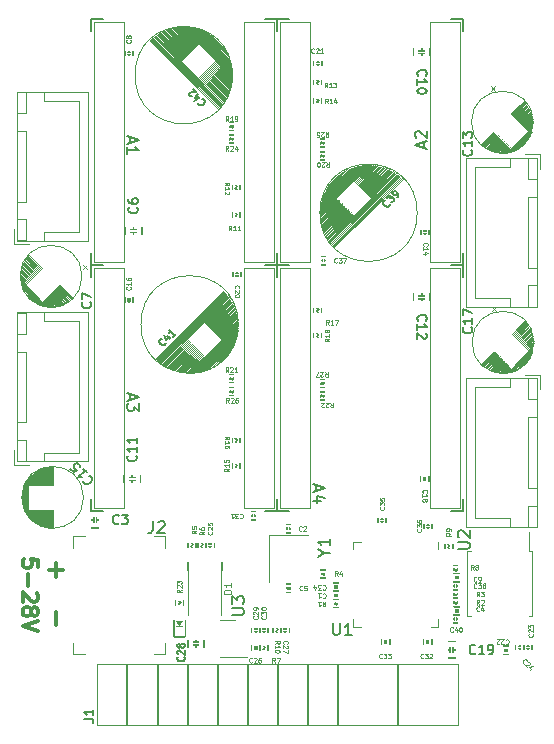
<source format=gbr>
G04 #@! TF.GenerationSoftware,KiCad,Pcbnew,(5.99.0-11678-ga208dac8d8)*
G04 #@! TF.CreationDate,2021-08-12T16:35:17+03:00*
G04 #@! TF.ProjectId,StepperDriverModuleCarrier,53746570-7065-4724-9472-697665724d6f,rev?*
G04 #@! TF.SameCoordinates,Original*
G04 #@! TF.FileFunction,Legend,Top*
G04 #@! TF.FilePolarity,Positive*
%FSLAX46Y46*%
G04 Gerber Fmt 4.6, Leading zero omitted, Abs format (unit mm)*
G04 Created by KiCad (PCBNEW (5.99.0-11678-ga208dac8d8)) date 2021-08-12 16:35:17*
%MOMM*%
%LPD*%
G01*
G04 APERTURE LIST*
%ADD10C,0.150000*%
%ADD11C,0.325000*%
%ADD12C,0.375000*%
%ADD13C,0.100000*%
%ADD14C,0.125000*%
%ADD15C,0.120000*%
G04 APERTURE END LIST*
D10*
X114427000Y-109855000D02*
X114427000Y-104648000D01*
X132207000Y-109855000D02*
X132207000Y-104648000D01*
X109330001Y-104648000D02*
X109330001Y-109855000D01*
X116967000Y-104648000D02*
X116967000Y-109855000D01*
X122047000Y-109855000D02*
X122047000Y-104648000D01*
X124587000Y-104648000D02*
X124587000Y-109855000D01*
X127127000Y-104648000D02*
X127127000Y-109855000D01*
X111887000Y-104648000D02*
X111887000Y-109855000D01*
X119507000Y-109855000D02*
X119507000Y-104648000D01*
D11*
X101761904Y-96459523D02*
X101761904Y-95840476D01*
X101142857Y-95778571D01*
X101204761Y-95840476D01*
X101266666Y-95964285D01*
X101266666Y-96273809D01*
X101204761Y-96397619D01*
X101142857Y-96459523D01*
X101019047Y-96521428D01*
X100709523Y-96521428D01*
X100585714Y-96459523D01*
X100523809Y-96397619D01*
X100461904Y-96273809D01*
X100461904Y-95964285D01*
X100523809Y-95840476D01*
X100585714Y-95778571D01*
X100957142Y-97078571D02*
X100957142Y-98069047D01*
X101638095Y-98626190D02*
X101700000Y-98688095D01*
X101761904Y-98811904D01*
X101761904Y-99121428D01*
X101700000Y-99245238D01*
X101638095Y-99307142D01*
X101514285Y-99369047D01*
X101390476Y-99369047D01*
X101204761Y-99307142D01*
X100461904Y-98564285D01*
X100461904Y-99369047D01*
X101204761Y-100111904D02*
X101266666Y-99988095D01*
X101328571Y-99926190D01*
X101452380Y-99864285D01*
X101514285Y-99864285D01*
X101638095Y-99926190D01*
X101700000Y-99988095D01*
X101761904Y-100111904D01*
X101761904Y-100359523D01*
X101700000Y-100483333D01*
X101638095Y-100545238D01*
X101514285Y-100607142D01*
X101452380Y-100607142D01*
X101328571Y-100545238D01*
X101266666Y-100483333D01*
X101204761Y-100359523D01*
X101204761Y-100111904D01*
X101142857Y-99988095D01*
X101080952Y-99926190D01*
X100957142Y-99864285D01*
X100709523Y-99864285D01*
X100585714Y-99926190D01*
X100523809Y-99988095D01*
X100461904Y-100111904D01*
X100461904Y-100359523D01*
X100523809Y-100483333D01*
X100585714Y-100545238D01*
X100709523Y-100607142D01*
X100957142Y-100607142D01*
X101080952Y-100545238D01*
X101142857Y-100483333D01*
X101204761Y-100359523D01*
X101761904Y-100978571D02*
X100461904Y-101411904D01*
X101761904Y-101845238D01*
D12*
X103292857Y-96107142D02*
X103292857Y-97250000D01*
X102721428Y-96678571D02*
X103864285Y-96678571D01*
X103292857Y-100250000D02*
X103292857Y-101392857D01*
D13*
G04 #@! TO.C,R23*
X113930952Y-98361190D02*
X113740476Y-98494523D01*
X113930952Y-98589761D02*
X113530952Y-98589761D01*
X113530952Y-98437380D01*
X113550000Y-98399285D01*
X113569047Y-98380238D01*
X113607142Y-98361190D01*
X113664285Y-98361190D01*
X113702380Y-98380238D01*
X113721428Y-98399285D01*
X113740476Y-98437380D01*
X113740476Y-98589761D01*
X113569047Y-98208809D02*
X113550000Y-98189761D01*
X113530952Y-98151666D01*
X113530952Y-98056428D01*
X113550000Y-98018333D01*
X113569047Y-97999285D01*
X113607142Y-97980238D01*
X113645238Y-97980238D01*
X113702380Y-97999285D01*
X113930952Y-98227857D01*
X113930952Y-97980238D01*
X113530952Y-97846904D02*
X113530952Y-97599285D01*
X113683333Y-97732619D01*
X113683333Y-97675476D01*
X113702380Y-97637380D01*
X113721428Y-97618333D01*
X113759523Y-97599285D01*
X113854761Y-97599285D01*
X113892857Y-97618333D01*
X113911904Y-97637380D01*
X113930952Y-97675476D01*
X113930952Y-97789761D01*
X113911904Y-97827857D01*
X113892857Y-97846904D01*
G04 #@! TO.C,R15*
X117930952Y-88111190D02*
X117740476Y-88244523D01*
X117930952Y-88339761D02*
X117530952Y-88339761D01*
X117530952Y-88187380D01*
X117550000Y-88149285D01*
X117569047Y-88130238D01*
X117607142Y-88111190D01*
X117664285Y-88111190D01*
X117702380Y-88130238D01*
X117721428Y-88149285D01*
X117740476Y-88187380D01*
X117740476Y-88339761D01*
X117930952Y-87730238D02*
X117930952Y-87958809D01*
X117930952Y-87844523D02*
X117530952Y-87844523D01*
X117588095Y-87882619D01*
X117626190Y-87920714D01*
X117645238Y-87958809D01*
X117530952Y-87368333D02*
X117530952Y-87558809D01*
X117721428Y-87577857D01*
X117702380Y-87558809D01*
X117683333Y-87520714D01*
X117683333Y-87425476D01*
X117702380Y-87387380D01*
X117721428Y-87368333D01*
X117759523Y-87349285D01*
X117854761Y-87349285D01*
X117892857Y-87368333D01*
X117911904Y-87387380D01*
X117930952Y-87425476D01*
X117930952Y-87520714D01*
X117911904Y-87558809D01*
X117892857Y-87577857D01*
G04 #@! TO.C,C2*
X124088809Y-93342857D02*
X124069761Y-93361904D01*
X124012619Y-93380952D01*
X123974523Y-93380952D01*
X123917380Y-93361904D01*
X123879285Y-93323809D01*
X123860238Y-93285714D01*
X123841190Y-93209523D01*
X123841190Y-93152380D01*
X123860238Y-93076190D01*
X123879285Y-93038095D01*
X123917380Y-93000000D01*
X123974523Y-92980952D01*
X124012619Y-92980952D01*
X124069761Y-93000000D01*
X124088809Y-93019047D01*
X124241190Y-93019047D02*
X124260238Y-93000000D01*
X124298333Y-92980952D01*
X124393571Y-92980952D01*
X124431666Y-93000000D01*
X124450714Y-93019047D01*
X124469761Y-93057142D01*
X124469761Y-93095238D01*
X124450714Y-93152380D01*
X124222142Y-93380952D01*
X124469761Y-93380952D01*
G04 #@! TO.C,C34*
X125861190Y-98007142D02*
X125880238Y-97988095D01*
X125937380Y-97969047D01*
X125975476Y-97969047D01*
X126032619Y-97988095D01*
X126070714Y-98026190D01*
X126089761Y-98064285D01*
X126108809Y-98140476D01*
X126108809Y-98197619D01*
X126089761Y-98273809D01*
X126070714Y-98311904D01*
X126032619Y-98350000D01*
X125975476Y-98369047D01*
X125937380Y-98369047D01*
X125880238Y-98350000D01*
X125861190Y-98330952D01*
X125727857Y-98369047D02*
X125480238Y-98369047D01*
X125613571Y-98216666D01*
X125556428Y-98216666D01*
X125518333Y-98197619D01*
X125499285Y-98178571D01*
X125480238Y-98140476D01*
X125480238Y-98045238D01*
X125499285Y-98007142D01*
X125518333Y-97988095D01*
X125556428Y-97969047D01*
X125670714Y-97969047D01*
X125708809Y-97988095D01*
X125727857Y-98007142D01*
X125137380Y-98235714D02*
X125137380Y-97969047D01*
X125232619Y-98388095D02*
X125327857Y-98102380D01*
X125080238Y-98102380D01*
G04 #@! TO.C,R11*
X118138809Y-67930952D02*
X118005476Y-67740476D01*
X117910238Y-67930952D02*
X117910238Y-67530952D01*
X118062619Y-67530952D01*
X118100714Y-67550000D01*
X118119761Y-67569047D01*
X118138809Y-67607142D01*
X118138809Y-67664285D01*
X118119761Y-67702380D01*
X118100714Y-67721428D01*
X118062619Y-67740476D01*
X117910238Y-67740476D01*
X118519761Y-67930952D02*
X118291190Y-67930952D01*
X118405476Y-67930952D02*
X118405476Y-67530952D01*
X118367380Y-67588095D01*
X118329285Y-67626190D01*
X118291190Y-67645238D01*
X118900714Y-67930952D02*
X118672142Y-67930952D01*
X118786428Y-67930952D02*
X118786428Y-67530952D01*
X118748333Y-67588095D01*
X118710238Y-67626190D01*
X118672142Y-67645238D01*
G04 #@! TO.C,R21*
X117888809Y-79930952D02*
X117755476Y-79740476D01*
X117660238Y-79930952D02*
X117660238Y-79530952D01*
X117812619Y-79530952D01*
X117850714Y-79550000D01*
X117869761Y-79569047D01*
X117888809Y-79607142D01*
X117888809Y-79664285D01*
X117869761Y-79702380D01*
X117850714Y-79721428D01*
X117812619Y-79740476D01*
X117660238Y-79740476D01*
X118041190Y-79569047D02*
X118060238Y-79550000D01*
X118098333Y-79530952D01*
X118193571Y-79530952D01*
X118231666Y-79550000D01*
X118250714Y-79569047D01*
X118269761Y-79607142D01*
X118269761Y-79645238D01*
X118250714Y-79702380D01*
X118022142Y-79930952D01*
X118269761Y-79930952D01*
X118650714Y-79930952D02*
X118422142Y-79930952D01*
X118536428Y-79930952D02*
X118536428Y-79530952D01*
X118498333Y-79588095D01*
X118460238Y-79626190D01*
X118422142Y-79645238D01*
G04 #@! TO.C,C31*
X118861190Y-91957142D02*
X118880238Y-91938095D01*
X118937380Y-91919047D01*
X118975476Y-91919047D01*
X119032619Y-91938095D01*
X119070714Y-91976190D01*
X119089761Y-92014285D01*
X119108809Y-92090476D01*
X119108809Y-92147619D01*
X119089761Y-92223809D01*
X119070714Y-92261904D01*
X119032619Y-92300000D01*
X118975476Y-92319047D01*
X118937380Y-92319047D01*
X118880238Y-92300000D01*
X118861190Y-92280952D01*
X118727857Y-92319047D02*
X118480238Y-92319047D01*
X118613571Y-92166666D01*
X118556428Y-92166666D01*
X118518333Y-92147619D01*
X118499285Y-92128571D01*
X118480238Y-92090476D01*
X118480238Y-91995238D01*
X118499285Y-91957142D01*
X118518333Y-91938095D01*
X118556428Y-91919047D01*
X118670714Y-91919047D01*
X118708809Y-91938095D01*
X118727857Y-91957142D01*
X118099285Y-91919047D02*
X118327857Y-91919047D01*
X118213571Y-91919047D02*
X118213571Y-92319047D01*
X118251666Y-92261904D01*
X118289761Y-92223809D01*
X118327857Y-92204761D01*
D10*
G04 #@! TO.C,A2*
X134416666Y-60964285D02*
X134416666Y-60488095D01*
X134702380Y-61059523D02*
X133702380Y-60726190D01*
X134702380Y-60392857D01*
X133797619Y-60107142D02*
X133750000Y-60059523D01*
X133702380Y-59964285D01*
X133702380Y-59726190D01*
X133750000Y-59630952D01*
X133797619Y-59583333D01*
X133892857Y-59535714D01*
X133988095Y-59535714D01*
X134130952Y-59583333D01*
X134702380Y-60154761D01*
X134702380Y-59535714D01*
G04 #@! TO.C,C3*
X108595119Y-92735714D02*
X108557023Y-92773809D01*
X108442738Y-92811904D01*
X108366547Y-92811904D01*
X108252261Y-92773809D01*
X108176071Y-92697619D01*
X108137976Y-92621428D01*
X108099880Y-92469047D01*
X108099880Y-92354761D01*
X108137976Y-92202380D01*
X108176071Y-92126190D01*
X108252261Y-92050000D01*
X108366547Y-92011904D01*
X108442738Y-92011904D01*
X108557023Y-92050000D01*
X108595119Y-92088095D01*
X108861785Y-92011904D02*
X109357023Y-92011904D01*
X109090357Y-92316666D01*
X109204642Y-92316666D01*
X109280833Y-92354761D01*
X109318928Y-92392857D01*
X109357023Y-92469047D01*
X109357023Y-92659523D01*
X109318928Y-92735714D01*
X109280833Y-92773809D01*
X109204642Y-92811904D01*
X108976071Y-92811904D01*
X108899880Y-92773809D01*
X108861785Y-92735714D01*
D13*
G04 #@! TO.C,R6*
X115830952Y-93461190D02*
X115640476Y-93594523D01*
X115830952Y-93689761D02*
X115430952Y-93689761D01*
X115430952Y-93537380D01*
X115450000Y-93499285D01*
X115469047Y-93480238D01*
X115507142Y-93461190D01*
X115564285Y-93461190D01*
X115602380Y-93480238D01*
X115621428Y-93499285D01*
X115640476Y-93537380D01*
X115640476Y-93689761D01*
X115430952Y-93118333D02*
X115430952Y-93194523D01*
X115450000Y-93232619D01*
X115469047Y-93251666D01*
X115526190Y-93289761D01*
X115602380Y-93308809D01*
X115754761Y-93308809D01*
X115792857Y-93289761D01*
X115811904Y-93270714D01*
X115830952Y-93232619D01*
X115830952Y-93156428D01*
X115811904Y-93118333D01*
X115792857Y-93099285D01*
X115754761Y-93080238D01*
X115659523Y-93080238D01*
X115621428Y-93099285D01*
X115602380Y-93118333D01*
X115583333Y-93156428D01*
X115583333Y-93232619D01*
X115602380Y-93270714D01*
X115621428Y-93289761D01*
X115659523Y-93308809D01*
D10*
G04 #@! TO.C,C10*
X133964285Y-54845119D02*
X133926190Y-54807023D01*
X133888095Y-54692738D01*
X133888095Y-54616547D01*
X133926190Y-54502261D01*
X134002380Y-54426071D01*
X134078571Y-54387976D01*
X134230952Y-54349880D01*
X134345238Y-54349880D01*
X134497619Y-54387976D01*
X134573809Y-54426071D01*
X134650000Y-54502261D01*
X134688095Y-54616547D01*
X134688095Y-54692738D01*
X134650000Y-54807023D01*
X134611904Y-54845119D01*
X133888095Y-55607023D02*
X133888095Y-55149880D01*
X133888095Y-55378452D02*
X134688095Y-55378452D01*
X134573809Y-55302261D01*
X134497619Y-55226071D01*
X134459523Y-55149880D01*
X134688095Y-56102261D02*
X134688095Y-56178452D01*
X134650000Y-56254642D01*
X134611904Y-56292738D01*
X134535714Y-56330833D01*
X134383333Y-56368928D01*
X134192857Y-56368928D01*
X134040476Y-56330833D01*
X133964285Y-56292738D01*
X133926190Y-56254642D01*
X133888095Y-56178452D01*
X133888095Y-56102261D01*
X133926190Y-56026071D01*
X133964285Y-55987976D01*
X134040476Y-55949880D01*
X134192857Y-55911785D01*
X134383333Y-55911785D01*
X134535714Y-55949880D01*
X134611904Y-55987976D01*
X134650000Y-56026071D01*
X134688095Y-56102261D01*
D13*
G04 #@! TO.C,C40*
X136888809Y-101892857D02*
X136869761Y-101911904D01*
X136812619Y-101930952D01*
X136774523Y-101930952D01*
X136717380Y-101911904D01*
X136679285Y-101873809D01*
X136660238Y-101835714D01*
X136641190Y-101759523D01*
X136641190Y-101702380D01*
X136660238Y-101626190D01*
X136679285Y-101588095D01*
X136717380Y-101550000D01*
X136774523Y-101530952D01*
X136812619Y-101530952D01*
X136869761Y-101550000D01*
X136888809Y-101569047D01*
X137231666Y-101664285D02*
X137231666Y-101930952D01*
X137136428Y-101511904D02*
X137041190Y-101797619D01*
X137288809Y-101797619D01*
X137517380Y-101530952D02*
X137555476Y-101530952D01*
X137593571Y-101550000D01*
X137612619Y-101569047D01*
X137631666Y-101607142D01*
X137650714Y-101683333D01*
X137650714Y-101778571D01*
X137631666Y-101854761D01*
X137612619Y-101892857D01*
X137593571Y-101911904D01*
X137555476Y-101930952D01*
X137517380Y-101930952D01*
X137479285Y-101911904D01*
X137460238Y-101892857D01*
X137441190Y-101854761D01*
X137422142Y-101778571D01*
X137422142Y-101683333D01*
X137441190Y-101607142D01*
X137460238Y-101569047D01*
X137479285Y-101550000D01*
X137517380Y-101530952D01*
G04 #@! TO.C,C18*
X134357142Y-90138809D02*
X134338095Y-90119761D01*
X134319047Y-90062619D01*
X134319047Y-90024523D01*
X134338095Y-89967380D01*
X134376190Y-89929285D01*
X134414285Y-89910238D01*
X134490476Y-89891190D01*
X134547619Y-89891190D01*
X134623809Y-89910238D01*
X134661904Y-89929285D01*
X134700000Y-89967380D01*
X134719047Y-90024523D01*
X134719047Y-90062619D01*
X134700000Y-90119761D01*
X134680952Y-90138809D01*
X134319047Y-90519761D02*
X134319047Y-90291190D01*
X134319047Y-90405476D02*
X134719047Y-90405476D01*
X134661904Y-90367380D01*
X134623809Y-90329285D01*
X134604761Y-90291190D01*
X134547619Y-90748333D02*
X134566666Y-90710238D01*
X134585714Y-90691190D01*
X134623809Y-90672142D01*
X134642857Y-90672142D01*
X134680952Y-90691190D01*
X134700000Y-90710238D01*
X134719047Y-90748333D01*
X134719047Y-90824523D01*
X134700000Y-90862619D01*
X134680952Y-90881666D01*
X134642857Y-90900714D01*
X134623809Y-90900714D01*
X134585714Y-90881666D01*
X134566666Y-90862619D01*
X134547619Y-90824523D01*
X134547619Y-90748333D01*
X134528571Y-90710238D01*
X134509523Y-90691190D01*
X134471428Y-90672142D01*
X134395238Y-90672142D01*
X134357142Y-90691190D01*
X134338095Y-90710238D01*
X134319047Y-90748333D01*
X134319047Y-90824523D01*
X134338095Y-90862619D01*
X134357142Y-90881666D01*
X134395238Y-90900714D01*
X134471428Y-90900714D01*
X134509523Y-90881666D01*
X134528571Y-90862619D01*
X134547619Y-90824523D01*
G04 #@! TO.C,R18*
X126430952Y-77111190D02*
X126240476Y-77244523D01*
X126430952Y-77339761D02*
X126030952Y-77339761D01*
X126030952Y-77187380D01*
X126050000Y-77149285D01*
X126069047Y-77130238D01*
X126107142Y-77111190D01*
X126164285Y-77111190D01*
X126202380Y-77130238D01*
X126221428Y-77149285D01*
X126240476Y-77187380D01*
X126240476Y-77339761D01*
X126430952Y-76730238D02*
X126430952Y-76958809D01*
X126430952Y-76844523D02*
X126030952Y-76844523D01*
X126088095Y-76882619D01*
X126126190Y-76920714D01*
X126145238Y-76958809D01*
X126202380Y-76501666D02*
X126183333Y-76539761D01*
X126164285Y-76558809D01*
X126126190Y-76577857D01*
X126107142Y-76577857D01*
X126069047Y-76558809D01*
X126050000Y-76539761D01*
X126030952Y-76501666D01*
X126030952Y-76425476D01*
X126050000Y-76387380D01*
X126069047Y-76368333D01*
X126107142Y-76349285D01*
X126126190Y-76349285D01*
X126164285Y-76368333D01*
X126183333Y-76387380D01*
X126202380Y-76425476D01*
X126202380Y-76501666D01*
X126221428Y-76539761D01*
X126240476Y-76558809D01*
X126278571Y-76577857D01*
X126354761Y-76577857D01*
X126392857Y-76558809D01*
X126411904Y-76539761D01*
X126430952Y-76501666D01*
X126430952Y-76425476D01*
X126411904Y-76387380D01*
X126392857Y-76368333D01*
X126354761Y-76349285D01*
X126278571Y-76349285D01*
X126240476Y-76368333D01*
X126221428Y-76387380D01*
X126202380Y-76425476D01*
D10*
G04 #@! TO.C,U3*
X118202380Y-100511904D02*
X119011904Y-100511904D01*
X119107142Y-100464285D01*
X119154761Y-100416666D01*
X119202380Y-100321428D01*
X119202380Y-100130952D01*
X119154761Y-100035714D01*
X119107142Y-99988095D01*
X119011904Y-99940476D01*
X118202380Y-99940476D01*
X118202380Y-99559523D02*
X118202380Y-98940476D01*
X118583333Y-99273809D01*
X118583333Y-99130952D01*
X118630952Y-99035714D01*
X118678571Y-98988095D01*
X118773809Y-98940476D01*
X119011904Y-98940476D01*
X119107142Y-98988095D01*
X119154761Y-99035714D01*
X119202380Y-99130952D01*
X119202380Y-99416666D01*
X119154761Y-99511904D01*
X119107142Y-99559523D01*
D13*
G04 #@! TO.C,C33*
X130888809Y-104142857D02*
X130869761Y-104161904D01*
X130812619Y-104180952D01*
X130774523Y-104180952D01*
X130717380Y-104161904D01*
X130679285Y-104123809D01*
X130660238Y-104085714D01*
X130641190Y-104009523D01*
X130641190Y-103952380D01*
X130660238Y-103876190D01*
X130679285Y-103838095D01*
X130717380Y-103800000D01*
X130774523Y-103780952D01*
X130812619Y-103780952D01*
X130869761Y-103800000D01*
X130888809Y-103819047D01*
X131022142Y-103780952D02*
X131269761Y-103780952D01*
X131136428Y-103933333D01*
X131193571Y-103933333D01*
X131231666Y-103952380D01*
X131250714Y-103971428D01*
X131269761Y-104009523D01*
X131269761Y-104104761D01*
X131250714Y-104142857D01*
X131231666Y-104161904D01*
X131193571Y-104180952D01*
X131079285Y-104180952D01*
X131041190Y-104161904D01*
X131022142Y-104142857D01*
X131403095Y-103780952D02*
X131650714Y-103780952D01*
X131517380Y-103933333D01*
X131574523Y-103933333D01*
X131612619Y-103952380D01*
X131631666Y-103971428D01*
X131650714Y-104009523D01*
X131650714Y-104104761D01*
X131631666Y-104142857D01*
X131612619Y-104161904D01*
X131574523Y-104180952D01*
X131460238Y-104180952D01*
X131422142Y-104161904D01*
X131403095Y-104142857D01*
G04 #@! TO.C,R7*
X121838809Y-104530952D02*
X121705476Y-104340476D01*
X121610238Y-104530952D02*
X121610238Y-104130952D01*
X121762619Y-104130952D01*
X121800714Y-104150000D01*
X121819761Y-104169047D01*
X121838809Y-104207142D01*
X121838809Y-104264285D01*
X121819761Y-104302380D01*
X121800714Y-104321428D01*
X121762619Y-104340476D01*
X121610238Y-104340476D01*
X121972142Y-104130952D02*
X122238809Y-104130952D01*
X122067380Y-104530952D01*
G04 #@! TO.C,C9*
X138888809Y-97642857D02*
X138869761Y-97661904D01*
X138812619Y-97680952D01*
X138774523Y-97680952D01*
X138717380Y-97661904D01*
X138679285Y-97623809D01*
X138660238Y-97585714D01*
X138641190Y-97509523D01*
X138641190Y-97452380D01*
X138660238Y-97376190D01*
X138679285Y-97338095D01*
X138717380Y-97300000D01*
X138774523Y-97280952D01*
X138812619Y-97280952D01*
X138869761Y-97300000D01*
X138888809Y-97319047D01*
X139079285Y-97680952D02*
X139155476Y-97680952D01*
X139193571Y-97661904D01*
X139212619Y-97642857D01*
X139250714Y-97585714D01*
X139269761Y-97509523D01*
X139269761Y-97357142D01*
X139250714Y-97319047D01*
X139231666Y-97300000D01*
X139193571Y-97280952D01*
X139117380Y-97280952D01*
X139079285Y-97300000D01*
X139060238Y-97319047D01*
X139041190Y-97357142D01*
X139041190Y-97452380D01*
X139060238Y-97490476D01*
X139079285Y-97509523D01*
X139117380Y-97528571D01*
X139193571Y-97528571D01*
X139231666Y-97509523D01*
X139250714Y-97490476D01*
X139269761Y-97452380D01*
G04 #@! TO.C,R8*
X138638809Y-96668452D02*
X138505476Y-96477976D01*
X138410238Y-96668452D02*
X138410238Y-96268452D01*
X138562619Y-96268452D01*
X138600714Y-96287500D01*
X138619761Y-96306547D01*
X138638809Y-96344642D01*
X138638809Y-96401785D01*
X138619761Y-96439880D01*
X138600714Y-96458928D01*
X138562619Y-96477976D01*
X138410238Y-96477976D01*
X138867380Y-96439880D02*
X138829285Y-96420833D01*
X138810238Y-96401785D01*
X138791190Y-96363690D01*
X138791190Y-96344642D01*
X138810238Y-96306547D01*
X138829285Y-96287500D01*
X138867380Y-96268452D01*
X138943571Y-96268452D01*
X138981666Y-96287500D01*
X139000714Y-96306547D01*
X139019761Y-96344642D01*
X139019761Y-96363690D01*
X139000714Y-96401785D01*
X138981666Y-96420833D01*
X138943571Y-96439880D01*
X138867380Y-96439880D01*
X138829285Y-96458928D01*
X138810238Y-96477976D01*
X138791190Y-96516071D01*
X138791190Y-96592261D01*
X138810238Y-96630357D01*
X138829285Y-96649404D01*
X138867380Y-96668452D01*
X138943571Y-96668452D01*
X138981666Y-96649404D01*
X139000714Y-96630357D01*
X139019761Y-96592261D01*
X139019761Y-96516071D01*
X139000714Y-96477976D01*
X138981666Y-96458928D01*
X138943571Y-96439880D01*
D10*
G04 #@! TO.C,U1*
X126738095Y-101202380D02*
X126738095Y-102011904D01*
X126785714Y-102107142D01*
X126833333Y-102154761D01*
X126928571Y-102202380D01*
X127119047Y-102202380D01*
X127214285Y-102154761D01*
X127261904Y-102107142D01*
X127309523Y-102011904D01*
X127309523Y-101202380D01*
X128309523Y-102202380D02*
X127738095Y-102202380D01*
X128023809Y-102202380D02*
X128023809Y-101202380D01*
X127928571Y-101345238D01*
X127833333Y-101440476D01*
X127738095Y-101488095D01*
D13*
G04 #@! TO.C,C14*
X134407142Y-69238809D02*
X134388095Y-69219761D01*
X134369047Y-69162619D01*
X134369047Y-69124523D01*
X134388095Y-69067380D01*
X134426190Y-69029285D01*
X134464285Y-69010238D01*
X134540476Y-68991190D01*
X134597619Y-68991190D01*
X134673809Y-69010238D01*
X134711904Y-69029285D01*
X134750000Y-69067380D01*
X134769047Y-69124523D01*
X134769047Y-69162619D01*
X134750000Y-69219761D01*
X134730952Y-69238809D01*
X134369047Y-69619761D02*
X134369047Y-69391190D01*
X134369047Y-69505476D02*
X134769047Y-69505476D01*
X134711904Y-69467380D01*
X134673809Y-69429285D01*
X134654761Y-69391190D01*
X134635714Y-69962619D02*
X134369047Y-69962619D01*
X134788095Y-69867380D02*
X134502380Y-69772142D01*
X134502380Y-70019761D01*
G04 #@! TO.C,C22*
X141361190Y-102607142D02*
X141380238Y-102588095D01*
X141437380Y-102569047D01*
X141475476Y-102569047D01*
X141532619Y-102588095D01*
X141570714Y-102626190D01*
X141589761Y-102664285D01*
X141608809Y-102740476D01*
X141608809Y-102797619D01*
X141589761Y-102873809D01*
X141570714Y-102911904D01*
X141532619Y-102950000D01*
X141475476Y-102969047D01*
X141437380Y-102969047D01*
X141380238Y-102950000D01*
X141361190Y-102930952D01*
X141208809Y-102930952D02*
X141189761Y-102950000D01*
X141151666Y-102969047D01*
X141056428Y-102969047D01*
X141018333Y-102950000D01*
X140999285Y-102930952D01*
X140980238Y-102892857D01*
X140980238Y-102854761D01*
X140999285Y-102797619D01*
X141227857Y-102569047D01*
X140980238Y-102569047D01*
X140827857Y-102930952D02*
X140808809Y-102950000D01*
X140770714Y-102969047D01*
X140675476Y-102969047D01*
X140637380Y-102950000D01*
X140618333Y-102930952D01*
X140599285Y-102892857D01*
X140599285Y-102854761D01*
X140618333Y-102797619D01*
X140846904Y-102569047D01*
X140599285Y-102569047D01*
G04 #@! TO.C,R2*
X139138809Y-99630952D02*
X139005476Y-99440476D01*
X138910238Y-99630952D02*
X138910238Y-99230952D01*
X139062619Y-99230952D01*
X139100714Y-99250000D01*
X139119761Y-99269047D01*
X139138809Y-99307142D01*
X139138809Y-99364285D01*
X139119761Y-99402380D01*
X139100714Y-99421428D01*
X139062619Y-99440476D01*
X138910238Y-99440476D01*
X139291190Y-99269047D02*
X139310238Y-99250000D01*
X139348333Y-99230952D01*
X139443571Y-99230952D01*
X139481666Y-99250000D01*
X139500714Y-99269047D01*
X139519761Y-99307142D01*
X139519761Y-99345238D01*
X139500714Y-99402380D01*
X139272142Y-99630952D01*
X139519761Y-99630952D01*
G04 #@! TO.C,C23*
X143642857Y-102111190D02*
X143661904Y-102130238D01*
X143680952Y-102187380D01*
X143680952Y-102225476D01*
X143661904Y-102282619D01*
X143623809Y-102320714D01*
X143585714Y-102339761D01*
X143509523Y-102358809D01*
X143452380Y-102358809D01*
X143376190Y-102339761D01*
X143338095Y-102320714D01*
X143300000Y-102282619D01*
X143280952Y-102225476D01*
X143280952Y-102187380D01*
X143300000Y-102130238D01*
X143319047Y-102111190D01*
X143319047Y-101958809D02*
X143300000Y-101939761D01*
X143280952Y-101901666D01*
X143280952Y-101806428D01*
X143300000Y-101768333D01*
X143319047Y-101749285D01*
X143357142Y-101730238D01*
X143395238Y-101730238D01*
X143452380Y-101749285D01*
X143680952Y-101977857D01*
X143680952Y-101730238D01*
X143280952Y-101596904D02*
X143280952Y-101349285D01*
X143433333Y-101482619D01*
X143433333Y-101425476D01*
X143452380Y-101387380D01*
X143471428Y-101368333D01*
X143509523Y-101349285D01*
X143604761Y-101349285D01*
X143642857Y-101368333D01*
X143661904Y-101387380D01*
X143680952Y-101425476D01*
X143680952Y-101539761D01*
X143661904Y-101577857D01*
X143642857Y-101596904D01*
D10*
G04 #@! TO.C,C11*
X110035714Y-87004880D02*
X110073809Y-87042976D01*
X110111904Y-87157261D01*
X110111904Y-87233452D01*
X110073809Y-87347738D01*
X109997619Y-87423928D01*
X109921428Y-87462023D01*
X109769047Y-87500119D01*
X109654761Y-87500119D01*
X109502380Y-87462023D01*
X109426190Y-87423928D01*
X109350000Y-87347738D01*
X109311904Y-87233452D01*
X109311904Y-87157261D01*
X109350000Y-87042976D01*
X109388095Y-87004880D01*
X110111904Y-86242976D02*
X110111904Y-86700119D01*
X110111904Y-86471547D02*
X109311904Y-86471547D01*
X109426190Y-86547738D01*
X109502380Y-86623928D01*
X109540476Y-86700119D01*
X110111904Y-85481071D02*
X110111904Y-85938214D01*
X110111904Y-85709642D02*
X109311904Y-85709642D01*
X109426190Y-85785833D01*
X109502380Y-85862023D01*
X109540476Y-85938214D01*
G04 #@! TO.C,C12*
X133964285Y-75595119D02*
X133926190Y-75557023D01*
X133888095Y-75442738D01*
X133888095Y-75366547D01*
X133926190Y-75252261D01*
X134002380Y-75176071D01*
X134078571Y-75137976D01*
X134230952Y-75099880D01*
X134345238Y-75099880D01*
X134497619Y-75137976D01*
X134573809Y-75176071D01*
X134650000Y-75252261D01*
X134688095Y-75366547D01*
X134688095Y-75442738D01*
X134650000Y-75557023D01*
X134611904Y-75595119D01*
X133888095Y-76357023D02*
X133888095Y-75899880D01*
X133888095Y-76128452D02*
X134688095Y-76128452D01*
X134573809Y-76052261D01*
X134497619Y-75976071D01*
X134459523Y-75899880D01*
X134611904Y-76661785D02*
X134650000Y-76699880D01*
X134688095Y-76776071D01*
X134688095Y-76966547D01*
X134650000Y-77042738D01*
X134611904Y-77080833D01*
X134535714Y-77118928D01*
X134459523Y-77118928D01*
X134345238Y-77080833D01*
X133888095Y-76623690D01*
X133888095Y-77118928D01*
G04 #@! TO.C,C15*
X106065685Y-88711624D02*
X106119560Y-88711624D01*
X106227309Y-88765499D01*
X106281184Y-88819374D01*
X106335059Y-88927123D01*
X106335059Y-89034873D01*
X106308122Y-89115685D01*
X106227309Y-89250372D01*
X106146497Y-89331184D01*
X106011810Y-89411996D01*
X105930998Y-89438934D01*
X105823248Y-89438934D01*
X105715499Y-89385059D01*
X105661624Y-89331184D01*
X105607749Y-89223435D01*
X105607749Y-89169560D01*
X105580812Y-88119001D02*
X105904061Y-88442250D01*
X105742436Y-88280625D02*
X105176751Y-88846311D01*
X105311438Y-88819374D01*
X105419187Y-88819374D01*
X105500000Y-88846311D01*
X104503316Y-88172876D02*
X104772690Y-88442250D01*
X105069001Y-88199813D01*
X105015126Y-88199813D01*
X104934314Y-88172876D01*
X104799627Y-88038189D01*
X104772690Y-87957377D01*
X104772690Y-87903502D01*
X104799627Y-87822690D01*
X104934314Y-87688003D01*
X105015126Y-87661065D01*
X105069001Y-87661065D01*
X105149813Y-87688003D01*
X105284500Y-87822690D01*
X105311438Y-87903502D01*
X105311438Y-87957377D01*
D13*
G04 #@! TO.C,R19*
X117888809Y-58680952D02*
X117755476Y-58490476D01*
X117660238Y-58680952D02*
X117660238Y-58280952D01*
X117812619Y-58280952D01*
X117850714Y-58300000D01*
X117869761Y-58319047D01*
X117888809Y-58357142D01*
X117888809Y-58414285D01*
X117869761Y-58452380D01*
X117850714Y-58471428D01*
X117812619Y-58490476D01*
X117660238Y-58490476D01*
X118269761Y-58680952D02*
X118041190Y-58680952D01*
X118155476Y-58680952D02*
X118155476Y-58280952D01*
X118117380Y-58338095D01*
X118079285Y-58376190D01*
X118041190Y-58395238D01*
X118460238Y-58680952D02*
X118536428Y-58680952D01*
X118574523Y-58661904D01*
X118593571Y-58642857D01*
X118631666Y-58585714D01*
X118650714Y-58509523D01*
X118650714Y-58357142D01*
X118631666Y-58319047D01*
X118612619Y-58300000D01*
X118574523Y-58280952D01*
X118498333Y-58280952D01*
X118460238Y-58300000D01*
X118441190Y-58319047D01*
X118422142Y-58357142D01*
X118422142Y-58452380D01*
X118441190Y-58490476D01*
X118460238Y-58509523D01*
X118498333Y-58528571D01*
X118574523Y-58528571D01*
X118612619Y-58509523D01*
X118631666Y-58490476D01*
X118650714Y-58452380D01*
G04 #@! TO.C,R16*
X117569047Y-85638809D02*
X117759523Y-85505476D01*
X117569047Y-85410238D02*
X117969047Y-85410238D01*
X117969047Y-85562619D01*
X117950000Y-85600714D01*
X117930952Y-85619761D01*
X117892857Y-85638809D01*
X117835714Y-85638809D01*
X117797619Y-85619761D01*
X117778571Y-85600714D01*
X117759523Y-85562619D01*
X117759523Y-85410238D01*
X117569047Y-86019761D02*
X117569047Y-85791190D01*
X117569047Y-85905476D02*
X117969047Y-85905476D01*
X117911904Y-85867380D01*
X117873809Y-85829285D01*
X117854761Y-85791190D01*
X117969047Y-86362619D02*
X117969047Y-86286428D01*
X117950000Y-86248333D01*
X117930952Y-86229285D01*
X117873809Y-86191190D01*
X117797619Y-86172142D01*
X117645238Y-86172142D01*
X117607142Y-86191190D01*
X117588095Y-86210238D01*
X117569047Y-86248333D01*
X117569047Y-86324523D01*
X117588095Y-86362619D01*
X117607142Y-86381666D01*
X117645238Y-86400714D01*
X117740476Y-86400714D01*
X117778571Y-86381666D01*
X117797619Y-86362619D01*
X117816666Y-86324523D01*
X117816666Y-86248333D01*
X117797619Y-86210238D01*
X117778571Y-86191190D01*
X117740476Y-86172142D01*
G04 #@! TO.C,R17*
X126388809Y-75930952D02*
X126255476Y-75740476D01*
X126160238Y-75930952D02*
X126160238Y-75530952D01*
X126312619Y-75530952D01*
X126350714Y-75550000D01*
X126369761Y-75569047D01*
X126388809Y-75607142D01*
X126388809Y-75664285D01*
X126369761Y-75702380D01*
X126350714Y-75721428D01*
X126312619Y-75740476D01*
X126160238Y-75740476D01*
X126769761Y-75930952D02*
X126541190Y-75930952D01*
X126655476Y-75930952D02*
X126655476Y-75530952D01*
X126617380Y-75588095D01*
X126579285Y-75626190D01*
X126541190Y-75645238D01*
X126903095Y-75530952D02*
X127169761Y-75530952D01*
X126998333Y-75930952D01*
D10*
G04 #@! TO.C,J2*
X111496666Y-92572380D02*
X111496666Y-93286666D01*
X111449047Y-93429523D01*
X111353809Y-93524761D01*
X111210952Y-93572380D01*
X111115714Y-93572380D01*
X111925238Y-92667619D02*
X111972857Y-92620000D01*
X112068095Y-92572380D01*
X112306190Y-92572380D01*
X112401428Y-92620000D01*
X112449047Y-92667619D01*
X112496666Y-92762857D01*
X112496666Y-92858095D01*
X112449047Y-93000952D01*
X111877619Y-93572380D01*
X112496666Y-93572380D01*
D13*
G04 #@! TO.C,R20*
X126161190Y-62169047D02*
X126294523Y-62359523D01*
X126389761Y-62169047D02*
X126389761Y-62569047D01*
X126237380Y-62569047D01*
X126199285Y-62550000D01*
X126180238Y-62530952D01*
X126161190Y-62492857D01*
X126161190Y-62435714D01*
X126180238Y-62397619D01*
X126199285Y-62378571D01*
X126237380Y-62359523D01*
X126389761Y-62359523D01*
X126008809Y-62530952D02*
X125989761Y-62550000D01*
X125951666Y-62569047D01*
X125856428Y-62569047D01*
X125818333Y-62550000D01*
X125799285Y-62530952D01*
X125780238Y-62492857D01*
X125780238Y-62454761D01*
X125799285Y-62397619D01*
X126027857Y-62169047D01*
X125780238Y-62169047D01*
X125532619Y-62569047D02*
X125494523Y-62569047D01*
X125456428Y-62550000D01*
X125437380Y-62530952D01*
X125418333Y-62492857D01*
X125399285Y-62416666D01*
X125399285Y-62321428D01*
X125418333Y-62245238D01*
X125437380Y-62207142D01*
X125456428Y-62188095D01*
X125494523Y-62169047D01*
X125532619Y-62169047D01*
X125570714Y-62188095D01*
X125589761Y-62207142D01*
X125608809Y-62245238D01*
X125627857Y-62321428D01*
X125627857Y-62416666D01*
X125608809Y-62492857D01*
X125589761Y-62530952D01*
X125570714Y-62550000D01*
X125532619Y-62569047D01*
D10*
G04 #@! TO.C,C13*
X138435714Y-61114285D02*
X138473809Y-61152380D01*
X138511904Y-61266666D01*
X138511904Y-61342857D01*
X138473809Y-61457142D01*
X138397619Y-61533333D01*
X138321428Y-61571428D01*
X138169047Y-61609523D01*
X138054761Y-61609523D01*
X137902380Y-61571428D01*
X137826190Y-61533333D01*
X137750000Y-61457142D01*
X137711904Y-61342857D01*
X137711904Y-61266666D01*
X137750000Y-61152380D01*
X137788095Y-61114285D01*
X138511904Y-60352380D02*
X138511904Y-60809523D01*
X138511904Y-60580952D02*
X137711904Y-60580952D01*
X137826190Y-60657142D01*
X137902380Y-60733333D01*
X137940476Y-60809523D01*
X137711904Y-60085714D02*
X137711904Y-59590476D01*
X138016666Y-59857142D01*
X138016666Y-59742857D01*
X138054761Y-59666666D01*
X138092857Y-59628571D01*
X138169047Y-59590476D01*
X138359523Y-59590476D01*
X138435714Y-59628571D01*
X138473809Y-59666666D01*
X138511904Y-59742857D01*
X138511904Y-59971428D01*
X138473809Y-60047619D01*
X138435714Y-60085714D01*
D13*
G04 #@! TO.C,R5*
X115180952Y-93361190D02*
X114990476Y-93494523D01*
X115180952Y-93589761D02*
X114780952Y-93589761D01*
X114780952Y-93437380D01*
X114800000Y-93399285D01*
X114819047Y-93380238D01*
X114857142Y-93361190D01*
X114914285Y-93361190D01*
X114952380Y-93380238D01*
X114971428Y-93399285D01*
X114990476Y-93437380D01*
X114990476Y-93589761D01*
X114780952Y-92999285D02*
X114780952Y-93189761D01*
X114971428Y-93208809D01*
X114952380Y-93189761D01*
X114933333Y-93151666D01*
X114933333Y-93056428D01*
X114952380Y-93018333D01*
X114971428Y-92999285D01*
X115009523Y-92980238D01*
X115104761Y-92980238D01*
X115142857Y-92999285D01*
X115161904Y-93018333D01*
X115180952Y-93056428D01*
X115180952Y-93151666D01*
X115161904Y-93189761D01*
X115142857Y-93208809D01*
G04 #@! TO.C,R1*
X125861190Y-99369047D02*
X125994523Y-99559523D01*
X126089761Y-99369047D02*
X126089761Y-99769047D01*
X125937380Y-99769047D01*
X125899285Y-99750000D01*
X125880238Y-99730952D01*
X125861190Y-99692857D01*
X125861190Y-99635714D01*
X125880238Y-99597619D01*
X125899285Y-99578571D01*
X125937380Y-99559523D01*
X126089761Y-99559523D01*
X125480238Y-99369047D02*
X125708809Y-99369047D01*
X125594523Y-99369047D02*
X125594523Y-99769047D01*
X125632619Y-99711904D01*
X125670714Y-99673809D01*
X125708809Y-99654761D01*
D10*
G04 #@! TO.C,C41*
X112578781Y-77474264D02*
X112578781Y-77514670D01*
X112538375Y-77595482D01*
X112497969Y-77635888D01*
X112417157Y-77676294D01*
X112336345Y-77676294D01*
X112275735Y-77656091D01*
X112174720Y-77595482D01*
X112114111Y-77534873D01*
X112053502Y-77433857D01*
X112033299Y-77373248D01*
X112033299Y-77292436D01*
X112073705Y-77211624D01*
X112114111Y-77171218D01*
X112194923Y-77130812D01*
X112235329Y-77130812D01*
X112700000Y-76868172D02*
X112982842Y-77151015D01*
X112437360Y-76807563D02*
X112639390Y-77211624D01*
X112902030Y-76948984D01*
X113427309Y-76706548D02*
X113184873Y-76948984D01*
X113306091Y-76827766D02*
X112881827Y-76403502D01*
X112902030Y-76504517D01*
X112902030Y-76585329D01*
X112881827Y-76645938D01*
G04 #@! TO.C,C6*
X110135714Y-66004880D02*
X110173809Y-66042976D01*
X110211904Y-66157261D01*
X110211904Y-66233452D01*
X110173809Y-66347738D01*
X110097619Y-66423928D01*
X110021428Y-66462023D01*
X109869047Y-66500119D01*
X109754761Y-66500119D01*
X109602380Y-66462023D01*
X109526190Y-66423928D01*
X109450000Y-66347738D01*
X109411904Y-66233452D01*
X109411904Y-66157261D01*
X109450000Y-66042976D01*
X109488095Y-66004880D01*
X109411904Y-65319166D02*
X109411904Y-65471547D01*
X109450000Y-65547738D01*
X109488095Y-65585833D01*
X109602380Y-65662023D01*
X109754761Y-65700119D01*
X110059523Y-65700119D01*
X110135714Y-65662023D01*
X110173809Y-65623928D01*
X110211904Y-65547738D01*
X110211904Y-65395357D01*
X110173809Y-65319166D01*
X110135714Y-65281071D01*
X110059523Y-65242976D01*
X109869047Y-65242976D01*
X109792857Y-65281071D01*
X109754761Y-65319166D01*
X109716666Y-65395357D01*
X109716666Y-65547738D01*
X109754761Y-65623928D01*
X109792857Y-65662023D01*
X109869047Y-65700119D01*
D13*
G04 #@! TO.C,C8*
X109592857Y-51811190D02*
X109611904Y-51830238D01*
X109630952Y-51887380D01*
X109630952Y-51925476D01*
X109611904Y-51982619D01*
X109573809Y-52020714D01*
X109535714Y-52039761D01*
X109459523Y-52058809D01*
X109402380Y-52058809D01*
X109326190Y-52039761D01*
X109288095Y-52020714D01*
X109250000Y-51982619D01*
X109230952Y-51925476D01*
X109230952Y-51887380D01*
X109250000Y-51830238D01*
X109269047Y-51811190D01*
X109402380Y-51582619D02*
X109383333Y-51620714D01*
X109364285Y-51639761D01*
X109326190Y-51658809D01*
X109307142Y-51658809D01*
X109269047Y-51639761D01*
X109250000Y-51620714D01*
X109230952Y-51582619D01*
X109230952Y-51506428D01*
X109250000Y-51468333D01*
X109269047Y-51449285D01*
X109307142Y-51430238D01*
X109326190Y-51430238D01*
X109364285Y-51449285D01*
X109383333Y-51468333D01*
X109402380Y-51506428D01*
X109402380Y-51582619D01*
X109421428Y-51620714D01*
X109440476Y-51639761D01*
X109478571Y-51658809D01*
X109554761Y-51658809D01*
X109592857Y-51639761D01*
X109611904Y-51620714D01*
X109630952Y-51582619D01*
X109630952Y-51506428D01*
X109611904Y-51468333D01*
X109592857Y-51449285D01*
X109554761Y-51430238D01*
X109478571Y-51430238D01*
X109440476Y-51449285D01*
X109421428Y-51468333D01*
X109402380Y-51506428D01*
G04 #@! TO.C,R24*
X117888809Y-61180952D02*
X117755476Y-60990476D01*
X117660238Y-61180952D02*
X117660238Y-60780952D01*
X117812619Y-60780952D01*
X117850714Y-60800000D01*
X117869761Y-60819047D01*
X117888809Y-60857142D01*
X117888809Y-60914285D01*
X117869761Y-60952380D01*
X117850714Y-60971428D01*
X117812619Y-60990476D01*
X117660238Y-60990476D01*
X118041190Y-60819047D02*
X118060238Y-60800000D01*
X118098333Y-60780952D01*
X118193571Y-60780952D01*
X118231666Y-60800000D01*
X118250714Y-60819047D01*
X118269761Y-60857142D01*
X118269761Y-60895238D01*
X118250714Y-60952380D01*
X118022142Y-61180952D01*
X118269761Y-61180952D01*
X118612619Y-60914285D02*
X118612619Y-61180952D01*
X118517380Y-60761904D02*
X118422142Y-61047619D01*
X118669761Y-61047619D01*
G04 #@! TO.C,C29*
X120342857Y-100611190D02*
X120361904Y-100630238D01*
X120380952Y-100687380D01*
X120380952Y-100725476D01*
X120361904Y-100782619D01*
X120323809Y-100820714D01*
X120285714Y-100839761D01*
X120209523Y-100858809D01*
X120152380Y-100858809D01*
X120076190Y-100839761D01*
X120038095Y-100820714D01*
X120000000Y-100782619D01*
X119980952Y-100725476D01*
X119980952Y-100687380D01*
X120000000Y-100630238D01*
X120019047Y-100611190D01*
X120019047Y-100458809D02*
X120000000Y-100439761D01*
X119980952Y-100401666D01*
X119980952Y-100306428D01*
X120000000Y-100268333D01*
X120019047Y-100249285D01*
X120057142Y-100230238D01*
X120095238Y-100230238D01*
X120152380Y-100249285D01*
X120380952Y-100477857D01*
X120380952Y-100230238D01*
X120380952Y-100039761D02*
X120380952Y-99963571D01*
X120361904Y-99925476D01*
X120342857Y-99906428D01*
X120285714Y-99868333D01*
X120209523Y-99849285D01*
X120057142Y-99849285D01*
X120019047Y-99868333D01*
X120000000Y-99887380D01*
X119980952Y-99925476D01*
X119980952Y-100001666D01*
X120000000Y-100039761D01*
X120019047Y-100058809D01*
X120057142Y-100077857D01*
X120152380Y-100077857D01*
X120190476Y-100058809D01*
X120209523Y-100039761D01*
X120228571Y-100001666D01*
X120228571Y-99925476D01*
X120209523Y-99887380D01*
X120190476Y-99868333D01*
X120152380Y-99849285D01*
D10*
G04 #@! TO.C,A3*
X109583333Y-81785714D02*
X109583333Y-82261904D01*
X109297619Y-81690476D02*
X110297619Y-82023809D01*
X109297619Y-82357142D01*
X110297619Y-82595238D02*
X110297619Y-83214285D01*
X109916666Y-82880952D01*
X109916666Y-83023809D01*
X109869047Y-83119047D01*
X109821428Y-83166666D01*
X109726190Y-83214285D01*
X109488095Y-83214285D01*
X109392857Y-83166666D01*
X109345238Y-83119047D01*
X109297619Y-83023809D01*
X109297619Y-82738095D01*
X109345238Y-82642857D01*
X109392857Y-82595238D01*
D13*
G04 #@! TO.C,R4*
X127138809Y-97180952D02*
X127005476Y-96990476D01*
X126910238Y-97180952D02*
X126910238Y-96780952D01*
X127062619Y-96780952D01*
X127100714Y-96800000D01*
X127119761Y-96819047D01*
X127138809Y-96857142D01*
X127138809Y-96914285D01*
X127119761Y-96952380D01*
X127100714Y-96971428D01*
X127062619Y-96990476D01*
X126910238Y-96990476D01*
X127481666Y-96914285D02*
X127481666Y-97180952D01*
X127386428Y-96761904D02*
X127291190Y-97047619D01*
X127538809Y-97047619D01*
G04 #@! TO.C,C20*
X118457142Y-72838809D02*
X118438095Y-72819761D01*
X118419047Y-72762619D01*
X118419047Y-72724523D01*
X118438095Y-72667380D01*
X118476190Y-72629285D01*
X118514285Y-72610238D01*
X118590476Y-72591190D01*
X118647619Y-72591190D01*
X118723809Y-72610238D01*
X118761904Y-72629285D01*
X118800000Y-72667380D01*
X118819047Y-72724523D01*
X118819047Y-72762619D01*
X118800000Y-72819761D01*
X118780952Y-72838809D01*
X118780952Y-72991190D02*
X118800000Y-73010238D01*
X118819047Y-73048333D01*
X118819047Y-73143571D01*
X118800000Y-73181666D01*
X118780952Y-73200714D01*
X118742857Y-73219761D01*
X118704761Y-73219761D01*
X118647619Y-73200714D01*
X118419047Y-72972142D01*
X118419047Y-73219761D01*
X118819047Y-73467380D02*
X118819047Y-73505476D01*
X118800000Y-73543571D01*
X118780952Y-73562619D01*
X118742857Y-73581666D01*
X118666666Y-73600714D01*
X118571428Y-73600714D01*
X118495238Y-73581666D01*
X118457142Y-73562619D01*
X118438095Y-73543571D01*
X118419047Y-73505476D01*
X118419047Y-73467380D01*
X118438095Y-73429285D01*
X118457142Y-73410238D01*
X118495238Y-73391190D01*
X118571428Y-73372142D01*
X118666666Y-73372142D01*
X118742857Y-73391190D01*
X118780952Y-73410238D01*
X118800000Y-73429285D01*
X118819047Y-73467380D01*
G04 #@! TO.C,C27*
X122557142Y-102938809D02*
X122538095Y-102919761D01*
X122519047Y-102862619D01*
X122519047Y-102824523D01*
X122538095Y-102767380D01*
X122576190Y-102729285D01*
X122614285Y-102710238D01*
X122690476Y-102691190D01*
X122747619Y-102691190D01*
X122823809Y-102710238D01*
X122861904Y-102729285D01*
X122900000Y-102767380D01*
X122919047Y-102824523D01*
X122919047Y-102862619D01*
X122900000Y-102919761D01*
X122880952Y-102938809D01*
X122880952Y-103091190D02*
X122900000Y-103110238D01*
X122919047Y-103148333D01*
X122919047Y-103243571D01*
X122900000Y-103281666D01*
X122880952Y-103300714D01*
X122842857Y-103319761D01*
X122804761Y-103319761D01*
X122747619Y-103300714D01*
X122519047Y-103072142D01*
X122519047Y-103319761D01*
X122919047Y-103453095D02*
X122919047Y-103719761D01*
X122519047Y-103548333D01*
D10*
G04 #@! TO.C,C28*
X114114285Y-104066785D02*
X114142857Y-104095357D01*
X114171428Y-104181071D01*
X114171428Y-104238214D01*
X114142857Y-104323928D01*
X114085714Y-104381071D01*
X114028571Y-104409642D01*
X113914285Y-104438214D01*
X113828571Y-104438214D01*
X113714285Y-104409642D01*
X113657142Y-104381071D01*
X113600000Y-104323928D01*
X113571428Y-104238214D01*
X113571428Y-104181071D01*
X113600000Y-104095357D01*
X113628571Y-104066785D01*
X113628571Y-103838214D02*
X113600000Y-103809642D01*
X113571428Y-103752500D01*
X113571428Y-103609642D01*
X113600000Y-103552500D01*
X113628571Y-103523928D01*
X113685714Y-103495357D01*
X113742857Y-103495357D01*
X113828571Y-103523928D01*
X114171428Y-103866785D01*
X114171428Y-103495357D01*
X113828571Y-103152500D02*
X113800000Y-103209642D01*
X113771428Y-103238214D01*
X113714285Y-103266785D01*
X113685714Y-103266785D01*
X113628571Y-103238214D01*
X113600000Y-103209642D01*
X113571428Y-103152500D01*
X113571428Y-103038214D01*
X113600000Y-102981071D01*
X113628571Y-102952500D01*
X113685714Y-102923928D01*
X113714285Y-102923928D01*
X113771428Y-102952500D01*
X113800000Y-102981071D01*
X113828571Y-103038214D01*
X113828571Y-103152500D01*
X113857142Y-103209642D01*
X113885714Y-103238214D01*
X113942857Y-103266785D01*
X114057142Y-103266785D01*
X114114285Y-103238214D01*
X114142857Y-103209642D01*
X114171428Y-103152500D01*
X114171428Y-103038214D01*
X114142857Y-102981071D01*
X114114285Y-102952500D01*
X114057142Y-102923928D01*
X113942857Y-102923928D01*
X113885714Y-102952500D01*
X113857142Y-102981071D01*
X113828571Y-103038214D01*
D13*
G04 #@! TO.C,C21*
X125138809Y-52892857D02*
X125119761Y-52911904D01*
X125062619Y-52930952D01*
X125024523Y-52930952D01*
X124967380Y-52911904D01*
X124929285Y-52873809D01*
X124910238Y-52835714D01*
X124891190Y-52759523D01*
X124891190Y-52702380D01*
X124910238Y-52626190D01*
X124929285Y-52588095D01*
X124967380Y-52550000D01*
X125024523Y-52530952D01*
X125062619Y-52530952D01*
X125119761Y-52550000D01*
X125138809Y-52569047D01*
X125291190Y-52569047D02*
X125310238Y-52550000D01*
X125348333Y-52530952D01*
X125443571Y-52530952D01*
X125481666Y-52550000D01*
X125500714Y-52569047D01*
X125519761Y-52607142D01*
X125519761Y-52645238D01*
X125500714Y-52702380D01*
X125272142Y-52930952D01*
X125519761Y-52930952D01*
X125900714Y-52930952D02*
X125672142Y-52930952D01*
X125786428Y-52930952D02*
X125786428Y-52530952D01*
X125748333Y-52588095D01*
X125710238Y-52626190D01*
X125672142Y-52645238D01*
G04 #@! TO.C,R3*
X139138809Y-98930952D02*
X139005476Y-98740476D01*
X138910238Y-98930952D02*
X138910238Y-98530952D01*
X139062619Y-98530952D01*
X139100714Y-98550000D01*
X139119761Y-98569047D01*
X139138809Y-98607142D01*
X139138809Y-98664285D01*
X139119761Y-98702380D01*
X139100714Y-98721428D01*
X139062619Y-98740476D01*
X138910238Y-98740476D01*
X139272142Y-98530952D02*
X139519761Y-98530952D01*
X139386428Y-98683333D01*
X139443571Y-98683333D01*
X139481666Y-98702380D01*
X139500714Y-98721428D01*
X139519761Y-98759523D01*
X139519761Y-98854761D01*
X139500714Y-98892857D01*
X139481666Y-98911904D01*
X139443571Y-98930952D01*
X139329285Y-98930952D01*
X139291190Y-98911904D01*
X139272142Y-98892857D01*
G04 #@! TO.C,R9*
X136730952Y-93561190D02*
X136540476Y-93694523D01*
X136730952Y-93789761D02*
X136330952Y-93789761D01*
X136330952Y-93637380D01*
X136350000Y-93599285D01*
X136369047Y-93580238D01*
X136407142Y-93561190D01*
X136464285Y-93561190D01*
X136502380Y-93580238D01*
X136521428Y-93599285D01*
X136540476Y-93637380D01*
X136540476Y-93789761D01*
X136730952Y-93370714D02*
X136730952Y-93294523D01*
X136711904Y-93256428D01*
X136692857Y-93237380D01*
X136635714Y-93199285D01*
X136559523Y-93180238D01*
X136407142Y-93180238D01*
X136369047Y-93199285D01*
X136350000Y-93218333D01*
X136330952Y-93256428D01*
X136330952Y-93332619D01*
X136350000Y-93370714D01*
X136369047Y-93389761D01*
X136407142Y-93408809D01*
X136502380Y-93408809D01*
X136540476Y-93389761D01*
X136559523Y-93370714D01*
X136578571Y-93332619D01*
X136578571Y-93256428D01*
X136559523Y-93218333D01*
X136540476Y-93199285D01*
X136502380Y-93180238D01*
D10*
G04 #@! TO.C,C7*
X106185714Y-74033333D02*
X106223809Y-74071428D01*
X106261904Y-74185714D01*
X106261904Y-74261904D01*
X106223809Y-74376190D01*
X106147619Y-74452380D01*
X106071428Y-74490476D01*
X105919047Y-74528571D01*
X105804761Y-74528571D01*
X105652380Y-74490476D01*
X105576190Y-74452380D01*
X105500000Y-74376190D01*
X105461904Y-74261904D01*
X105461904Y-74185714D01*
X105500000Y-74071428D01*
X105538095Y-74033333D01*
X105461904Y-73766666D02*
X105461904Y-73233333D01*
X106261904Y-73576190D01*
G04 #@! TO.C,A1*
X109583333Y-60035714D02*
X109583333Y-60511904D01*
X109297619Y-59940476D02*
X110297619Y-60273809D01*
X109297619Y-60607142D01*
X109297619Y-61464285D02*
X109297619Y-60892857D01*
X109297619Y-61178571D02*
X110297619Y-61178571D01*
X110154761Y-61083333D01*
X110059523Y-60988095D01*
X110011904Y-60892857D01*
D13*
G04 #@! TO.C,C38*
X138888809Y-98192857D02*
X138869761Y-98211904D01*
X138812619Y-98230952D01*
X138774523Y-98230952D01*
X138717380Y-98211904D01*
X138679285Y-98173809D01*
X138660238Y-98135714D01*
X138641190Y-98059523D01*
X138641190Y-98002380D01*
X138660238Y-97926190D01*
X138679285Y-97888095D01*
X138717380Y-97850000D01*
X138774523Y-97830952D01*
X138812619Y-97830952D01*
X138869761Y-97850000D01*
X138888809Y-97869047D01*
X139022142Y-97830952D02*
X139269761Y-97830952D01*
X139136428Y-97983333D01*
X139193571Y-97983333D01*
X139231666Y-98002380D01*
X139250714Y-98021428D01*
X139269761Y-98059523D01*
X139269761Y-98154761D01*
X139250714Y-98192857D01*
X139231666Y-98211904D01*
X139193571Y-98230952D01*
X139079285Y-98230952D01*
X139041190Y-98211904D01*
X139022142Y-98192857D01*
X139498333Y-98002380D02*
X139460238Y-97983333D01*
X139441190Y-97964285D01*
X139422142Y-97926190D01*
X139422142Y-97907142D01*
X139441190Y-97869047D01*
X139460238Y-97850000D01*
X139498333Y-97830952D01*
X139574523Y-97830952D01*
X139612619Y-97850000D01*
X139631666Y-97869047D01*
X139650714Y-97907142D01*
X139650714Y-97926190D01*
X139631666Y-97964285D01*
X139612619Y-97983333D01*
X139574523Y-98002380D01*
X139498333Y-98002380D01*
X139460238Y-98021428D01*
X139441190Y-98040476D01*
X139422142Y-98078571D01*
X139422142Y-98154761D01*
X139441190Y-98192857D01*
X139460238Y-98211904D01*
X139498333Y-98230952D01*
X139574523Y-98230952D01*
X139612619Y-98211904D01*
X139631666Y-98192857D01*
X139650714Y-98154761D01*
X139650714Y-98078571D01*
X139631666Y-98040476D01*
X139612619Y-98021428D01*
X139574523Y-98002380D01*
G04 #@! TO.C,R10*
X121819047Y-102938809D02*
X122009523Y-102805476D01*
X121819047Y-102710238D02*
X122219047Y-102710238D01*
X122219047Y-102862619D01*
X122200000Y-102900714D01*
X122180952Y-102919761D01*
X122142857Y-102938809D01*
X122085714Y-102938809D01*
X122047619Y-102919761D01*
X122028571Y-102900714D01*
X122009523Y-102862619D01*
X122009523Y-102710238D01*
X121819047Y-103319761D02*
X121819047Y-103091190D01*
X121819047Y-103205476D02*
X122219047Y-103205476D01*
X122161904Y-103167380D01*
X122123809Y-103129285D01*
X122104761Y-103091190D01*
X122219047Y-103567380D02*
X122219047Y-103605476D01*
X122200000Y-103643571D01*
X122180952Y-103662619D01*
X122142857Y-103681666D01*
X122066666Y-103700714D01*
X121971428Y-103700714D01*
X121895238Y-103681666D01*
X121857142Y-103662619D01*
X121838095Y-103643571D01*
X121819047Y-103605476D01*
X121819047Y-103567380D01*
X121838095Y-103529285D01*
X121857142Y-103510238D01*
X121895238Y-103491190D01*
X121971428Y-103472142D01*
X122066666Y-103472142D01*
X122142857Y-103491190D01*
X122180952Y-103510238D01*
X122200000Y-103529285D01*
X122219047Y-103567380D01*
D14*
G04 #@! TO.C,D1*
X118121428Y-98692857D02*
X117521428Y-98692857D01*
X117521428Y-98550000D01*
X117550000Y-98464285D01*
X117607142Y-98407142D01*
X117664285Y-98378571D01*
X117778571Y-98350000D01*
X117864285Y-98350000D01*
X117978571Y-98378571D01*
X118035714Y-98407142D01*
X118092857Y-98464285D01*
X118121428Y-98550000D01*
X118121428Y-98692857D01*
X118121428Y-97778571D02*
X118121428Y-98121428D01*
X118121428Y-97950000D02*
X117521428Y-97950000D01*
X117607142Y-98007142D01*
X117664285Y-98064285D01*
X117692857Y-98121428D01*
D13*
G04 #@! TO.C,C35*
X131042857Y-91361190D02*
X131061904Y-91380238D01*
X131080952Y-91437380D01*
X131080952Y-91475476D01*
X131061904Y-91532619D01*
X131023809Y-91570714D01*
X130985714Y-91589761D01*
X130909523Y-91608809D01*
X130852380Y-91608809D01*
X130776190Y-91589761D01*
X130738095Y-91570714D01*
X130700000Y-91532619D01*
X130680952Y-91475476D01*
X130680952Y-91437380D01*
X130700000Y-91380238D01*
X130719047Y-91361190D01*
X130680952Y-91227857D02*
X130680952Y-90980238D01*
X130833333Y-91113571D01*
X130833333Y-91056428D01*
X130852380Y-91018333D01*
X130871428Y-90999285D01*
X130909523Y-90980238D01*
X131004761Y-90980238D01*
X131042857Y-90999285D01*
X131061904Y-91018333D01*
X131080952Y-91056428D01*
X131080952Y-91170714D01*
X131061904Y-91208809D01*
X131042857Y-91227857D01*
X130680952Y-90618333D02*
X130680952Y-90808809D01*
X130871428Y-90827857D01*
X130852380Y-90808809D01*
X130833333Y-90770714D01*
X130833333Y-90675476D01*
X130852380Y-90637380D01*
X130871428Y-90618333D01*
X130909523Y-90599285D01*
X131004761Y-90599285D01*
X131042857Y-90618333D01*
X131061904Y-90637380D01*
X131080952Y-90675476D01*
X131080952Y-90770714D01*
X131061904Y-90808809D01*
X131042857Y-90827857D01*
G04 #@! TO.C,C25*
X116492857Y-93461190D02*
X116511904Y-93480238D01*
X116530952Y-93537380D01*
X116530952Y-93575476D01*
X116511904Y-93632619D01*
X116473809Y-93670714D01*
X116435714Y-93689761D01*
X116359523Y-93708809D01*
X116302380Y-93708809D01*
X116226190Y-93689761D01*
X116188095Y-93670714D01*
X116150000Y-93632619D01*
X116130952Y-93575476D01*
X116130952Y-93537380D01*
X116150000Y-93480238D01*
X116169047Y-93461190D01*
X116169047Y-93308809D02*
X116150000Y-93289761D01*
X116130952Y-93251666D01*
X116130952Y-93156428D01*
X116150000Y-93118333D01*
X116169047Y-93099285D01*
X116207142Y-93080238D01*
X116245238Y-93080238D01*
X116302380Y-93099285D01*
X116530952Y-93327857D01*
X116530952Y-93080238D01*
X116130952Y-92718333D02*
X116130952Y-92908809D01*
X116321428Y-92927857D01*
X116302380Y-92908809D01*
X116283333Y-92870714D01*
X116283333Y-92775476D01*
X116302380Y-92737380D01*
X116321428Y-92718333D01*
X116359523Y-92699285D01*
X116454761Y-92699285D01*
X116492857Y-92718333D01*
X116511904Y-92737380D01*
X116530952Y-92775476D01*
X116530952Y-92870714D01*
X116511904Y-92908809D01*
X116492857Y-92927857D01*
G04 #@! TO.C,C5*
X124138809Y-98392857D02*
X124119761Y-98411904D01*
X124062619Y-98430952D01*
X124024523Y-98430952D01*
X123967380Y-98411904D01*
X123929285Y-98373809D01*
X123910238Y-98335714D01*
X123891190Y-98259523D01*
X123891190Y-98202380D01*
X123910238Y-98126190D01*
X123929285Y-98088095D01*
X123967380Y-98050000D01*
X124024523Y-98030952D01*
X124062619Y-98030952D01*
X124119761Y-98050000D01*
X124138809Y-98069047D01*
X124500714Y-98030952D02*
X124310238Y-98030952D01*
X124291190Y-98221428D01*
X124310238Y-98202380D01*
X124348333Y-98183333D01*
X124443571Y-98183333D01*
X124481666Y-98202380D01*
X124500714Y-98221428D01*
X124519761Y-98259523D01*
X124519761Y-98354761D01*
X124500714Y-98392857D01*
X124481666Y-98411904D01*
X124443571Y-98430952D01*
X124348333Y-98430952D01*
X124310238Y-98411904D01*
X124291190Y-98392857D01*
G04 #@! TO.C,C37*
X127088809Y-70642857D02*
X127069761Y-70661904D01*
X127012619Y-70680952D01*
X126974523Y-70680952D01*
X126917380Y-70661904D01*
X126879285Y-70623809D01*
X126860238Y-70585714D01*
X126841190Y-70509523D01*
X126841190Y-70452380D01*
X126860238Y-70376190D01*
X126879285Y-70338095D01*
X126917380Y-70300000D01*
X126974523Y-70280952D01*
X127012619Y-70280952D01*
X127069761Y-70300000D01*
X127088809Y-70319047D01*
X127222142Y-70280952D02*
X127469761Y-70280952D01*
X127336428Y-70433333D01*
X127393571Y-70433333D01*
X127431666Y-70452380D01*
X127450714Y-70471428D01*
X127469761Y-70509523D01*
X127469761Y-70604761D01*
X127450714Y-70642857D01*
X127431666Y-70661904D01*
X127393571Y-70680952D01*
X127279285Y-70680952D01*
X127241190Y-70661904D01*
X127222142Y-70642857D01*
X127603095Y-70280952D02*
X127869761Y-70280952D01*
X127698333Y-70680952D01*
G04 #@! TO.C,C26*
X119888809Y-104492857D02*
X119869761Y-104511904D01*
X119812619Y-104530952D01*
X119774523Y-104530952D01*
X119717380Y-104511904D01*
X119679285Y-104473809D01*
X119660238Y-104435714D01*
X119641190Y-104359523D01*
X119641190Y-104302380D01*
X119660238Y-104226190D01*
X119679285Y-104188095D01*
X119717380Y-104150000D01*
X119774523Y-104130952D01*
X119812619Y-104130952D01*
X119869761Y-104150000D01*
X119888809Y-104169047D01*
X120041190Y-104169047D02*
X120060238Y-104150000D01*
X120098333Y-104130952D01*
X120193571Y-104130952D01*
X120231666Y-104150000D01*
X120250714Y-104169047D01*
X120269761Y-104207142D01*
X120269761Y-104245238D01*
X120250714Y-104302380D01*
X120022142Y-104530952D01*
X120269761Y-104530952D01*
X120612619Y-104130952D02*
X120536428Y-104130952D01*
X120498333Y-104150000D01*
X120479285Y-104169047D01*
X120441190Y-104226190D01*
X120422142Y-104302380D01*
X120422142Y-104454761D01*
X120441190Y-104492857D01*
X120460238Y-104511904D01*
X120498333Y-104530952D01*
X120574523Y-104530952D01*
X120612619Y-104511904D01*
X120631666Y-104492857D01*
X120650714Y-104454761D01*
X120650714Y-104359523D01*
X120631666Y-104321428D01*
X120612619Y-104302380D01*
X120574523Y-104283333D01*
X120498333Y-104283333D01*
X120460238Y-104302380D01*
X120441190Y-104321428D01*
X120422142Y-104359523D01*
G04 #@! TO.C,R27*
X126061190Y-79919047D02*
X126194523Y-80109523D01*
X126289761Y-79919047D02*
X126289761Y-80319047D01*
X126137380Y-80319047D01*
X126099285Y-80300000D01*
X126080238Y-80280952D01*
X126061190Y-80242857D01*
X126061190Y-80185714D01*
X126080238Y-80147619D01*
X126099285Y-80128571D01*
X126137380Y-80109523D01*
X126289761Y-80109523D01*
X125908809Y-80280952D02*
X125889761Y-80300000D01*
X125851666Y-80319047D01*
X125756428Y-80319047D01*
X125718333Y-80300000D01*
X125699285Y-80280952D01*
X125680238Y-80242857D01*
X125680238Y-80204761D01*
X125699285Y-80147619D01*
X125927857Y-79919047D01*
X125680238Y-79919047D01*
X125546904Y-80319047D02*
X125280238Y-80319047D01*
X125451666Y-79919047D01*
G04 #@! TO.C,R26*
X117938809Y-82530952D02*
X117805476Y-82340476D01*
X117710238Y-82530952D02*
X117710238Y-82130952D01*
X117862619Y-82130952D01*
X117900714Y-82150000D01*
X117919761Y-82169047D01*
X117938809Y-82207142D01*
X117938809Y-82264285D01*
X117919761Y-82302380D01*
X117900714Y-82321428D01*
X117862619Y-82340476D01*
X117710238Y-82340476D01*
X118091190Y-82169047D02*
X118110238Y-82150000D01*
X118148333Y-82130952D01*
X118243571Y-82130952D01*
X118281666Y-82150000D01*
X118300714Y-82169047D01*
X118319761Y-82207142D01*
X118319761Y-82245238D01*
X118300714Y-82302380D01*
X118072142Y-82530952D01*
X118319761Y-82530952D01*
X118662619Y-82130952D02*
X118586428Y-82130952D01*
X118548333Y-82150000D01*
X118529285Y-82169047D01*
X118491190Y-82226190D01*
X118472142Y-82302380D01*
X118472142Y-82454761D01*
X118491190Y-82492857D01*
X118510238Y-82511904D01*
X118548333Y-82530952D01*
X118624523Y-82530952D01*
X118662619Y-82511904D01*
X118681666Y-82492857D01*
X118700714Y-82454761D01*
X118700714Y-82359523D01*
X118681666Y-82321428D01*
X118662619Y-82302380D01*
X118624523Y-82283333D01*
X118548333Y-82283333D01*
X118510238Y-82302380D01*
X118491190Y-82321428D01*
X118472142Y-82359523D01*
G04 #@! TO.C,R14*
X126298809Y-57180952D02*
X126165476Y-56990476D01*
X126070238Y-57180952D02*
X126070238Y-56780952D01*
X126222619Y-56780952D01*
X126260714Y-56800000D01*
X126279761Y-56819047D01*
X126298809Y-56857142D01*
X126298809Y-56914285D01*
X126279761Y-56952380D01*
X126260714Y-56971428D01*
X126222619Y-56990476D01*
X126070238Y-56990476D01*
X126679761Y-57180952D02*
X126451190Y-57180952D01*
X126565476Y-57180952D02*
X126565476Y-56780952D01*
X126527380Y-56838095D01*
X126489285Y-56876190D01*
X126451190Y-56895238D01*
X127022619Y-56914285D02*
X127022619Y-57180952D01*
X126927380Y-56761904D02*
X126832142Y-57047619D01*
X127079761Y-57047619D01*
D10*
G04 #@! TO.C,A4*
X125333333Y-89535714D02*
X125333333Y-90011904D01*
X125047619Y-89440476D02*
X126047619Y-89773809D01*
X125047619Y-90107142D01*
X125714285Y-90869047D02*
X125047619Y-90869047D01*
X126095238Y-90630952D02*
X125380952Y-90392857D01*
X125380952Y-91011904D01*
D13*
G04 #@! TO.C,R22*
X126511190Y-82519047D02*
X126644523Y-82709523D01*
X126739761Y-82519047D02*
X126739761Y-82919047D01*
X126587380Y-82919047D01*
X126549285Y-82900000D01*
X126530238Y-82880952D01*
X126511190Y-82842857D01*
X126511190Y-82785714D01*
X126530238Y-82747619D01*
X126549285Y-82728571D01*
X126587380Y-82709523D01*
X126739761Y-82709523D01*
X126358809Y-82880952D02*
X126339761Y-82900000D01*
X126301666Y-82919047D01*
X126206428Y-82919047D01*
X126168333Y-82900000D01*
X126149285Y-82880952D01*
X126130238Y-82842857D01*
X126130238Y-82804761D01*
X126149285Y-82747619D01*
X126377857Y-82519047D01*
X126130238Y-82519047D01*
X125977857Y-82880952D02*
X125958809Y-82900000D01*
X125920714Y-82919047D01*
X125825476Y-82919047D01*
X125787380Y-82900000D01*
X125768333Y-82880952D01*
X125749285Y-82842857D01*
X125749285Y-82804761D01*
X125768333Y-82747619D01*
X125996904Y-82519047D01*
X125749285Y-82519047D01*
G04 #@! TO.C,R13*
X126268809Y-55830952D02*
X126135476Y-55640476D01*
X126040238Y-55830952D02*
X126040238Y-55430952D01*
X126192619Y-55430952D01*
X126230714Y-55450000D01*
X126249761Y-55469047D01*
X126268809Y-55507142D01*
X126268809Y-55564285D01*
X126249761Y-55602380D01*
X126230714Y-55621428D01*
X126192619Y-55640476D01*
X126040238Y-55640476D01*
X126649761Y-55830952D02*
X126421190Y-55830952D01*
X126535476Y-55830952D02*
X126535476Y-55430952D01*
X126497380Y-55488095D01*
X126459285Y-55526190D01*
X126421190Y-55545238D01*
X126783095Y-55430952D02*
X127030714Y-55430952D01*
X126897380Y-55583333D01*
X126954523Y-55583333D01*
X126992619Y-55602380D01*
X127011666Y-55621428D01*
X127030714Y-55659523D01*
X127030714Y-55754761D01*
X127011666Y-55792857D01*
X126992619Y-55811904D01*
X126954523Y-55830952D01*
X126840238Y-55830952D01*
X126802142Y-55811904D01*
X126783095Y-55792857D01*
G04 #@! TO.C,R25*
X126111190Y-59619047D02*
X126244523Y-59809523D01*
X126339761Y-59619047D02*
X126339761Y-60019047D01*
X126187380Y-60019047D01*
X126149285Y-60000000D01*
X126130238Y-59980952D01*
X126111190Y-59942857D01*
X126111190Y-59885714D01*
X126130238Y-59847619D01*
X126149285Y-59828571D01*
X126187380Y-59809523D01*
X126339761Y-59809523D01*
X125958809Y-59980952D02*
X125939761Y-60000000D01*
X125901666Y-60019047D01*
X125806428Y-60019047D01*
X125768333Y-60000000D01*
X125749285Y-59980952D01*
X125730238Y-59942857D01*
X125730238Y-59904761D01*
X125749285Y-59847619D01*
X125977857Y-59619047D01*
X125730238Y-59619047D01*
X125368333Y-60019047D02*
X125558809Y-60019047D01*
X125577857Y-59828571D01*
X125558809Y-59847619D01*
X125520714Y-59866666D01*
X125425476Y-59866666D01*
X125387380Y-59847619D01*
X125368333Y-59828571D01*
X125349285Y-59790476D01*
X125349285Y-59695238D01*
X125368333Y-59657142D01*
X125387380Y-59638095D01*
X125425476Y-59619047D01*
X125520714Y-59619047D01*
X125558809Y-59638095D01*
X125577857Y-59657142D01*
D10*
G04 #@! TO.C,Y1*
X125976190Y-95226190D02*
X126452380Y-95226190D01*
X125452380Y-95559523D02*
X125976190Y-95226190D01*
X125452380Y-94892857D01*
X126452380Y-94035714D02*
X126452380Y-94607142D01*
X126452380Y-94321428D02*
X125452380Y-94321428D01*
X125595238Y-94416666D01*
X125690476Y-94511904D01*
X125738095Y-94607142D01*
D13*
G04 #@! TO.C,C16*
X109592857Y-72711190D02*
X109611904Y-72730238D01*
X109630952Y-72787380D01*
X109630952Y-72825476D01*
X109611904Y-72882619D01*
X109573809Y-72920714D01*
X109535714Y-72939761D01*
X109459523Y-72958809D01*
X109402380Y-72958809D01*
X109326190Y-72939761D01*
X109288095Y-72920714D01*
X109250000Y-72882619D01*
X109230952Y-72825476D01*
X109230952Y-72787380D01*
X109250000Y-72730238D01*
X109269047Y-72711190D01*
X109630952Y-72330238D02*
X109630952Y-72558809D01*
X109630952Y-72444523D02*
X109230952Y-72444523D01*
X109288095Y-72482619D01*
X109326190Y-72520714D01*
X109345238Y-72558809D01*
X109230952Y-71987380D02*
X109230952Y-72063571D01*
X109250000Y-72101666D01*
X109269047Y-72120714D01*
X109326190Y-72158809D01*
X109402380Y-72177857D01*
X109554761Y-72177857D01*
X109592857Y-72158809D01*
X109611904Y-72139761D01*
X109630952Y-72101666D01*
X109630952Y-72025476D01*
X109611904Y-71987380D01*
X109592857Y-71968333D01*
X109554761Y-71949285D01*
X109459523Y-71949285D01*
X109421428Y-71968333D01*
X109402380Y-71987380D01*
X109383333Y-72025476D01*
X109383333Y-72101666D01*
X109402380Y-72139761D01*
X109421428Y-72158809D01*
X109459523Y-72177857D01*
G04 #@! TO.C,R12*
X117569047Y-64138809D02*
X117759523Y-64005476D01*
X117569047Y-63910238D02*
X117969047Y-63910238D01*
X117969047Y-64062619D01*
X117950000Y-64100714D01*
X117930952Y-64119761D01*
X117892857Y-64138809D01*
X117835714Y-64138809D01*
X117797619Y-64119761D01*
X117778571Y-64100714D01*
X117759523Y-64062619D01*
X117759523Y-63910238D01*
X117569047Y-64519761D02*
X117569047Y-64291190D01*
X117569047Y-64405476D02*
X117969047Y-64405476D01*
X117911904Y-64367380D01*
X117873809Y-64329285D01*
X117854761Y-64291190D01*
X117930952Y-64672142D02*
X117950000Y-64691190D01*
X117969047Y-64729285D01*
X117969047Y-64824523D01*
X117950000Y-64862619D01*
X117930952Y-64881666D01*
X117892857Y-64900714D01*
X117854761Y-64900714D01*
X117797619Y-64881666D01*
X117569047Y-64653095D01*
X117569047Y-64900714D01*
G04 #@! TO.C,C32*
X134388809Y-104142857D02*
X134369761Y-104161904D01*
X134312619Y-104180952D01*
X134274523Y-104180952D01*
X134217380Y-104161904D01*
X134179285Y-104123809D01*
X134160238Y-104085714D01*
X134141190Y-104009523D01*
X134141190Y-103952380D01*
X134160238Y-103876190D01*
X134179285Y-103838095D01*
X134217380Y-103800000D01*
X134274523Y-103780952D01*
X134312619Y-103780952D01*
X134369761Y-103800000D01*
X134388809Y-103819047D01*
X134522142Y-103780952D02*
X134769761Y-103780952D01*
X134636428Y-103933333D01*
X134693571Y-103933333D01*
X134731666Y-103952380D01*
X134750714Y-103971428D01*
X134769761Y-104009523D01*
X134769761Y-104104761D01*
X134750714Y-104142857D01*
X134731666Y-104161904D01*
X134693571Y-104180952D01*
X134579285Y-104180952D01*
X134541190Y-104161904D01*
X134522142Y-104142857D01*
X134922142Y-103819047D02*
X134941190Y-103800000D01*
X134979285Y-103780952D01*
X135074523Y-103780952D01*
X135112619Y-103800000D01*
X135131666Y-103819047D01*
X135150714Y-103857142D01*
X135150714Y-103895238D01*
X135131666Y-103952380D01*
X134903095Y-104180952D01*
X135150714Y-104180952D01*
D10*
G04 #@! TO.C,C39*
X131528781Y-65724264D02*
X131528781Y-65764670D01*
X131488375Y-65845482D01*
X131447969Y-65885888D01*
X131367157Y-65926294D01*
X131286345Y-65926294D01*
X131225735Y-65906091D01*
X131124720Y-65845482D01*
X131064111Y-65784873D01*
X131003502Y-65683857D01*
X130983299Y-65623248D01*
X130983299Y-65542436D01*
X131023705Y-65461624D01*
X131064111Y-65421218D01*
X131144923Y-65380812D01*
X131185329Y-65380812D01*
X131286345Y-65198984D02*
X131548984Y-64936345D01*
X131569187Y-65239390D01*
X131629796Y-65178781D01*
X131690406Y-65158578D01*
X131730812Y-65158578D01*
X131791421Y-65178781D01*
X131892436Y-65279796D01*
X131912639Y-65340406D01*
X131912639Y-65380812D01*
X131892436Y-65441421D01*
X131771218Y-65562639D01*
X131710609Y-65582842D01*
X131670203Y-65582842D01*
X132175279Y-65158578D02*
X132256091Y-65077766D01*
X132276294Y-65017157D01*
X132276294Y-64976751D01*
X132256091Y-64875735D01*
X132195482Y-64774720D01*
X132033857Y-64613096D01*
X131973248Y-64592893D01*
X131932842Y-64592893D01*
X131872233Y-64613096D01*
X131791421Y-64693908D01*
X131771218Y-64754517D01*
X131771218Y-64794923D01*
X131791421Y-64855532D01*
X131892436Y-64956548D01*
X131953045Y-64976751D01*
X131993451Y-64976751D01*
X132054061Y-64956548D01*
X132134873Y-64875735D01*
X132155076Y-64815126D01*
X132155076Y-64774720D01*
X132134873Y-64714111D01*
D13*
G04 #@! TO.C,C30*
X121042857Y-100611190D02*
X121061904Y-100630238D01*
X121080952Y-100687380D01*
X121080952Y-100725476D01*
X121061904Y-100782619D01*
X121023809Y-100820714D01*
X120985714Y-100839761D01*
X120909523Y-100858809D01*
X120852380Y-100858809D01*
X120776190Y-100839761D01*
X120738095Y-100820714D01*
X120700000Y-100782619D01*
X120680952Y-100725476D01*
X120680952Y-100687380D01*
X120700000Y-100630238D01*
X120719047Y-100611190D01*
X120680952Y-100477857D02*
X120680952Y-100230238D01*
X120833333Y-100363571D01*
X120833333Y-100306428D01*
X120852380Y-100268333D01*
X120871428Y-100249285D01*
X120909523Y-100230238D01*
X121004761Y-100230238D01*
X121042857Y-100249285D01*
X121061904Y-100268333D01*
X121080952Y-100306428D01*
X121080952Y-100420714D01*
X121061904Y-100458809D01*
X121042857Y-100477857D01*
X120680952Y-99982619D02*
X120680952Y-99944523D01*
X120700000Y-99906428D01*
X120719047Y-99887380D01*
X120757142Y-99868333D01*
X120833333Y-99849285D01*
X120928571Y-99849285D01*
X121004761Y-99868333D01*
X121042857Y-99887380D01*
X121061904Y-99906428D01*
X121080952Y-99944523D01*
X121080952Y-99982619D01*
X121061904Y-100020714D01*
X121042857Y-100039761D01*
X121004761Y-100058809D01*
X120928571Y-100077857D01*
X120833333Y-100077857D01*
X120757142Y-100058809D01*
X120719047Y-100039761D01*
X120700000Y-100020714D01*
X120680952Y-99982619D01*
G04 #@! TO.C,C4*
X139138809Y-100142857D02*
X139119761Y-100161904D01*
X139062619Y-100180952D01*
X139024523Y-100180952D01*
X138967380Y-100161904D01*
X138929285Y-100123809D01*
X138910238Y-100085714D01*
X138891190Y-100009523D01*
X138891190Y-99952380D01*
X138910238Y-99876190D01*
X138929285Y-99838095D01*
X138967380Y-99800000D01*
X139024523Y-99780952D01*
X139062619Y-99780952D01*
X139119761Y-99800000D01*
X139138809Y-99819047D01*
X139481666Y-99914285D02*
X139481666Y-100180952D01*
X139386428Y-99761904D02*
X139291190Y-100047619D01*
X139538809Y-100047619D01*
D10*
G04 #@! TO.C,C17*
X138435714Y-76164285D02*
X138473809Y-76202380D01*
X138511904Y-76316666D01*
X138511904Y-76392857D01*
X138473809Y-76507142D01*
X138397619Y-76583333D01*
X138321428Y-76621428D01*
X138169047Y-76659523D01*
X138054761Y-76659523D01*
X137902380Y-76621428D01*
X137826190Y-76583333D01*
X137750000Y-76507142D01*
X137711904Y-76392857D01*
X137711904Y-76316666D01*
X137750000Y-76202380D01*
X137788095Y-76164285D01*
X138511904Y-75402380D02*
X138511904Y-75859523D01*
X138511904Y-75630952D02*
X137711904Y-75630952D01*
X137826190Y-75707142D01*
X137902380Y-75783333D01*
X137940476Y-75859523D01*
X137711904Y-75135714D02*
X137711904Y-74602380D01*
X138511904Y-74945238D01*
G04 #@! TO.C,U2*
X137302380Y-94911904D02*
X138111904Y-94911904D01*
X138207142Y-94864285D01*
X138254761Y-94816666D01*
X138302380Y-94721428D01*
X138302380Y-94530952D01*
X138254761Y-94435714D01*
X138207142Y-94388095D01*
X138111904Y-94340476D01*
X137302380Y-94340476D01*
X137397619Y-93911904D02*
X137350000Y-93864285D01*
X137302380Y-93769047D01*
X137302380Y-93530952D01*
X137350000Y-93435714D01*
X137397619Y-93388095D01*
X137492857Y-93340476D01*
X137588095Y-93340476D01*
X137730952Y-93388095D01*
X138302380Y-93959523D01*
X138302380Y-93340476D01*
G04 #@! TO.C,C19*
X138795119Y-103735714D02*
X138757023Y-103773809D01*
X138642738Y-103811904D01*
X138566547Y-103811904D01*
X138452261Y-103773809D01*
X138376071Y-103697619D01*
X138337976Y-103621428D01*
X138299880Y-103469047D01*
X138299880Y-103354761D01*
X138337976Y-103202380D01*
X138376071Y-103126190D01*
X138452261Y-103050000D01*
X138566547Y-103011904D01*
X138642738Y-103011904D01*
X138757023Y-103050000D01*
X138795119Y-103088095D01*
X139557023Y-103811904D02*
X139099880Y-103811904D01*
X139328452Y-103811904D02*
X139328452Y-103011904D01*
X139252261Y-103126190D01*
X139176071Y-103202380D01*
X139099880Y-103240476D01*
X139937976Y-103811904D02*
X140090357Y-103811904D01*
X140166547Y-103773809D01*
X140204642Y-103735714D01*
X140280833Y-103621428D01*
X140318928Y-103469047D01*
X140318928Y-103164285D01*
X140280833Y-103088095D01*
X140242738Y-103050000D01*
X140166547Y-103011904D01*
X140014166Y-103011904D01*
X139937976Y-103050000D01*
X139899880Y-103088095D01*
X139861785Y-103164285D01*
X139861785Y-103354761D01*
X139899880Y-103430952D01*
X139937976Y-103469047D01*
X140014166Y-103507142D01*
X140166547Y-103507142D01*
X140242738Y-103469047D01*
X140280833Y-103430952D01*
X140318928Y-103354761D01*
D13*
G04 #@! TO.C,C36*
X134192857Y-93211190D02*
X134211904Y-93230238D01*
X134230952Y-93287380D01*
X134230952Y-93325476D01*
X134211904Y-93382619D01*
X134173809Y-93420714D01*
X134135714Y-93439761D01*
X134059523Y-93458809D01*
X134002380Y-93458809D01*
X133926190Y-93439761D01*
X133888095Y-93420714D01*
X133850000Y-93382619D01*
X133830952Y-93325476D01*
X133830952Y-93287380D01*
X133850000Y-93230238D01*
X133869047Y-93211190D01*
X133830952Y-93077857D02*
X133830952Y-92830238D01*
X133983333Y-92963571D01*
X133983333Y-92906428D01*
X134002380Y-92868333D01*
X134021428Y-92849285D01*
X134059523Y-92830238D01*
X134154761Y-92830238D01*
X134192857Y-92849285D01*
X134211904Y-92868333D01*
X134230952Y-92906428D01*
X134230952Y-93020714D01*
X134211904Y-93058809D01*
X134192857Y-93077857D01*
X133830952Y-92487380D02*
X133830952Y-92563571D01*
X133850000Y-92601666D01*
X133869047Y-92620714D01*
X133926190Y-92658809D01*
X134002380Y-92677857D01*
X134154761Y-92677857D01*
X134192857Y-92658809D01*
X134211904Y-92639761D01*
X134230952Y-92601666D01*
X134230952Y-92525476D01*
X134211904Y-92487380D01*
X134192857Y-92468333D01*
X134154761Y-92449285D01*
X134059523Y-92449285D01*
X134021428Y-92468333D01*
X134002380Y-92487380D01*
X133983333Y-92525476D01*
X133983333Y-92601666D01*
X134002380Y-92639761D01*
X134021428Y-92658809D01*
X134059523Y-92677857D01*
G04 #@! TO.C,C1*
X125861190Y-98707142D02*
X125880238Y-98688095D01*
X125937380Y-98669047D01*
X125975476Y-98669047D01*
X126032619Y-98688095D01*
X126070714Y-98726190D01*
X126089761Y-98764285D01*
X126108809Y-98840476D01*
X126108809Y-98897619D01*
X126089761Y-98973809D01*
X126070714Y-99011904D01*
X126032619Y-99050000D01*
X125975476Y-99069047D01*
X125937380Y-99069047D01*
X125880238Y-99050000D01*
X125861190Y-99030952D01*
X125480238Y-98669047D02*
X125708809Y-98669047D01*
X125594523Y-98669047D02*
X125594523Y-99069047D01*
X125632619Y-99011904D01*
X125670714Y-98973809D01*
X125708809Y-98954761D01*
G04 #@! TO.C,C24*
X142923914Y-104625945D02*
X142896977Y-104625945D01*
X142843102Y-104599007D01*
X142816164Y-104572070D01*
X142789227Y-104518195D01*
X142789227Y-104464320D01*
X142802696Y-104423914D01*
X142843102Y-104356571D01*
X142883508Y-104316164D01*
X142950851Y-104275758D01*
X142991258Y-104262290D01*
X143045132Y-104262290D01*
X143099007Y-104289227D01*
X143125945Y-104316164D01*
X143152882Y-104370039D01*
X143152882Y-104396977D01*
X143260632Y-104504726D02*
X143287569Y-104504726D01*
X143327975Y-104518195D01*
X143395319Y-104585539D01*
X143408787Y-104625945D01*
X143408787Y-104652882D01*
X143395319Y-104693288D01*
X143368381Y-104720226D01*
X143314506Y-104747163D01*
X142991258Y-104747163D01*
X143166351Y-104922256D01*
X143597349Y-104976131D02*
X143408787Y-105164693D01*
X143637755Y-104801038D02*
X143368381Y-104935725D01*
X143543474Y-105110818D01*
D10*
G04 #@! TO.C,J1*
X105661904Y-109316666D02*
X106233333Y-109316666D01*
X106347619Y-109354761D01*
X106423809Y-109430952D01*
X106461904Y-109545238D01*
X106461904Y-109621428D01*
X106461904Y-108516666D02*
X106461904Y-108973809D01*
X106461904Y-108745238D02*
X105661904Y-108745238D01*
X105776190Y-108821428D01*
X105852380Y-108897619D01*
X105890476Y-108973809D01*
G04 #@! TO.C,C42*
X115674264Y-56821218D02*
X115714670Y-56821218D01*
X115795482Y-56861624D01*
X115835888Y-56902030D01*
X115876294Y-56982842D01*
X115876294Y-57063654D01*
X115856091Y-57124264D01*
X115795482Y-57225279D01*
X115734873Y-57285888D01*
X115633857Y-57346497D01*
X115573248Y-57366700D01*
X115492436Y-57366700D01*
X115411624Y-57326294D01*
X115371218Y-57285888D01*
X115330812Y-57205076D01*
X115330812Y-57164670D01*
X115068172Y-56700000D02*
X115351015Y-56417157D01*
X115007563Y-56962639D02*
X115411624Y-56760609D01*
X115148984Y-56497969D01*
X114765126Y-56598984D02*
X114724720Y-56598984D01*
X114664111Y-56578781D01*
X114563096Y-56477766D01*
X114542893Y-56417157D01*
X114542893Y-56376751D01*
X114563096Y-56316142D01*
X114603502Y-56275735D01*
X114684314Y-56235329D01*
X115169187Y-56235329D01*
X114906548Y-55972690D01*
G04 #@! TO.C,R23*
G36*
X113925000Y-99425000D02*
G01*
X113775000Y-99575000D01*
X113900000Y-99700000D01*
X113700000Y-99700000D01*
X113575000Y-99575000D01*
X113725000Y-99425000D01*
X113600000Y-99300000D01*
X113800000Y-99300000D01*
X113925000Y-99425000D01*
G37*
G36*
X114150000Y-99725000D02*
G01*
X114025000Y-99725000D01*
X114025000Y-99275000D01*
X114150000Y-99275000D01*
X114150000Y-99725000D01*
G37*
G36*
X113475000Y-99725000D02*
G01*
X113350000Y-99725000D01*
X113350000Y-99275000D01*
X113475000Y-99275000D01*
X113475000Y-99725000D01*
G37*
G04 #@! TO.C,R15*
G36*
X118950000Y-88125000D02*
G01*
X118825000Y-88125000D01*
X118825000Y-87675000D01*
X118950000Y-87675000D01*
X118950000Y-88125000D01*
G37*
G36*
X118725000Y-87825000D02*
G01*
X118575000Y-87975000D01*
X118700000Y-88100000D01*
X118500000Y-88100000D01*
X118375000Y-87975000D01*
X118525000Y-87825000D01*
X118400000Y-87700000D01*
X118600000Y-87700000D01*
X118725000Y-87825000D01*
G37*
G36*
X118275000Y-88125000D02*
G01*
X118150000Y-88125000D01*
X118150000Y-87675000D01*
X118275000Y-87675000D01*
X118275000Y-88125000D01*
G37*
D15*
G04 #@! TO.C,M3*
X99725000Y-86550000D02*
X99725000Y-87800000D01*
X100775000Y-87500000D02*
X100775000Y-85700000D01*
X100775000Y-76700000D02*
X100775000Y-74900000D01*
X102275000Y-74900000D02*
X102275000Y-75650000D01*
X100015000Y-87510000D02*
X105985000Y-87510000D01*
X100025000Y-85700000D02*
X100025000Y-87500000D01*
X100015000Y-74890000D02*
X100015000Y-87510000D01*
X100775000Y-84200000D02*
X100775000Y-78200000D01*
X100775000Y-85700000D02*
X100025000Y-85700000D01*
X99725000Y-87800000D02*
X100975000Y-87800000D01*
X102275000Y-86750000D02*
X105225000Y-86750000D01*
X100775000Y-74900000D02*
X100025000Y-74900000D01*
X105985000Y-87510000D02*
X105985000Y-74890000D01*
X100025000Y-74900000D02*
X100025000Y-76700000D01*
X105985000Y-74890000D02*
X100015000Y-74890000D01*
X100025000Y-78200000D02*
X100025000Y-84200000D01*
X100025000Y-76700000D02*
X100775000Y-76700000D01*
X100025000Y-84200000D02*
X100775000Y-84200000D01*
X102275000Y-75650000D02*
X105225000Y-75650000D01*
X105225000Y-86750000D02*
X105225000Y-81200000D01*
X100025000Y-87500000D02*
X100775000Y-87500000D01*
X105225000Y-75650000D02*
X105225000Y-81200000D01*
X102275000Y-87500000D02*
X102275000Y-86750000D01*
X100775000Y-78200000D02*
X100025000Y-78200000D01*
G04 #@! TO.C,C2*
G36*
X123175000Y-92925000D02*
G01*
X122725000Y-92925000D01*
X122725000Y-92775000D01*
X123175000Y-92775000D01*
X123175000Y-92925000D01*
G37*
G36*
X122925000Y-93050002D02*
G01*
X122924998Y-93350000D01*
X122800000Y-93350000D01*
X122800000Y-93275000D01*
X122750000Y-93275000D01*
X122750000Y-93125000D01*
X122800000Y-93125000D01*
X122800000Y-93050000D01*
X122925000Y-93050002D01*
G37*
G36*
X123175000Y-93625000D02*
G01*
X122725000Y-93625000D01*
X122725000Y-93475000D01*
X123175000Y-93475000D01*
X123175000Y-93625000D01*
G37*
G36*
X123100000Y-93125000D02*
G01*
X123150000Y-93125000D01*
X123150000Y-93275000D01*
X123100000Y-93275000D01*
X123100000Y-93350000D01*
X122975000Y-93350000D01*
X122975000Y-93050000D01*
X123100000Y-93050000D01*
X123100000Y-93125000D01*
G37*
G04 #@! TO.C,C34*
G36*
X127225000Y-97875000D02*
G01*
X126775000Y-97875000D01*
X126775000Y-97725000D01*
X127225000Y-97725000D01*
X127225000Y-97875000D01*
G37*
G36*
X127150000Y-98075000D02*
G01*
X127200000Y-98075000D01*
X127200000Y-98225000D01*
X127150000Y-98225000D01*
X127150000Y-98300000D01*
X127025000Y-98299998D01*
X127025002Y-98000000D01*
X127150000Y-98000000D01*
X127150000Y-98075000D01*
G37*
G36*
X127225000Y-98575000D02*
G01*
X126775000Y-98575000D01*
X126775000Y-98425000D01*
X127225000Y-98425000D01*
X127225000Y-98575000D01*
G37*
G36*
X126975000Y-98300000D02*
G01*
X126850000Y-98300000D01*
X126850000Y-98225000D01*
X126800000Y-98225000D01*
X126800000Y-98075000D01*
X126850000Y-98075000D01*
X126850000Y-98000000D01*
X126975000Y-98000000D01*
X126975000Y-98300000D01*
G37*
G04 #@! TO.C,R11*
G36*
X118725000Y-66575000D02*
G01*
X118575000Y-66725000D01*
X118700000Y-66850000D01*
X118500000Y-66850000D01*
X118375000Y-66725000D01*
X118525000Y-66575000D01*
X118400000Y-66450000D01*
X118600000Y-66450000D01*
X118725000Y-66575000D01*
G37*
G36*
X118950000Y-66875000D02*
G01*
X118825000Y-66875000D01*
X118825000Y-66425000D01*
X118950000Y-66425000D01*
X118950000Y-66875000D01*
G37*
G36*
X118275000Y-66875000D02*
G01*
X118150000Y-66875000D01*
X118150000Y-66425000D01*
X118275000Y-66425000D01*
X118275000Y-66875000D01*
G37*
G04 #@! TO.C,R21*
G36*
X118225000Y-80475000D02*
G01*
X118350000Y-80350000D01*
X118350000Y-80550000D01*
X118225000Y-80675000D01*
X118075000Y-80525000D01*
X117950000Y-80650000D01*
X117950000Y-80450000D01*
X118075000Y-80325000D01*
X118225000Y-80475000D01*
G37*
G36*
X118375000Y-80900000D02*
G01*
X117925000Y-80900000D01*
X117925000Y-80775000D01*
X118375000Y-80775000D01*
X118375000Y-80900000D01*
G37*
G36*
X118375000Y-80225000D02*
G01*
X117925000Y-80225000D01*
X117925000Y-80100000D01*
X118375000Y-80100000D01*
X118375000Y-80225000D01*
G37*
G04 #@! TO.C,C31*
G36*
X120225000Y-91825000D02*
G01*
X119775000Y-91825000D01*
X119775000Y-91675000D01*
X120225000Y-91675000D01*
X120225000Y-91825000D01*
G37*
G36*
X120225000Y-92525000D02*
G01*
X119775000Y-92525000D01*
X119775000Y-92375000D01*
X120225000Y-92375000D01*
X120225000Y-92525000D01*
G37*
G36*
X120150000Y-92025000D02*
G01*
X120200000Y-92025000D01*
X120200000Y-92175000D01*
X120150000Y-92175000D01*
X120150000Y-92250000D01*
X120025000Y-92249998D01*
X120025002Y-91950000D01*
X120150000Y-91950000D01*
X120150000Y-92025000D01*
G37*
G36*
X119975000Y-92250000D02*
G01*
X119850000Y-92250000D01*
X119850000Y-92175000D01*
X119800000Y-92175000D01*
X119800000Y-92025000D01*
X119850000Y-92025000D01*
X119850000Y-91950000D01*
X119975000Y-91950000D01*
X119975000Y-92250000D01*
G37*
D10*
G04 #@! TO.C,A2*
X136758000Y-50036000D02*
X137774000Y-50036000D01*
X122026000Y-50036000D02*
X122026000Y-51052000D01*
X137774000Y-69848000D02*
X137774000Y-70864000D01*
X122026000Y-50036000D02*
X123042000Y-50036000D01*
X137774000Y-50036000D02*
X137774000Y-51052000D01*
X137774000Y-70864000D02*
X136758000Y-70864000D01*
X122026000Y-70864000D02*
X123042000Y-70864000D01*
X122026000Y-69848000D02*
X122026000Y-70864000D01*
G04 #@! TO.C,D2*
X114250000Y-102275000D02*
G75*
G02*
X114175000Y-102350000I-75000J0D01*
G01*
X113325000Y-102350000D02*
G75*
G02*
X113250000Y-102275000I0J75000D01*
G01*
G36*
X113825000Y-101400000D02*
G01*
X114050000Y-101400000D01*
X114050000Y-101550000D01*
X113450000Y-101550000D01*
X113450000Y-101400000D01*
X113675000Y-101400000D01*
X113450000Y-101050000D01*
X114050000Y-101050000D01*
X113825000Y-101400000D01*
G37*
G36*
X113325000Y-102275000D02*
G01*
X114175000Y-102275000D01*
X114175000Y-100950000D01*
X114325000Y-100950000D01*
X114325000Y-102275000D01*
X114175000Y-102425000D01*
X113325000Y-102425000D01*
X113175000Y-102275000D01*
X113175000Y-100950000D01*
X113325000Y-100950000D01*
X113325000Y-102275000D01*
G37*
G04 #@! TO.C,C3*
G36*
X106800000Y-92175002D02*
G01*
X106799998Y-92375000D01*
X106950000Y-92375000D01*
X106950000Y-92525000D01*
X106799998Y-92525000D01*
X106799998Y-92725000D01*
X106650000Y-92725000D01*
X106650002Y-92175000D01*
X106800000Y-92175002D01*
G37*
G36*
X106925000Y-93225000D02*
G01*
X106275000Y-93225000D01*
X106275000Y-93075000D01*
X106925000Y-93075000D01*
X106925000Y-93225000D01*
G37*
G36*
X106925000Y-91825000D02*
G01*
X106275000Y-91825000D01*
X106275000Y-91675000D01*
X106925000Y-91675000D01*
X106925000Y-91825000D01*
G37*
G36*
X106550000Y-92725000D02*
G01*
X106400000Y-92725000D01*
X106400000Y-92525000D01*
X106250000Y-92525000D01*
X106250000Y-92375000D01*
X106400000Y-92375000D01*
X106400000Y-92175000D01*
X106550000Y-92175000D01*
X106550000Y-92725000D01*
G37*
G04 #@! TO.C,R6*
G36*
X116050000Y-94825000D02*
G01*
X115925000Y-94825000D01*
X115925000Y-94375000D01*
X116050000Y-94375000D01*
X116050000Y-94825000D01*
G37*
G36*
X115375000Y-94825000D02*
G01*
X115250000Y-94825000D01*
X115250000Y-94375000D01*
X115375000Y-94375000D01*
X115375000Y-94825000D01*
G37*
G36*
X115825000Y-94525000D02*
G01*
X115675000Y-94675000D01*
X115800000Y-94800000D01*
X115600000Y-94800000D01*
X115475000Y-94675000D01*
X115625000Y-94525000D01*
X115500000Y-94400000D01*
X115700000Y-94400000D01*
X115825000Y-94525000D01*
G37*
G04 #@! TO.C,C10*
G36*
X135025000Y-53175000D02*
G01*
X134875000Y-53175000D01*
X134875000Y-52525000D01*
X135025000Y-52525000D01*
X135025000Y-53175000D01*
G37*
G36*
X134325000Y-52650000D02*
G01*
X134525000Y-52650000D01*
X134525000Y-52800000D01*
X133975000Y-52800000D01*
X133975000Y-52650000D01*
X134175000Y-52650000D01*
X134175000Y-52500000D01*
X134325000Y-52500000D01*
X134325000Y-52650000D01*
G37*
G36*
X133625000Y-53175000D02*
G01*
X133475000Y-53175000D01*
X133475000Y-52525000D01*
X133625000Y-52525000D01*
X133625000Y-53175000D01*
G37*
G36*
X134525000Y-52900002D02*
G01*
X134524998Y-53050000D01*
X134325000Y-53049998D01*
X134325000Y-53200000D01*
X134175000Y-53200000D01*
X134175000Y-53049998D01*
X133975000Y-53049998D01*
X133975000Y-52900000D01*
X134525000Y-52900002D01*
G37*
G04 #@! TO.C,C40*
G36*
X137325000Y-100575000D02*
G01*
X136875000Y-100575000D01*
X136875000Y-100425000D01*
X137325000Y-100425000D01*
X137325000Y-100575000D01*
G37*
G36*
X137250000Y-100775000D02*
G01*
X137300000Y-100775000D01*
X137300000Y-100925000D01*
X137250000Y-100925000D01*
X137250000Y-101000000D01*
X137125000Y-101000000D01*
X137125000Y-100700000D01*
X137250000Y-100700000D01*
X137250000Y-100775000D01*
G37*
G36*
X137075000Y-100700002D02*
G01*
X137074998Y-101000000D01*
X136950000Y-101000000D01*
X136950000Y-100925000D01*
X136900000Y-100925000D01*
X136900000Y-100775000D01*
X136950000Y-100775000D01*
X136950000Y-100700000D01*
X137075000Y-100700002D01*
G37*
G36*
X137325000Y-101275000D02*
G01*
X136875000Y-101275000D01*
X136875000Y-101125000D01*
X137325000Y-101125000D01*
X137325000Y-101275000D01*
G37*
G04 #@! TO.C,C18*
G36*
X134925000Y-89225000D02*
G01*
X134775000Y-89225000D01*
X134775000Y-88775000D01*
X134925000Y-88775000D01*
X134925000Y-89225000D01*
G37*
G36*
X134575000Y-88850000D02*
G01*
X134650000Y-88850000D01*
X134649998Y-88975000D01*
X134350000Y-88974998D01*
X134350000Y-88850000D01*
X134425000Y-88850000D01*
X134425000Y-88800000D01*
X134575000Y-88800000D01*
X134575000Y-88850000D01*
G37*
G36*
X134650000Y-89150000D02*
G01*
X134575000Y-89150000D01*
X134575000Y-89200000D01*
X134425000Y-89200000D01*
X134425000Y-89150000D01*
X134350000Y-89150000D01*
X134350000Y-89025000D01*
X134650000Y-89025000D01*
X134650000Y-89150000D01*
G37*
G36*
X134225000Y-89225000D02*
G01*
X134075000Y-89225000D01*
X134075000Y-88775000D01*
X134225000Y-88775000D01*
X134225000Y-89225000D01*
G37*
G04 #@! TO.C,R18*
G36*
X125175000Y-77075000D02*
G01*
X125050000Y-77075000D01*
X125050000Y-76625000D01*
X125175000Y-76625000D01*
X125175000Y-77075000D01*
G37*
G36*
X125850000Y-77075000D02*
G01*
X125725000Y-77075000D01*
X125725000Y-76625000D01*
X125850000Y-76625000D01*
X125850000Y-77075000D01*
G37*
G36*
X125625000Y-76775000D02*
G01*
X125475000Y-76925000D01*
X125600000Y-77050000D01*
X125400000Y-77050000D01*
X125275000Y-76925000D01*
X125425000Y-76775000D01*
X125300000Y-76650000D01*
X125500000Y-76650000D01*
X125625000Y-76775000D01*
G37*
D15*
G04 #@! TO.C,U3*
X117800000Y-100940000D02*
X117150000Y-100940000D01*
X117800000Y-104060000D02*
X117150000Y-104060000D01*
X117800000Y-104060000D02*
X119475000Y-104060000D01*
X117800000Y-100940000D02*
X118450000Y-100940000D01*
G04 #@! TO.C,M1*
X100025000Y-58000000D02*
X100775000Y-58000000D01*
X100025000Y-56200000D02*
X100025000Y-58000000D01*
X105985000Y-56190000D02*
X100015000Y-56190000D01*
X100775000Y-65500000D02*
X100775000Y-59500000D01*
X99725000Y-67850000D02*
X99725000Y-69100000D01*
X99725000Y-69100000D02*
X100975000Y-69100000D01*
X100775000Y-59500000D02*
X100025000Y-59500000D01*
X105225000Y-56950000D02*
X105225000Y-62500000D01*
X100015000Y-68810000D02*
X105985000Y-68810000D01*
X100775000Y-67000000D02*
X100025000Y-67000000D01*
X100025000Y-65500000D02*
X100775000Y-65500000D01*
X100025000Y-67000000D02*
X100025000Y-68800000D01*
X100775000Y-56200000D02*
X100025000Y-56200000D01*
X102275000Y-68800000D02*
X102275000Y-68050000D01*
X100775000Y-68800000D02*
X100775000Y-67000000D01*
X100025000Y-59500000D02*
X100025000Y-65500000D01*
X102275000Y-68050000D02*
X105225000Y-68050000D01*
X102275000Y-56200000D02*
X102275000Y-56950000D01*
X105225000Y-68050000D02*
X105225000Y-62500000D01*
X105985000Y-68810000D02*
X105985000Y-56190000D01*
X100775000Y-58000000D02*
X100775000Y-56200000D01*
X100015000Y-56190000D02*
X100015000Y-68810000D01*
X100025000Y-68800000D02*
X100775000Y-68800000D01*
X102275000Y-56950000D02*
X105225000Y-56950000D01*
G04 #@! TO.C,C33*
G36*
X131350000Y-102950000D02*
G01*
X131275000Y-102950000D01*
X131275000Y-103000000D01*
X131125000Y-103000000D01*
X131125000Y-102950000D01*
X131050000Y-102950000D01*
X131050000Y-102825000D01*
X131350000Y-102825000D01*
X131350000Y-102950000D01*
G37*
G36*
X131275000Y-102650000D02*
G01*
X131350000Y-102650000D01*
X131349998Y-102775000D01*
X131050000Y-102774998D01*
X131050000Y-102650000D01*
X131125000Y-102650000D01*
X131125000Y-102600000D01*
X131275000Y-102600000D01*
X131275000Y-102650000D01*
G37*
G36*
X131625000Y-103025000D02*
G01*
X131475000Y-103025000D01*
X131475000Y-102575000D01*
X131625000Y-102575000D01*
X131625000Y-103025000D01*
G37*
G36*
X130925000Y-103025000D02*
G01*
X130775000Y-103025000D01*
X130775000Y-102575000D01*
X130925000Y-102575000D01*
X130925000Y-103025000D01*
G37*
G04 #@! TO.C,R7*
G36*
X121075000Y-103225000D02*
G01*
X120925000Y-103375000D01*
X121050000Y-103500000D01*
X120850000Y-103500000D01*
X120725000Y-103375000D01*
X120875000Y-103225000D01*
X120750000Y-103100000D01*
X120950000Y-103100000D01*
X121075000Y-103225000D01*
G37*
G36*
X120625000Y-103525000D02*
G01*
X120500000Y-103525000D01*
X120500000Y-103075000D01*
X120625000Y-103075000D01*
X120625000Y-103525000D01*
G37*
G36*
X121300000Y-103525000D02*
G01*
X121175000Y-103525000D01*
X121175000Y-103075000D01*
X121300000Y-103075000D01*
X121300000Y-103525000D01*
G37*
G04 #@! TO.C,C9*
G36*
X137400000Y-97275000D02*
G01*
X137450000Y-97275000D01*
X137450000Y-97425000D01*
X137400000Y-97425000D01*
X137400000Y-97500000D01*
X137275000Y-97500000D01*
X137275000Y-97200000D01*
X137400000Y-97200000D01*
X137400000Y-97275000D01*
G37*
G36*
X137475000Y-97075000D02*
G01*
X137025000Y-97075000D01*
X137025000Y-96925000D01*
X137475000Y-96925000D01*
X137475000Y-97075000D01*
G37*
G36*
X137225000Y-97200002D02*
G01*
X137224998Y-97500000D01*
X137100000Y-97500000D01*
X137100000Y-97425000D01*
X137050000Y-97425000D01*
X137050000Y-97275000D01*
X137100000Y-97275000D01*
X137100000Y-97200000D01*
X137225000Y-97200002D01*
G37*
G36*
X137475000Y-97775000D02*
G01*
X137025000Y-97775000D01*
X137025000Y-97625000D01*
X137475000Y-97625000D01*
X137475000Y-97775000D01*
G37*
G04 #@! TO.C,R8*
G36*
X137175000Y-96625000D02*
G01*
X137300000Y-96500000D01*
X137300000Y-96700000D01*
X137175000Y-96825000D01*
X137025000Y-96675000D01*
X136900000Y-96800000D01*
X136900000Y-96600000D01*
X137025000Y-96475000D01*
X137175000Y-96625000D01*
G37*
G36*
X137325000Y-96375000D02*
G01*
X136875000Y-96375000D01*
X136875000Y-96250000D01*
X137325000Y-96250000D01*
X137325000Y-96375000D01*
G37*
G36*
X137325000Y-97050000D02*
G01*
X136875000Y-97050000D01*
X136875000Y-96925000D01*
X137325000Y-96925000D01*
X137325000Y-97050000D01*
G37*
G04 #@! TO.C,U1*
X135660000Y-100860000D02*
X135660000Y-101510000D01*
X128440000Y-94940000D02*
X128440000Y-94290000D01*
X135660000Y-101510000D02*
X135010000Y-101510000D01*
X128440000Y-100860000D02*
X128440000Y-101510000D01*
X135660000Y-94940000D02*
X135660000Y-94290000D01*
X128440000Y-94290000D02*
X129090000Y-94290000D01*
X128440000Y-101510000D02*
X129090000Y-101510000D01*
G04 #@! TO.C,C14*
G36*
X134700000Y-68250000D02*
G01*
X134625000Y-68250000D01*
X134625000Y-68300000D01*
X134475000Y-68300000D01*
X134475000Y-68250000D01*
X134400000Y-68250000D01*
X134400000Y-68125000D01*
X134700000Y-68125000D01*
X134700000Y-68250000D01*
G37*
G36*
X134275000Y-68325000D02*
G01*
X134125000Y-68325000D01*
X134125000Y-67875000D01*
X134275000Y-67875000D01*
X134275000Y-68325000D01*
G37*
G36*
X134625000Y-67950000D02*
G01*
X134700000Y-67950000D01*
X134699998Y-68075000D01*
X134400000Y-68074998D01*
X134400000Y-67950000D01*
X134475000Y-67950000D01*
X134475000Y-67900000D01*
X134625000Y-67900000D01*
X134625000Y-67950000D01*
G37*
G36*
X134975000Y-68325000D02*
G01*
X134825000Y-68325000D01*
X134825000Y-67875000D01*
X134975000Y-67875000D01*
X134975000Y-68325000D01*
G37*
G04 #@! TO.C,C22*
G36*
X141625000Y-103925000D02*
G01*
X141175000Y-103925000D01*
X141175000Y-103775000D01*
X141625000Y-103775000D01*
X141625000Y-103925000D01*
G37*
G36*
X141625000Y-103225000D02*
G01*
X141175000Y-103225000D01*
X141175000Y-103075000D01*
X141625000Y-103075000D01*
X141625000Y-103225000D01*
G37*
G36*
X141550000Y-103425000D02*
G01*
X141600000Y-103425000D01*
X141600000Y-103575000D01*
X141550000Y-103575000D01*
X141550000Y-103650000D01*
X141425000Y-103649998D01*
X141425002Y-103350000D01*
X141550000Y-103350000D01*
X141550000Y-103425000D01*
G37*
G36*
X141375000Y-103650000D02*
G01*
X141250000Y-103650000D01*
X141250000Y-103575000D01*
X141200000Y-103575000D01*
X141200000Y-103425000D01*
X141250000Y-103425000D01*
X141250000Y-103350000D01*
X141375000Y-103350000D01*
X141375000Y-103650000D01*
G37*
G04 #@! TO.C,R2*
G36*
X137175000Y-99425000D02*
G01*
X137300000Y-99300000D01*
X137300000Y-99500000D01*
X137175000Y-99625000D01*
X137025000Y-99475000D01*
X136900000Y-99600000D01*
X136900000Y-99400000D01*
X137025000Y-99275000D01*
X137175000Y-99425000D01*
G37*
G36*
X137325000Y-99850000D02*
G01*
X136875000Y-99850000D01*
X136875000Y-99725000D01*
X137325000Y-99725000D01*
X137325000Y-99850000D01*
G37*
G36*
X137325000Y-99175000D02*
G01*
X136875000Y-99175000D01*
X136875000Y-99050000D01*
X137325000Y-99050000D01*
X137325000Y-99175000D01*
G37*
G04 #@! TO.C,C23*
G36*
X142975000Y-103475000D02*
G01*
X142825000Y-103475000D01*
X142825000Y-103025000D01*
X142975000Y-103025000D01*
X142975000Y-103475000D01*
G37*
G36*
X143675000Y-103475000D02*
G01*
X143525000Y-103475000D01*
X143525000Y-103025000D01*
X143675000Y-103025000D01*
X143675000Y-103475000D01*
G37*
G36*
X143400000Y-103400000D02*
G01*
X143325000Y-103400000D01*
X143325000Y-103450000D01*
X143175000Y-103450000D01*
X143175000Y-103400000D01*
X143100000Y-103400000D01*
X143100000Y-103275000D01*
X143400000Y-103275000D01*
X143400000Y-103400000D01*
G37*
G36*
X143325000Y-103100000D02*
G01*
X143400000Y-103100000D01*
X143399998Y-103225000D01*
X143100000Y-103224998D01*
X143100000Y-103100000D01*
X143175000Y-103100000D01*
X143175000Y-103050000D01*
X143325000Y-103050000D01*
X143325000Y-103100000D01*
G37*
G04 #@! TO.C,C11*
G36*
X109125000Y-89325000D02*
G01*
X108975000Y-89325000D01*
X108975000Y-88675000D01*
X109125000Y-88675000D01*
X109125000Y-89325000D01*
G37*
G36*
X109825000Y-88800002D02*
G01*
X110025000Y-88800002D01*
X110025000Y-88950000D01*
X109475000Y-88949998D01*
X109475002Y-88800000D01*
X109675000Y-88800002D01*
X109675000Y-88650000D01*
X109825000Y-88650000D01*
X109825000Y-88800002D01*
G37*
G36*
X110525000Y-89325000D02*
G01*
X110375000Y-89325000D01*
X110375000Y-88675000D01*
X110525000Y-88675000D01*
X110525000Y-89325000D01*
G37*
G36*
X110025000Y-89200000D02*
G01*
X109825000Y-89200000D01*
X109825000Y-89350000D01*
X109675000Y-89350000D01*
X109675000Y-89200000D01*
X109475000Y-89200000D01*
X109475000Y-89050000D01*
X110025000Y-89050000D01*
X110025000Y-89200000D01*
G37*
G04 #@! TO.C,C12*
G36*
X133625000Y-73925000D02*
G01*
X133475000Y-73925000D01*
X133475000Y-73275000D01*
X133625000Y-73275000D01*
X133625000Y-73925000D01*
G37*
G36*
X135025000Y-73925000D02*
G01*
X134875000Y-73925000D01*
X134875000Y-73275000D01*
X135025000Y-73275000D01*
X135025000Y-73925000D01*
G37*
G36*
X134325000Y-73400000D02*
G01*
X134525000Y-73400000D01*
X134525000Y-73550000D01*
X133975000Y-73550000D01*
X133975000Y-73400000D01*
X134175000Y-73400000D01*
X134175000Y-73250000D01*
X134325000Y-73250000D01*
X134325000Y-73400000D01*
G37*
G36*
X134525000Y-73650002D02*
G01*
X134524998Y-73800000D01*
X134325000Y-73799998D01*
X134325000Y-73950000D01*
X134175000Y-73950000D01*
X134175000Y-73799998D01*
X133975000Y-73799998D01*
X133975000Y-73650000D01*
X134525000Y-73650002D01*
G37*
G04 #@! TO.C,C15*
X103000000Y-93130000D02*
X103000000Y-91590000D01*
X101679000Y-92774000D02*
X101679000Y-91590000D01*
X101319000Y-89510000D02*
X101319000Y-88579000D01*
X101679000Y-89510000D02*
X101679000Y-88326000D01*
X101959000Y-92915000D02*
X101959000Y-91590000D01*
X101639000Y-92750000D02*
X101639000Y-91590000D01*
X101239000Y-89510000D02*
X101239000Y-88649000D01*
X102720000Y-93115000D02*
X102720000Y-91590000D01*
X102760000Y-93119000D02*
X102760000Y-91590000D01*
X101399000Y-89510000D02*
X101399000Y-88515000D01*
X102079000Y-92964000D02*
X102079000Y-91590000D01*
X102239000Y-93018000D02*
X102239000Y-91590000D01*
X102199000Y-93005000D02*
X102199000Y-91590000D01*
X101799000Y-89510000D02*
X101799000Y-88260000D01*
X102159000Y-92992000D02*
X102159000Y-91590000D01*
X102480000Y-93078000D02*
X102480000Y-91590000D01*
X102880000Y-93128000D02*
X102880000Y-91590000D01*
X102680000Y-93111000D02*
X102680000Y-91590000D01*
X102279000Y-89510000D02*
X102279000Y-88070000D01*
X101999000Y-92932000D02*
X101999000Y-91590000D01*
X102480000Y-89510000D02*
X102480000Y-88022000D01*
X101999000Y-89510000D02*
X101999000Y-88168000D01*
X101919000Y-92898000D02*
X101919000Y-91590000D01*
X101519000Y-89510000D02*
X101519000Y-88428000D01*
X102960000Y-93130000D02*
X102960000Y-91590000D01*
X102760000Y-89510000D02*
X102760000Y-87981000D01*
X101079000Y-89510000D02*
X101079000Y-88807000D01*
X101279000Y-89510000D02*
X101279000Y-88613000D01*
X100599000Y-91561000D02*
X100599000Y-89539000D01*
X101759000Y-92818000D02*
X101759000Y-91590000D01*
X101039000Y-89510000D02*
X101039000Y-88851000D01*
X100999000Y-89510000D02*
X100999000Y-88897000D01*
X101799000Y-92840000D02*
X101799000Y-91590000D01*
X103000000Y-89510000D02*
X103000000Y-87970000D01*
X100559000Y-91465000D02*
X100559000Y-89635000D01*
X101959000Y-89510000D02*
X101959000Y-88185000D01*
X101359000Y-92554000D02*
X101359000Y-91590000D01*
X102239000Y-89510000D02*
X102239000Y-88082000D01*
X100479000Y-91227000D02*
X100479000Y-89873000D01*
X100879000Y-92050000D02*
X100879000Y-89050000D01*
X102520000Y-93086000D02*
X102520000Y-91590000D01*
X101479000Y-92645000D02*
X101479000Y-91590000D01*
X101079000Y-92293000D02*
X101079000Y-91590000D01*
X101279000Y-92487000D02*
X101279000Y-91590000D01*
X102360000Y-89510000D02*
X102360000Y-88049000D01*
X102600000Y-89510000D02*
X102600000Y-88000000D01*
X100399000Y-90834000D02*
X100399000Y-90266000D01*
X101479000Y-89510000D02*
X101479000Y-88455000D01*
X100839000Y-91993000D02*
X100839000Y-89107000D01*
X101319000Y-92521000D02*
X101319000Y-91590000D01*
X102039000Y-92948000D02*
X102039000Y-91590000D01*
X102320000Y-93041000D02*
X102320000Y-91590000D01*
X101399000Y-92585000D02*
X101399000Y-91590000D01*
X102640000Y-93106000D02*
X102640000Y-91590000D01*
X101159000Y-92376000D02*
X101159000Y-91590000D01*
X102920000Y-93129000D02*
X102920000Y-91590000D01*
X102320000Y-89510000D02*
X102320000Y-88059000D01*
X102360000Y-93051000D02*
X102360000Y-91590000D01*
X101839000Y-89510000D02*
X101839000Y-88240000D01*
X102079000Y-89510000D02*
X102079000Y-88136000D01*
X101439000Y-89510000D02*
X101439000Y-88485000D01*
X100799000Y-91933000D02*
X100799000Y-89167000D01*
X100759000Y-91869000D02*
X100759000Y-89231000D01*
X102680000Y-89510000D02*
X102680000Y-87989000D01*
X102560000Y-93093000D02*
X102560000Y-91590000D01*
X101359000Y-89510000D02*
X101359000Y-88546000D01*
X101719000Y-89510000D02*
X101719000Y-88303000D01*
X102960000Y-89510000D02*
X102960000Y-87970000D01*
X102800000Y-93123000D02*
X102800000Y-91590000D01*
X102400000Y-89510000D02*
X102400000Y-88039000D01*
X101199000Y-92414000D02*
X101199000Y-91590000D01*
X100519000Y-91355000D02*
X100519000Y-89745000D01*
X102640000Y-89510000D02*
X102640000Y-87994000D01*
X102800000Y-89510000D02*
X102800000Y-87977000D01*
X100679000Y-91728000D02*
X100679000Y-89372000D01*
X102039000Y-89510000D02*
X102039000Y-88152000D01*
X100439000Y-91068000D02*
X100439000Y-90032000D01*
X102400000Y-93061000D02*
X102400000Y-91590000D01*
X102920000Y-89510000D02*
X102920000Y-87971000D01*
X102440000Y-89510000D02*
X102440000Y-88030000D01*
X101239000Y-92451000D02*
X101239000Y-91590000D01*
X101519000Y-92672000D02*
X101519000Y-91590000D01*
X101599000Y-92725000D02*
X101599000Y-91590000D01*
X100639000Y-91648000D02*
X100639000Y-89452000D01*
X100959000Y-92155000D02*
X100959000Y-88945000D01*
X101039000Y-92249000D02*
X101039000Y-91590000D01*
X102880000Y-89510000D02*
X102880000Y-87972000D01*
X102600000Y-93100000D02*
X102600000Y-91590000D01*
X101879000Y-92879000D02*
X101879000Y-91590000D01*
X102119000Y-89510000D02*
X102119000Y-88122000D01*
X101719000Y-92797000D02*
X101719000Y-91590000D01*
X102199000Y-89510000D02*
X102199000Y-88095000D01*
X101599000Y-89510000D02*
X101599000Y-88375000D01*
X101159000Y-89510000D02*
X101159000Y-88724000D01*
X102119000Y-92978000D02*
X102119000Y-91590000D01*
X102440000Y-93070000D02*
X102440000Y-91590000D01*
X100919000Y-92104000D02*
X100919000Y-88996000D01*
X101839000Y-92860000D02*
X101839000Y-91590000D01*
X102520000Y-89510000D02*
X102520000Y-88014000D01*
X102720000Y-89510000D02*
X102720000Y-87985000D01*
X101639000Y-89510000D02*
X101639000Y-88350000D01*
X101119000Y-92335000D02*
X101119000Y-91590000D01*
X102560000Y-89510000D02*
X102560000Y-88007000D01*
X101439000Y-92615000D02*
X101439000Y-91590000D01*
X102840000Y-93126000D02*
X102840000Y-91590000D01*
X100999000Y-92203000D02*
X100999000Y-91590000D01*
X101199000Y-89510000D02*
X101199000Y-88686000D01*
X101919000Y-89510000D02*
X101919000Y-88202000D01*
X102840000Y-89510000D02*
X102840000Y-87974000D01*
X102159000Y-89510000D02*
X102159000Y-88108000D01*
X101119000Y-89510000D02*
X101119000Y-88765000D01*
X102279000Y-93030000D02*
X102279000Y-91590000D01*
X101879000Y-89510000D02*
X101879000Y-88221000D01*
X101559000Y-89510000D02*
X101559000Y-88401000D01*
X101559000Y-92699000D02*
X101559000Y-91590000D01*
X101759000Y-89510000D02*
X101759000Y-88282000D01*
X100719000Y-91801000D02*
X100719000Y-89299000D01*
X105620000Y-90550000D02*
G75*
G03*
X105620000Y-90550000I-2620000J0D01*
G01*
G04 #@! TO.C,R19*
G36*
X118225000Y-59125000D02*
G01*
X118350000Y-59000000D01*
X118350000Y-59200000D01*
X118225000Y-59325000D01*
X118075000Y-59175000D01*
X117950000Y-59300000D01*
X117950000Y-59100000D01*
X118075000Y-58975000D01*
X118225000Y-59125000D01*
G37*
G36*
X118375000Y-58875000D02*
G01*
X117925000Y-58875000D01*
X117925000Y-58750000D01*
X118375000Y-58750000D01*
X118375000Y-58875000D01*
G37*
G36*
X118375000Y-59550000D02*
G01*
X117925000Y-59550000D01*
X117925000Y-59425000D01*
X118375000Y-59425000D01*
X118375000Y-59550000D01*
G37*
G04 #@! TO.C,R16*
G36*
X118725000Y-85675000D02*
G01*
X118575000Y-85825000D01*
X118700000Y-85950000D01*
X118500000Y-85950000D01*
X118375000Y-85825000D01*
X118525000Y-85675000D01*
X118400000Y-85550000D01*
X118600000Y-85550000D01*
X118725000Y-85675000D01*
G37*
G36*
X118275000Y-85975000D02*
G01*
X118150000Y-85975000D01*
X118150000Y-85525000D01*
X118275000Y-85525000D01*
X118275000Y-85975000D01*
G37*
G36*
X118950000Y-85975000D02*
G01*
X118825000Y-85975000D01*
X118825000Y-85525000D01*
X118950000Y-85525000D01*
X118950000Y-85975000D01*
G37*
G04 #@! TO.C,R17*
G36*
X125175000Y-74925000D02*
G01*
X125050000Y-74925000D01*
X125050000Y-74475000D01*
X125175000Y-74475000D01*
X125175000Y-74925000D01*
G37*
G36*
X125625000Y-74625000D02*
G01*
X125475000Y-74775000D01*
X125600000Y-74900000D01*
X125400000Y-74900000D01*
X125275000Y-74775000D01*
X125425000Y-74625000D01*
X125300000Y-74500000D01*
X125500000Y-74500000D01*
X125625000Y-74625000D01*
G37*
G36*
X125850000Y-74925000D02*
G01*
X125725000Y-74925000D01*
X125725000Y-74475000D01*
X125850000Y-74475000D01*
X125850000Y-74925000D01*
G37*
G04 #@! TO.C,J3*
X119180000Y-71140000D02*
X121720000Y-71140000D01*
X121720000Y-71140000D02*
X121720000Y-91460000D01*
X121720000Y-91460000D02*
X119180000Y-91460000D01*
X119180000Y-91460000D02*
X119180000Y-71140000D01*
G04 #@! TO.C,J2*
X104750000Y-93850000D02*
X104750000Y-94850000D01*
X112550000Y-93850000D02*
X112550000Y-94850000D01*
X104750000Y-103850000D02*
X104750000Y-102850000D01*
X112550000Y-103850000D02*
X111550000Y-103850000D01*
X104750000Y-103850000D02*
X105750000Y-103850000D01*
X104750000Y-93850000D02*
X105750000Y-93850000D01*
X112550000Y-103850000D02*
X112550000Y-102850000D01*
X112550000Y-93850000D02*
X111550000Y-93850000D01*
G04 #@! TO.C,R20*
G36*
X126075000Y-61375000D02*
G01*
X125625000Y-61375000D01*
X125625000Y-61250000D01*
X126075000Y-61250000D01*
X126075000Y-61375000D01*
G37*
G36*
X125925000Y-61625000D02*
G01*
X126050000Y-61500000D01*
X126050000Y-61700000D01*
X125925000Y-61825000D01*
X125775000Y-61675000D01*
X125650000Y-61800000D01*
X125650000Y-61600000D01*
X125775000Y-61475000D01*
X125925000Y-61625000D01*
G37*
G36*
X126075000Y-62050000D02*
G01*
X125625000Y-62050000D01*
X125625000Y-61925000D01*
X126075000Y-61925000D01*
X126075000Y-62050000D01*
G37*
G04 #@! TO.C,C13*
X141676418Y-60847200D02*
X141149623Y-61373994D01*
X143599041Y-59433693D02*
X141733693Y-61299041D01*
X140912742Y-60083524D02*
X139912186Y-61084080D01*
X143668337Y-58629006D02*
X143034063Y-59263280D01*
X141732986Y-60903768D02*
X141267003Y-61369752D01*
X140714045Y-59884827D02*
X139661870Y-60937002D01*
X143521259Y-57927556D02*
X142609799Y-58839016D01*
X140487771Y-59658553D02*
X139403776Y-60742548D01*
X143143664Y-57228934D02*
X142071690Y-58300908D01*
X143191040Y-57294695D02*
X142128259Y-58357477D01*
X143576414Y-58098676D02*
X142722936Y-58952154D01*
X140402918Y-59573700D02*
X139314681Y-60661938D01*
X141591565Y-60762347D02*
X140982746Y-61371166D01*
X141619849Y-60790631D02*
X141037193Y-61373287D01*
X143281550Y-57430460D02*
X142241396Y-58470614D01*
X141025879Y-60196661D02*
X140065628Y-61156912D01*
X143494389Y-59764619D02*
X142064619Y-61194389D01*
X141337006Y-60507788D02*
X140534440Y-61310355D01*
X143599748Y-58188478D02*
X142779504Y-59008722D01*
X141195585Y-60366367D02*
X140311701Y-61250251D01*
X140884458Y-60055240D02*
X139874710Y-61064989D01*
X143630154Y-59289443D02*
X141589443Y-61330154D01*
X140600908Y-59771690D02*
X139528934Y-60843664D01*
X140544340Y-59715122D02*
X139466002Y-60793460D01*
X140770614Y-59941396D02*
X139730460Y-60981550D01*
X143490146Y-57845531D02*
X142553230Y-58782448D01*
X141704702Y-60875484D02*
X141207606Y-61372580D01*
X140459487Y-59630269D02*
X139373371Y-60716385D01*
X143562978Y-58055542D02*
X142694651Y-58923869D01*
X141761270Y-60932053D02*
X141327814Y-61365509D01*
X143121744Y-60420107D02*
X142720107Y-60821744D01*
X143302763Y-57465815D02*
X142269680Y-58498898D01*
X141082448Y-60253230D02*
X140145531Y-61190146D01*
X141421859Y-60592641D02*
X140675861Y-61338639D01*
X141506712Y-60677494D02*
X140825061Y-61359145D01*
X143671166Y-58682746D02*
X143062347Y-59291565D01*
X141110732Y-60281514D02*
X140185836Y-61206410D01*
X141563280Y-60734063D02*
X140929006Y-61368337D01*
X143068004Y-57134889D02*
X141986837Y-58216055D01*
X141365291Y-60536073D02*
X140581109Y-61320254D01*
X140856174Y-60026956D02*
X139837940Y-61045190D01*
X140685761Y-59856543D02*
X139627929Y-60914375D01*
X141054164Y-60224946D02*
X140105226Y-61173883D01*
X141393575Y-60564357D02*
X140628485Y-61329447D01*
X143258923Y-60226360D02*
X142526360Y-60958923D01*
X143405294Y-59966852D02*
X142266852Y-61105294D01*
X143616011Y-59360154D02*
X141660154Y-61316011D01*
X143652781Y-58474856D02*
X142949210Y-59178428D01*
X143323976Y-57501170D02*
X142297964Y-58527182D01*
X143421557Y-57687847D02*
X142440093Y-58669311D01*
X140374634Y-59545416D02*
X139285690Y-60634361D01*
X143673287Y-58737193D02*
X143090631Y-59319849D01*
X141534996Y-60705778D02*
X140876680Y-61364095D01*
X140431203Y-59601985D02*
X139343672Y-60689515D01*
X143645710Y-58425359D02*
X142920926Y-59150143D01*
X143384080Y-57612186D02*
X142383524Y-58612742D01*
X143550251Y-58011701D02*
X142666367Y-58895585D01*
X143674701Y-58792347D02*
X143118915Y-59348133D01*
X143237002Y-57361870D02*
X142184827Y-58414045D01*
X142934361Y-56985690D02*
X141845416Y-58074634D01*
X140969311Y-60140093D02*
X139987847Y-61121557D01*
X143214375Y-57327929D02*
X142156543Y-58385761D01*
X140495001Y-55755483D02*
X140141448Y-56109036D01*
X143629447Y-58328485D02*
X142864357Y-59093575D01*
X140572624Y-59743406D02*
X139497114Y-60818915D01*
X143665509Y-59027814D02*
X143232053Y-59461270D01*
X143093460Y-57166002D02*
X142015122Y-58244340D01*
X141167301Y-60338083D02*
X140269275Y-61236108D01*
X143506410Y-57885836D02*
X142581514Y-58810732D01*
X141478428Y-60649210D02*
X140774856Y-61352781D01*
X143454791Y-59860786D02*
X142160786Y-61154791D01*
X143016385Y-57073371D02*
X141930269Y-58159487D01*
X143620254Y-58281109D02*
X142836073Y-59065291D01*
X143259630Y-57395811D02*
X142213112Y-58442330D01*
X143673994Y-58849623D02*
X143147200Y-59376418D01*
X141280438Y-60451220D02*
X140443223Y-61288434D01*
X140141448Y-55755483D02*
X140495001Y-56109036D01*
X140516055Y-59686837D02*
X139434889Y-60768004D01*
X142961938Y-57014681D02*
X141873700Y-58102918D01*
X143669752Y-58967003D02*
X143203768Y-59432986D01*
X143118915Y-57197114D02*
X142043406Y-58272624D01*
X141252154Y-60422936D02*
X140398676Y-61276414D01*
X141648133Y-60818915D02*
X141092347Y-61374701D01*
X143167706Y-57261461D02*
X142099975Y-58329192D01*
X143527623Y-59674817D02*
X141974817Y-61227623D01*
X141223869Y-60394651D02*
X140355542Y-61262978D01*
X140798898Y-59969680D02*
X139765815Y-61002763D01*
X140629192Y-59799975D02*
X139561461Y-60867706D01*
X141308722Y-60479504D02*
X140488478Y-61299748D01*
X143555907Y-59589964D02*
X141889964Y-61255907D01*
X143343068Y-60085646D02*
X142385646Y-61043068D01*
X140657477Y-59828259D02*
X139594695Y-60891040D01*
X141450143Y-60620926D02*
X140725359Y-61345710D01*
X143638639Y-58375861D02*
X142892641Y-59121859D01*
X143610355Y-58234440D02*
X142807788Y-59037006D01*
X143456912Y-57765628D02*
X142496661Y-58725879D01*
X143345190Y-57537940D02*
X142326956Y-58556174D01*
X143403172Y-57649663D02*
X142411809Y-58641027D01*
X143439942Y-57726030D02*
X142468377Y-58697595D01*
X142906076Y-56957405D02*
X141817132Y-58046350D01*
X143672580Y-58907606D02*
X143175484Y-59404702D01*
X143579242Y-59510061D02*
X141810061Y-61279242D01*
X143588434Y-58143223D02*
X142751220Y-58980438D01*
X140827182Y-59997964D02*
X139801170Y-61023976D01*
X143473883Y-57805226D02*
X142524946Y-58754164D01*
X140941027Y-60111809D02*
X139949663Y-61103172D01*
X140997595Y-60168377D02*
X140026030Y-61139942D01*
X140346350Y-59517132D02*
X139257405Y-60606076D01*
X143364989Y-57574710D02*
X142355240Y-58584458D01*
X143659145Y-58525061D02*
X142977494Y-59206712D01*
X141139016Y-60309799D02*
X140227556Y-61221259D01*
X143642174Y-59220854D02*
X141520854Y-61342174D01*
X143042548Y-57103776D02*
X141958553Y-58187771D01*
X143659852Y-59090039D02*
X141390039Y-61359852D01*
X143536108Y-57969275D02*
X142638083Y-58867301D01*
X142989515Y-57043672D02*
X141901985Y-58131203D01*
X143664095Y-58576680D02*
X143005778Y-59234996D01*
X143652074Y-59154386D02*
X141454386Y-61352074D01*
X140742330Y-59913112D02*
X139695811Y-60959630D01*
X143701741Y-58781741D02*
G75*
G03*
X143701741Y-58781741I-2620000J0D01*
G01*
G04 #@! TO.C,J7*
X134980000Y-71140000D02*
X137520000Y-71140000D01*
X137520000Y-71140000D02*
X137520000Y-91460000D01*
X137520000Y-91460000D02*
X134980000Y-91460000D01*
X134980000Y-91460000D02*
X134980000Y-71140000D01*
G04 #@! TO.C,R5*
G36*
X114525000Y-94825000D02*
G01*
X114400000Y-94825000D01*
X114400000Y-94375000D01*
X114525000Y-94375000D01*
X114525000Y-94825000D01*
G37*
G36*
X114975000Y-94525000D02*
G01*
X114825000Y-94675000D01*
X114950000Y-94800000D01*
X114750000Y-94800000D01*
X114625000Y-94675000D01*
X114775000Y-94525000D01*
X114650000Y-94400000D01*
X114850000Y-94400000D01*
X114975000Y-94525000D01*
G37*
G36*
X115200000Y-94825000D02*
G01*
X115075000Y-94825000D01*
X115075000Y-94375000D01*
X115200000Y-94375000D01*
X115200000Y-94825000D01*
G37*
G04 #@! TO.C,R1*
G36*
X127225000Y-99950000D02*
G01*
X126775000Y-99950000D01*
X126775000Y-99825000D01*
X127225000Y-99825000D01*
X127225000Y-99950000D01*
G37*
G36*
X127225000Y-99275000D02*
G01*
X126775000Y-99275000D01*
X126775000Y-99150000D01*
X127225000Y-99150000D01*
X127225000Y-99275000D01*
G37*
G36*
X127075000Y-99525000D02*
G01*
X127200000Y-99400000D01*
X127200000Y-99600000D01*
X127075000Y-99725000D01*
X126925000Y-99575000D01*
X126800000Y-99700000D01*
X126800000Y-99500000D01*
X126925000Y-99375000D01*
X127075000Y-99525000D01*
G37*
G04 #@! TO.C,C41*
X118611417Y-75114404D02*
X116948302Y-76777520D01*
X117676622Y-73219358D02*
X111919358Y-78976622D01*
X118689906Y-75771307D02*
X114471307Y-79989906D01*
X115364382Y-78135165D02*
X113629849Y-79869697D01*
X118343423Y-77588571D02*
X116288571Y-79643423D01*
X114940118Y-77710900D02*
X112995575Y-79655444D01*
X118645358Y-75306737D02*
X117061439Y-76890657D01*
X118659500Y-75405732D02*
X117118007Y-76947225D01*
X118520907Y-74752366D02*
X116722027Y-76551245D01*
X114770413Y-77541195D02*
X112764351Y-79547257D01*
X115279530Y-78050312D02*
X113496206Y-79833635D01*
X118535049Y-77057534D02*
X115757534Y-79835049D01*
X115449235Y-78220017D02*
X113767735Y-79901517D01*
X114883550Y-77654332D02*
X112917086Y-79620796D01*
X114628991Y-77399773D02*
X112581210Y-79447555D01*
X115505804Y-78276586D02*
X113861781Y-79920609D01*
X118284733Y-74140011D02*
X116297763Y-76126981D01*
X115336098Y-78106880D02*
X113584595Y-79858384D01*
X115053255Y-77824038D02*
X113156795Y-79720498D01*
X117902189Y-73502908D02*
X112202908Y-79202189D01*
X118569697Y-74929849D02*
X116835165Y-76664382D01*
X118684249Y-75663826D02*
X117259429Y-77088646D01*
X114685560Y-77456342D02*
X112653335Y-79488567D01*
X114572423Y-77343205D02*
X112509792Y-79405835D01*
X115788646Y-78559429D02*
X114363826Y-79984249D01*
X115081540Y-77852322D02*
X113197807Y-79736054D01*
X114742128Y-77512911D02*
X112727581Y-79527458D01*
X117973606Y-73602610D02*
X115873499Y-75702717D01*
X115732078Y-78502860D02*
X114258467Y-79976471D01*
X118533635Y-74796206D02*
X116750312Y-76579530D01*
X118637580Y-75257947D02*
X117033154Y-76862372D01*
X115392667Y-78163449D02*
X113675104Y-79881011D01*
X117926230Y-73535435D02*
X112235435Y-79226230D01*
X115675509Y-78446292D02*
X114155937Y-79965864D01*
X118692734Y-75881615D02*
X114581615Y-79992734D01*
X117804608Y-73374215D02*
X112074215Y-79104608D01*
X118241600Y-77803531D02*
X116503531Y-79541600D01*
X115307814Y-78078596D02*
X113540047Y-79846363D01*
X114911834Y-77682616D02*
X112956684Y-79637766D01*
X117569141Y-73100564D02*
X111800564Y-78869141D01*
X118177253Y-77924447D02*
X116624447Y-79477253D01*
X118388678Y-74375478D02*
X116467469Y-76296687D01*
X118147555Y-73881210D02*
X116099773Y-75928991D01*
X118227458Y-74027581D02*
X116212911Y-76042128D01*
X118451611Y-74538819D02*
X116580606Y-76409824D01*
X118436054Y-74497807D02*
X116552322Y-76381540D01*
X117596011Y-73130263D02*
X111830263Y-78896011D01*
X115760362Y-78531144D02*
X114310793Y-79980713D01*
X114996687Y-77767469D02*
X113075478Y-79688678D01*
X118494744Y-74665392D02*
X116665459Y-76494677D01*
X118422619Y-77396238D02*
X116096238Y-79722619D01*
X117830064Y-73405327D02*
X112105327Y-79130064D01*
X118040782Y-73705141D02*
X115958352Y-75787570D01*
X117862591Y-78408815D02*
X117108815Y-79162591D01*
X118676471Y-75558467D02*
X117202860Y-77032078D01*
X118558384Y-74884595D02*
X116806880Y-76636098D01*
X118652429Y-75356235D02*
X117089723Y-76918941D01*
X115024971Y-77795753D02*
X113115783Y-79704942D01*
X118355444Y-74295575D02*
X116410900Y-76240118D01*
X118670814Y-76356084D02*
X115056084Y-79970814D01*
X118480602Y-74622965D02*
X116637175Y-76466393D01*
X118687077Y-75717566D02*
X117287713Y-77116931D01*
X118168061Y-73917273D02*
X116128058Y-75957276D01*
X118465753Y-74581246D02*
X116608890Y-76438108D01*
X118546363Y-74840047D02*
X116778596Y-76607814D01*
X118320796Y-74217086D02*
X116354332Y-76183550D01*
X118591618Y-75021066D02*
X116891733Y-76720951D01*
X118620609Y-75161781D02*
X116976586Y-76805804D01*
X118265642Y-74102535D02*
X116269479Y-76098697D01*
X115562372Y-78333154D02*
X113957947Y-79937580D01*
X118247257Y-74064351D02*
X116241195Y-76070413D01*
X118296047Y-77692516D02*
X116392516Y-79596047D01*
X114713844Y-77484626D02*
X112690105Y-79508366D01*
X115477520Y-78248302D02*
X113814404Y-79911417D01*
X115222961Y-77993743D02*
X113408525Y-79808179D01*
X117702785Y-73249764D02*
X111949764Y-79002785D01*
X118601517Y-75067735D02*
X116920017Y-76749235D01*
X115618941Y-78389723D02*
X114056235Y-79952429D01*
X118629802Y-75209157D02*
X117004870Y-76834088D01*
X118556262Y-76979752D02*
X115679752Y-79856262D01*
X115138108Y-77908890D02*
X113281246Y-79765753D01*
X118576061Y-76903385D02*
X115603385Y-79876061D01*
X114798697Y-77569479D02*
X112802535Y-79565642D01*
X117754403Y-73311282D02*
X112011282Y-79054403D01*
X114431001Y-77201784D02*
X112336551Y-79296234D01*
X118062702Y-73739789D02*
X115986636Y-75815854D01*
X117650459Y-73188953D02*
X111888953Y-78950459D01*
X115420951Y-78191733D02*
X113721066Y-79891618D01*
X118690613Y-76053442D02*
X114753442Y-79990613D01*
X118099471Y-78058797D02*
X116758797Y-79399471D01*
X117484996Y-73015004D02*
X111715004Y-78784996D01*
X115109824Y-77880606D02*
X113238819Y-79751611D01*
X115703794Y-78474576D02*
X114207556Y-79970814D01*
X118692027Y-75995459D02*
X114695459Y-79992027D01*
X114487570Y-77258352D02*
X112405141Y-79340782D01*
X117779859Y-73342395D02*
X112042395Y-79079859D01*
X114968403Y-77739185D02*
X113035173Y-79672415D01*
X118665864Y-75455937D02*
X117146292Y-76975509D01*
X115166393Y-77937175D02*
X113322965Y-79780602D01*
X117854105Y-73437854D02*
X112137854Y-79154105D01*
X118084622Y-73774437D02*
X116014921Y-75844139D01*
X114459286Y-77230068D02*
X112370492Y-79318861D01*
X118105835Y-73809792D02*
X116043205Y-75872423D01*
X118372415Y-74335173D02*
X116439185Y-76268403D01*
X118676471Y-76293858D02*
X114993858Y-79976471D01*
X118508179Y-74708525D02*
X116693743Y-76522961D01*
X118593032Y-76829845D02*
X115529845Y-79893032D01*
X118455146Y-77307142D02*
X116007142Y-79755146D01*
X115251245Y-78022027D02*
X113452366Y-79820907D01*
X117513280Y-73043289D02*
X111743289Y-78813280D01*
X118581011Y-74975104D02*
X116863449Y-76692667D01*
X114855266Y-77626048D02*
X112878902Y-79602411D01*
X115534088Y-78304870D02*
X113909157Y-79929802D01*
X118622023Y-76687717D02*
X115387717Y-79922023D01*
X118645358Y-76551245D02*
X115251245Y-79945358D01*
X118511008Y-77138144D02*
X115838144Y-79811008D01*
X118692734Y-75938184D02*
X114638184Y-79992734D01*
X118188567Y-73953335D02*
X116156342Y-75985560D01*
X114402717Y-77173499D02*
X112302610Y-79273606D01*
X117878854Y-73469674D02*
X112169674Y-79178854D01*
X118484845Y-77220875D02*
X115920875Y-79784845D01*
X118691320Y-75826461D02*
X114526461Y-79991320D01*
X117728948Y-73280169D02*
X111980169Y-79028948D01*
X118404942Y-74415783D02*
X116495753Y-76324971D01*
X117623589Y-73159254D02*
X111859254Y-78923589D01*
X115590657Y-78361439D02*
X114006737Y-79945358D01*
X118681420Y-76232340D02*
X114932340Y-79981420D01*
X118663036Y-76420431D02*
X115120431Y-79963036D01*
X117950272Y-73569376D02*
X115845215Y-75674433D01*
X114826981Y-77597763D02*
X112840011Y-79584733D01*
X115194677Y-77965459D02*
X113365392Y-79794744D01*
X114374433Y-77145215D02*
X112269376Y-79250272D01*
X118420498Y-74456795D02*
X116524038Y-76353255D01*
X118337766Y-74256684D02*
X116382616Y-76211834D01*
X118670814Y-75507556D02*
X117174576Y-77003794D01*
X118680713Y-75610793D02*
X117231144Y-77060362D01*
X118127049Y-73845148D02*
X116071489Y-75900707D01*
X118688491Y-76112132D02*
X114812132Y-79988491D01*
X114544139Y-77314921D02*
X112474437Y-79384622D01*
X118000477Y-78214360D02*
X116914360Y-79300477D01*
X117541564Y-73071573D02*
X111771573Y-78841564D01*
X118018861Y-73670492D02*
X115930068Y-75759286D01*
X114515854Y-77286636D02*
X112439789Y-79362702D01*
X114657276Y-77428058D02*
X112617273Y-79468061D01*
X118385143Y-77490283D02*
X116190283Y-79685143D01*
X118208366Y-73990105D02*
X116184626Y-76013844D01*
X118655257Y-76484777D02*
X115184777Y-79955257D01*
X115647225Y-78418007D02*
X114105732Y-79959500D01*
X115816931Y-78587713D02*
X114417566Y-79987077D01*
X118685663Y-76171529D02*
X114871529Y-79985663D01*
X118302411Y-74178902D02*
X116326048Y-76155266D01*
X118634751Y-76618420D02*
X115318420Y-79934751D01*
X117996234Y-73636551D02*
X115901784Y-75731001D01*
X118608588Y-76757721D02*
X115457721Y-79908588D01*
X114600707Y-77371489D02*
X112545148Y-79427049D01*
X118720000Y-75900000D02*
G75*
G03*
X118720000Y-75900000I-4120000J0D01*
G01*
G04 #@! TO.C,C6*
G36*
X109925000Y-67800002D02*
G01*
X110125000Y-67800002D01*
X110125000Y-67950000D01*
X109575000Y-67949998D01*
X109575002Y-67800000D01*
X109775000Y-67800002D01*
X109775000Y-67650000D01*
X109925000Y-67650000D01*
X109925000Y-67800002D01*
G37*
G36*
X110125000Y-68200000D02*
G01*
X109925000Y-68200000D01*
X109925000Y-68350000D01*
X109775000Y-68350000D01*
X109775000Y-68200000D01*
X109575000Y-68200000D01*
X109575000Y-68050000D01*
X110125000Y-68050000D01*
X110125000Y-68200000D01*
G37*
G36*
X109225000Y-68325000D02*
G01*
X109075000Y-68325000D01*
X109075000Y-67675000D01*
X109225000Y-67675000D01*
X109225000Y-68325000D01*
G37*
G36*
X110625000Y-68325000D02*
G01*
X110475000Y-68325000D01*
X110475000Y-67675000D01*
X110625000Y-67675000D01*
X110625000Y-68325000D01*
G37*
G04 #@! TO.C,C8*
G36*
X109175000Y-53175000D02*
G01*
X109025000Y-53175000D01*
X109025000Y-52725000D01*
X109175000Y-52725000D01*
X109175000Y-53175000D01*
G37*
G36*
X109600000Y-52975002D02*
G01*
X109600000Y-53100000D01*
X109525000Y-53100000D01*
X109525000Y-53150000D01*
X109375000Y-53150000D01*
X109375000Y-53100000D01*
X109300000Y-53100000D01*
X109300002Y-52975000D01*
X109600000Y-52975002D01*
G37*
G36*
X109875000Y-53175000D02*
G01*
X109725000Y-53175000D01*
X109725000Y-52725000D01*
X109875000Y-52725000D01*
X109875000Y-53175000D01*
G37*
G36*
X109525000Y-52800000D02*
G01*
X109600000Y-52800000D01*
X109600000Y-52925000D01*
X109300000Y-52925000D01*
X109300000Y-52800000D01*
X109375000Y-52800000D01*
X109375000Y-52750000D01*
X109525000Y-52750000D01*
X109525000Y-52800000D01*
G37*
G04 #@! TO.C,R24*
G36*
X118375000Y-59925000D02*
G01*
X117925000Y-59925000D01*
X117925000Y-59800000D01*
X118375000Y-59800000D01*
X118375000Y-59925000D01*
G37*
G36*
X118225000Y-60175000D02*
G01*
X118350000Y-60050000D01*
X118350000Y-60250000D01*
X118225000Y-60375000D01*
X118075000Y-60225000D01*
X117950000Y-60350000D01*
X117950000Y-60150000D01*
X118075000Y-60025000D01*
X118225000Y-60175000D01*
G37*
G36*
X118375000Y-60600000D02*
G01*
X117925000Y-60600000D01*
X117925000Y-60475000D01*
X118375000Y-60475000D01*
X118375000Y-60600000D01*
G37*
G04 #@! TO.C,C29*
G36*
X120275000Y-101650000D02*
G01*
X120350000Y-101650000D01*
X120349998Y-101775000D01*
X120050000Y-101774998D01*
X120050000Y-101650000D01*
X120125000Y-101650000D01*
X120125000Y-101600000D01*
X120275000Y-101600000D01*
X120275000Y-101650000D01*
G37*
G36*
X119925000Y-102025000D02*
G01*
X119775000Y-102025000D01*
X119775000Y-101575000D01*
X119925000Y-101575000D01*
X119925000Y-102025000D01*
G37*
G36*
X120625000Y-102025000D02*
G01*
X120475000Y-102025000D01*
X120475000Y-101575000D01*
X120625000Y-101575000D01*
X120625000Y-102025000D01*
G37*
G36*
X120350000Y-101950000D02*
G01*
X120275000Y-101950000D01*
X120275000Y-102000000D01*
X120125000Y-102000000D01*
X120125000Y-101950000D01*
X120050000Y-101950000D01*
X120050000Y-101825000D01*
X120350000Y-101825000D01*
X120350000Y-101950000D01*
G37*
D10*
G04 #@! TO.C,A3*
X121974000Y-91714000D02*
X121974000Y-90698000D01*
X121974000Y-71902000D02*
X121974000Y-70886000D01*
X121974000Y-70886000D02*
X120958000Y-70886000D01*
X121974000Y-91714000D02*
X120958000Y-91714000D01*
X106226000Y-91714000D02*
X106226000Y-90698000D01*
X107242000Y-91714000D02*
X106226000Y-91714000D01*
X106226000Y-71902000D02*
X106226000Y-70886000D01*
X106226000Y-70886000D02*
X107242000Y-70886000D01*
G04 #@! TO.C,R4*
G36*
X126125000Y-96775000D02*
G01*
X125675000Y-96775000D01*
X125675000Y-96650000D01*
X126125000Y-96650000D01*
X126125000Y-96775000D01*
G37*
G36*
X125975000Y-97025000D02*
G01*
X126100000Y-96900000D01*
X126100000Y-97100000D01*
X125975000Y-97225000D01*
X125825000Y-97075000D01*
X125700000Y-97200000D01*
X125700000Y-97000000D01*
X125825000Y-96875000D01*
X125975000Y-97025000D01*
G37*
G36*
X126125000Y-97450000D02*
G01*
X125675000Y-97450000D01*
X125675000Y-97325000D01*
X126125000Y-97325000D01*
X126125000Y-97450000D01*
G37*
G04 #@! TO.C,C20*
G36*
X119025000Y-71925000D02*
G01*
X118875000Y-71925000D01*
X118875000Y-71475000D01*
X119025000Y-71475000D01*
X119025000Y-71925000D01*
G37*
G36*
X118675000Y-71550000D02*
G01*
X118750000Y-71550000D01*
X118749998Y-71675000D01*
X118450000Y-71674998D01*
X118450000Y-71550000D01*
X118525000Y-71550000D01*
X118525000Y-71500000D01*
X118675000Y-71500000D01*
X118675000Y-71550000D01*
G37*
G36*
X118325000Y-71925000D02*
G01*
X118175000Y-71925000D01*
X118175000Y-71475000D01*
X118325000Y-71475000D01*
X118325000Y-71925000D01*
G37*
G36*
X118750000Y-71850000D02*
G01*
X118675000Y-71850000D01*
X118675000Y-71900000D01*
X118525000Y-71900000D01*
X118525000Y-71850000D01*
X118450000Y-71850000D01*
X118450000Y-71725000D01*
X118750000Y-71725000D01*
X118750000Y-71850000D01*
G37*
G04 #@! TO.C,C27*
G36*
X122425000Y-102025000D02*
G01*
X122275000Y-102025000D01*
X122275000Y-101575000D01*
X122425000Y-101575000D01*
X122425000Y-102025000D01*
G37*
G36*
X122850000Y-101950000D02*
G01*
X122775000Y-101950000D01*
X122775000Y-102000000D01*
X122625000Y-102000000D01*
X122625000Y-101950000D01*
X122550000Y-101950000D01*
X122550000Y-101825000D01*
X122850000Y-101825000D01*
X122850000Y-101950000D01*
G37*
G36*
X123125000Y-102025000D02*
G01*
X122975000Y-102025000D01*
X122975000Y-101575000D01*
X123125000Y-101575000D01*
X123125000Y-102025000D01*
G37*
G36*
X122775000Y-101650000D02*
G01*
X122850000Y-101650000D01*
X122849998Y-101775000D01*
X122550000Y-101774998D01*
X122550000Y-101650000D01*
X122625000Y-101650000D01*
X122625000Y-101600000D01*
X122775000Y-101600000D01*
X122775000Y-101650000D01*
G37*
G04 #@! TO.C,C28*
G36*
X115225000Y-102750000D02*
G01*
X115425000Y-102750000D01*
X115425000Y-102900000D01*
X114875000Y-102900000D01*
X114875000Y-102750000D01*
X115075000Y-102750000D01*
X115075000Y-102600000D01*
X115225000Y-102600000D01*
X115225000Y-102750000D01*
G37*
G36*
X114525000Y-103275000D02*
G01*
X114375000Y-103275000D01*
X114375000Y-102625000D01*
X114525000Y-102625000D01*
X114525000Y-103275000D01*
G37*
G36*
X115925000Y-103275000D02*
G01*
X115775000Y-103275000D01*
X115775000Y-102625000D01*
X115925000Y-102625000D01*
X115925000Y-103275000D01*
G37*
G36*
X115425000Y-103000002D02*
G01*
X115424998Y-103150000D01*
X115225000Y-103149998D01*
X115225000Y-103300000D01*
X115075000Y-103300000D01*
X115075000Y-103149998D01*
X114875000Y-103149998D01*
X114875000Y-103000000D01*
X115425000Y-103000002D01*
G37*
G04 #@! TO.C,C21*
G36*
X125175000Y-54025000D02*
G01*
X125025000Y-54025000D01*
X125025000Y-53575000D01*
X125175000Y-53575000D01*
X125175000Y-54025000D01*
G37*
G36*
X125875000Y-54025000D02*
G01*
X125725000Y-54025000D01*
X125725000Y-53575000D01*
X125875000Y-53575000D01*
X125875000Y-54025000D01*
G37*
G36*
X125525000Y-53650000D02*
G01*
X125600000Y-53650000D01*
X125599998Y-53775000D01*
X125300000Y-53774998D01*
X125300000Y-53650000D01*
X125375000Y-53650000D01*
X125375000Y-53600000D01*
X125525000Y-53600000D01*
X125525000Y-53650000D01*
G37*
G36*
X125600000Y-53950000D02*
G01*
X125525000Y-53950000D01*
X125525000Y-54000000D01*
X125375000Y-54000000D01*
X125375000Y-53950000D01*
X125300000Y-53950000D01*
X125300000Y-53825000D01*
X125600000Y-53825000D01*
X125600000Y-53950000D01*
G37*
G04 #@! TO.C,R3*
G36*
X137325000Y-99150000D02*
G01*
X136875000Y-99150000D01*
X136875000Y-99025000D01*
X137325000Y-99025000D01*
X137325000Y-99150000D01*
G37*
G36*
X137175000Y-98725000D02*
G01*
X137300000Y-98600000D01*
X137300000Y-98800000D01*
X137175000Y-98925000D01*
X137025000Y-98775000D01*
X136900000Y-98900000D01*
X136900000Y-98700000D01*
X137025000Y-98575000D01*
X137175000Y-98725000D01*
G37*
G36*
X137325000Y-98475000D02*
G01*
X136875000Y-98475000D01*
X136875000Y-98350000D01*
X137325000Y-98350000D01*
X137325000Y-98475000D01*
G37*
D15*
G04 #@! TO.C,J8*
X106480000Y-50290000D02*
X109020000Y-50290000D01*
X109020000Y-50290000D02*
X109020000Y-70610000D01*
X109020000Y-70610000D02*
X106480000Y-70610000D01*
X106480000Y-70610000D02*
X106480000Y-50290000D01*
G04 #@! TO.C,R9*
G36*
X136950000Y-94925000D02*
G01*
X136825000Y-94925000D01*
X136825000Y-94475000D01*
X136950000Y-94475000D01*
X136950000Y-94925000D01*
G37*
G36*
X136725000Y-94625000D02*
G01*
X136575000Y-94775000D01*
X136700000Y-94900000D01*
X136500000Y-94900000D01*
X136375000Y-94775000D01*
X136525000Y-94625000D01*
X136400000Y-94500000D01*
X136600000Y-94500000D01*
X136725000Y-94625000D01*
G37*
G36*
X136275000Y-94925000D02*
G01*
X136150000Y-94925000D01*
X136150000Y-94475000D01*
X136275000Y-94475000D01*
X136275000Y-94925000D01*
G37*
G04 #@! TO.C,C7*
X101818741Y-71403477D02*
X100755960Y-70340695D01*
X101882381Y-74240389D02*
X100452611Y-72810619D01*
X104181185Y-74048763D02*
X103148102Y-73015680D01*
X101591760Y-71630458D02*
X100582011Y-70620710D01*
X101960163Y-71262055D02*
X100878996Y-70180889D01*
X101972183Y-74273623D02*
X100419377Y-72720817D01*
X103959153Y-74167557D02*
X102977689Y-73186093D01*
X101393770Y-71828448D02*
X100456854Y-70891531D01*
X104418066Y-73889664D02*
X103346092Y-72817690D01*
X102357557Y-74376154D02*
X100316846Y-72335443D01*
X104573629Y-73762385D02*
X103487513Y-72676269D01*
X104480998Y-73839460D02*
X103402660Y-72761122D01*
X103997337Y-74149172D02*
X103005973Y-73157809D01*
X100828085Y-72394133D02*
X100272299Y-71838347D01*
X102679997Y-74415752D02*
X102214014Y-73949768D01*
X105891517Y-71241001D02*
X105537964Y-70887448D01*
X100799800Y-72422418D02*
X100273006Y-71895623D01*
X103677725Y-74282108D02*
X102779699Y-73384083D01*
X102556961Y-74405852D02*
X100287148Y-72136039D01*
X100941222Y-72280996D02*
X100282905Y-71622680D01*
X101535191Y-71687027D02*
X100543828Y-70695663D01*
X101903594Y-71318624D02*
X100828085Y-70243114D01*
X103920970Y-74185942D02*
X102949405Y-73214377D01*
X101677320Y-71544898D02*
X100644237Y-70511815D01*
X100771516Y-72450702D02*
X100274420Y-71953606D01*
X102739394Y-74418580D02*
X102242298Y-73921484D01*
X103121939Y-74405145D02*
X102440288Y-73723494D01*
X103017994Y-74414337D02*
X102383720Y-73780063D01*
X102619186Y-74411509D02*
X102185730Y-73978053D01*
X101224064Y-71998154D02*
X100370586Y-71144676D01*
X101786214Y-74200791D02*
X100492209Y-72906786D01*
X103070320Y-74410095D02*
X102412004Y-73751778D01*
X104072290Y-74110989D02*
X103062542Y-73101240D01*
X101478623Y-71743595D02*
X100507058Y-70772030D01*
X103221641Y-74391710D02*
X102496857Y-73666926D01*
X101847025Y-71375192D02*
X100779294Y-70307461D01*
X104449886Y-73864915D02*
X103374376Y-72789406D01*
X104216540Y-74027550D02*
X103176386Y-72987396D01*
X101252349Y-71969869D02*
X100384022Y-71101542D01*
X103318515Y-74375447D02*
X102553425Y-73610357D01*
X100743232Y-72478986D02*
X100277248Y-72013003D01*
X102909807Y-74419287D02*
X102327151Y-73836631D01*
X102797377Y-74419994D02*
X102270582Y-73893200D01*
X103503777Y-74334434D02*
X102666562Y-73497220D01*
X100714947Y-72507270D02*
X100281491Y-72073814D01*
X102016731Y-71205487D02*
X100930615Y-70119371D01*
X101561354Y-74089068D02*
X100603932Y-73131646D01*
X101280633Y-71941585D02*
X100396749Y-71057701D01*
X103635299Y-74296251D02*
X102751415Y-73412367D01*
X101054359Y-72167859D02*
X100308361Y-71421861D01*
X101195780Y-72026438D02*
X100358566Y-71189223D01*
X101620044Y-71602174D02*
X100601810Y-70583940D01*
X101790457Y-71431761D02*
X100732625Y-70373929D01*
X104385539Y-73913706D02*
X103317808Y-72845975D01*
X104543224Y-73788548D02*
X103459229Y-72704553D01*
X101563476Y-71658742D02*
X100562920Y-70658186D01*
X102426146Y-74388174D02*
X100304826Y-72266854D01*
X101733888Y-71488330D02*
X100687370Y-70441811D01*
X101365486Y-71856732D02*
X100440590Y-70931836D01*
X101680148Y-74151294D02*
X100541706Y-73012852D01*
X103172144Y-74398781D02*
X102468572Y-73695210D01*
X103881372Y-74202912D02*
X102921121Y-73242661D01*
X104352305Y-73937040D02*
X103289523Y-72874259D01*
X103719444Y-74267259D02*
X102807984Y-73355799D01*
X101167496Y-72054722D02*
X100347252Y-71234478D01*
X103548324Y-74322414D02*
X102694846Y-73468936D01*
X105891517Y-70887448D02*
X105537964Y-71241001D01*
X104285130Y-73983002D02*
X103232955Y-72930827D01*
X102964254Y-74417166D02*
X102355435Y-73808347D01*
X100912937Y-72309280D02*
X100278663Y-71675006D01*
X101506907Y-71715311D02*
X100525443Y-70733847D01*
X102492614Y-74398074D02*
X100294926Y-72200386D01*
X101420640Y-74004923D02*
X100688077Y-73272360D01*
X101308917Y-71913301D02*
X100410892Y-71015275D01*
X101988447Y-71233771D02*
X100904452Y-70149776D01*
X102213307Y-74345041D02*
X100347959Y-72479693D01*
X104689595Y-73652076D02*
X103600650Y-72563132D01*
X103271139Y-74384639D02*
X102525141Y-73638641D01*
X103412560Y-74356355D02*
X102609994Y-73553788D01*
X104145830Y-74069976D02*
X103119818Y-73043964D01*
X102101584Y-71120634D02*
X101012639Y-70031690D01*
X103801469Y-74236146D02*
X102864552Y-73299230D01*
X101082643Y-72139575D02*
X100317553Y-71374485D01*
X102057036Y-74301907D02*
X100391093Y-72635964D01*
X103458522Y-74345748D02*
X102638278Y-73525504D01*
X100997790Y-72224428D02*
X100294219Y-71520856D01*
X101649036Y-71573182D02*
X100623024Y-70547170D01*
X103365891Y-74366254D02*
X102581709Y-73582073D01*
X104661310Y-73680361D02*
X103572366Y-72591416D01*
X103841774Y-74219883D02*
X102892836Y-73270946D01*
X104319071Y-73960375D02*
X103261239Y-72902543D01*
X104251189Y-74005630D02*
X103204670Y-72959112D01*
X100884653Y-72337565D02*
X100275834Y-71728746D01*
X102854653Y-74420701D02*
X102298867Y-73864915D01*
X102045015Y-71177203D02*
X100957485Y-70089672D01*
X103761164Y-74252410D02*
X102836268Y-73327514D01*
X101875310Y-71346908D02*
X100803336Y-70274934D01*
X101337201Y-71885016D02*
X100425741Y-70973556D01*
X104512111Y-73814004D02*
X103430945Y-72732837D01*
X100969506Y-72252712D02*
X100287855Y-71571061D01*
X101226893Y-73867744D02*
X100825256Y-73466107D01*
X101762173Y-71460045D02*
X100709998Y-70407870D01*
X104603328Y-73735515D02*
X103515797Y-72647985D01*
X101139212Y-72083006D02*
X100336645Y-71280440D01*
X100856369Y-72365849D02*
X100273713Y-71783193D01*
X101422054Y-71800164D02*
X100473117Y-70851226D01*
X104034814Y-74130080D02*
X103034258Y-73129524D01*
X104109060Y-74091190D02*
X103090826Y-73072956D01*
X101931878Y-71290340D02*
X100853540Y-70212002D01*
X102286846Y-74362011D02*
X100330989Y-72406154D01*
X102129868Y-71092350D02*
X101040924Y-70003405D01*
X101110927Y-72111291D02*
X100326746Y-71327109D01*
X101705604Y-71516614D02*
X100665450Y-70476460D01*
X102136939Y-74325242D02*
X100367758Y-72556061D01*
X103591458Y-74308978D02*
X102723131Y-73440651D01*
X102073300Y-71148918D02*
X100985062Y-70060681D01*
X104632319Y-73707938D02*
X103544082Y-72619700D01*
X101450339Y-71771879D02*
X100490088Y-70811628D01*
X101026074Y-72196143D02*
X100301290Y-71471359D01*
X105485259Y-71827741D02*
G75*
G03*
X105485259Y-71827741I-2620000J0D01*
G01*
D10*
G04 #@! TO.C,A1*
X107242000Y-70864000D02*
X106226000Y-70864000D01*
X121974000Y-70864000D02*
X121974000Y-69848000D01*
X121974000Y-70864000D02*
X120958000Y-70864000D01*
X121974000Y-50036000D02*
X120958000Y-50036000D01*
X106226000Y-50036000D02*
X107242000Y-50036000D01*
X106226000Y-51052000D02*
X106226000Y-50036000D01*
X121974000Y-51052000D02*
X121974000Y-50036000D01*
X106226000Y-70864000D02*
X106226000Y-69848000D01*
D15*
G04 #@! TO.C,J10*
X122280000Y-50290000D02*
X124820000Y-50290000D01*
X124820000Y-50290000D02*
X124820000Y-70610000D01*
X124820000Y-70610000D02*
X122280000Y-70610000D01*
X122280000Y-70610000D02*
X122280000Y-50290000D01*
G04 #@! TO.C,C38*
G36*
X137075000Y-97900002D02*
G01*
X137074998Y-98200000D01*
X136950000Y-98200000D01*
X136950000Y-98125000D01*
X136900000Y-98125000D01*
X136900000Y-97975000D01*
X136950000Y-97975000D01*
X136950000Y-97900000D01*
X137075000Y-97900002D01*
G37*
G36*
X137325000Y-98475000D02*
G01*
X136875000Y-98475000D01*
X136875000Y-98325000D01*
X137325000Y-98325000D01*
X137325000Y-98475000D01*
G37*
G36*
X137250000Y-97975000D02*
G01*
X137300000Y-97975000D01*
X137300000Y-98125000D01*
X137250000Y-98125000D01*
X137250000Y-98200000D01*
X137125000Y-98200000D01*
X137125000Y-97900000D01*
X137250000Y-97900000D01*
X137250000Y-97975000D01*
G37*
G36*
X137325000Y-97775000D02*
G01*
X136875000Y-97775000D01*
X136875000Y-97625000D01*
X137325000Y-97625000D01*
X137325000Y-97775000D01*
G37*
G04 #@! TO.C,R10*
G36*
X122175000Y-101725000D02*
G01*
X122025000Y-101875000D01*
X122150000Y-102000000D01*
X121950000Y-102000000D01*
X121825000Y-101875000D01*
X121975000Y-101725000D01*
X121850000Y-101600000D01*
X122050000Y-101600000D01*
X122175000Y-101725000D01*
G37*
G36*
X121725000Y-102025000D02*
G01*
X121600000Y-102025000D01*
X121600000Y-101575000D01*
X121725000Y-101575000D01*
X121725000Y-102025000D01*
G37*
G36*
X122400000Y-102025000D02*
G01*
X122275000Y-102025000D01*
X122275000Y-101575000D01*
X122400000Y-101575000D01*
X122400000Y-102025000D01*
G37*
G04 #@! TO.C,J5*
X119180000Y-50290000D02*
X121720000Y-50290000D01*
X121720000Y-50290000D02*
X121720000Y-70610000D01*
X121720000Y-70610000D02*
X119180000Y-70610000D01*
X119180000Y-70610000D02*
X119180000Y-50290000D01*
G04 #@! TO.C,J4*
X122280000Y-71140000D02*
X124820000Y-71140000D01*
X124820000Y-71140000D02*
X124820000Y-91460000D01*
X124820000Y-91460000D02*
X122280000Y-91460000D01*
X122280000Y-91460000D02*
X122280000Y-71140000D01*
D14*
G04 #@! TO.C,D1*
X114450000Y-96000000D02*
X114450000Y-100500000D01*
X114450000Y-96700000D02*
X114450000Y-96000000D01*
X117350000Y-96000000D02*
X117350000Y-96700000D01*
X114350000Y-96700000D02*
X114450000Y-96700000D01*
X114450000Y-96000000D02*
X114350000Y-96000000D01*
X117250000Y-96000000D02*
X117350000Y-96000000D01*
X114350000Y-96000000D02*
X114350000Y-96700000D01*
X117350000Y-96700000D02*
X117250000Y-96700000D01*
X117250000Y-96000000D02*
X117250000Y-100500000D01*
G04 #@! TO.C,C35*
G36*
X130975000Y-92350000D02*
G01*
X131050000Y-92350000D01*
X131050000Y-92475000D01*
X130750000Y-92475000D01*
X130750000Y-92350000D01*
X130825000Y-92350000D01*
X130825000Y-92300000D01*
X130975000Y-92300000D01*
X130975000Y-92350000D01*
G37*
G36*
X131050000Y-92525002D02*
G01*
X131050000Y-92650000D01*
X130975000Y-92650000D01*
X130975000Y-92700000D01*
X130825000Y-92700000D01*
X130825000Y-92650000D01*
X130750000Y-92650000D01*
X130750002Y-92525000D01*
X131050000Y-92525002D01*
G37*
G36*
X131325000Y-92725000D02*
G01*
X131175000Y-92725000D01*
X131175000Y-92275000D01*
X131325000Y-92275000D01*
X131325000Y-92725000D01*
G37*
G36*
X130625000Y-92725000D02*
G01*
X130475000Y-92725000D01*
X130475000Y-92275000D01*
X130625000Y-92275000D01*
X130625000Y-92725000D01*
G37*
G04 #@! TO.C,C25*
G36*
X116075000Y-94825000D02*
G01*
X115925000Y-94825000D01*
X115925000Y-94375000D01*
X116075000Y-94375000D01*
X116075000Y-94825000D01*
G37*
G36*
X116500000Y-94625002D02*
G01*
X116500000Y-94750000D01*
X116425000Y-94750000D01*
X116425000Y-94800000D01*
X116275000Y-94800000D01*
X116275000Y-94750000D01*
X116200000Y-94750000D01*
X116200002Y-94625000D01*
X116500000Y-94625002D01*
G37*
G36*
X116775000Y-94825000D02*
G01*
X116625000Y-94825000D01*
X116625000Y-94375000D01*
X116775000Y-94375000D01*
X116775000Y-94825000D01*
G37*
G36*
X116425000Y-94450000D02*
G01*
X116500000Y-94450000D01*
X116500000Y-94575000D01*
X116200000Y-94575000D01*
X116200000Y-94450000D01*
X116275000Y-94450000D01*
X116275000Y-94400000D01*
X116425000Y-94400000D01*
X116425000Y-94450000D01*
G37*
G04 #@! TO.C,C5*
G36*
X123150000Y-98175000D02*
G01*
X123200000Y-98175000D01*
X123200000Y-98325000D01*
X123150000Y-98325000D01*
X123150000Y-98400000D01*
X123025000Y-98399998D01*
X123025002Y-98100000D01*
X123150000Y-98100000D01*
X123150000Y-98175000D01*
G37*
G36*
X123225000Y-97975000D02*
G01*
X122775000Y-97975000D01*
X122775000Y-97825000D01*
X123225000Y-97825000D01*
X123225000Y-97975000D01*
G37*
G36*
X122975000Y-98400000D02*
G01*
X122850000Y-98400000D01*
X122850000Y-98325000D01*
X122800000Y-98325000D01*
X122800000Y-98175000D01*
X122850000Y-98175000D01*
X122850000Y-98100000D01*
X122975000Y-98100000D01*
X122975000Y-98400000D01*
G37*
G36*
X123225000Y-98675000D02*
G01*
X122775000Y-98675000D01*
X122775000Y-98525000D01*
X123225000Y-98525000D01*
X123225000Y-98675000D01*
G37*
G04 #@! TO.C,C37*
G36*
X126100000Y-70425000D02*
G01*
X126150000Y-70425000D01*
X126150000Y-70575000D01*
X126100000Y-70575000D01*
X126100000Y-70650000D01*
X125975000Y-70650000D01*
X125975000Y-70350000D01*
X126100000Y-70350000D01*
X126100000Y-70425000D01*
G37*
G36*
X126175000Y-70925000D02*
G01*
X125725000Y-70925000D01*
X125725000Y-70775000D01*
X126175000Y-70775000D01*
X126175000Y-70925000D01*
G37*
G36*
X126175000Y-70225000D02*
G01*
X125725000Y-70225000D01*
X125725000Y-70075000D01*
X126175000Y-70075000D01*
X126175000Y-70225000D01*
G37*
G36*
X125925000Y-70350002D02*
G01*
X125924998Y-70650000D01*
X125800000Y-70650000D01*
X125800000Y-70575000D01*
X125750000Y-70575000D01*
X125750000Y-70425000D01*
X125800000Y-70425000D01*
X125800000Y-70350000D01*
X125925000Y-70350002D01*
G37*
G04 #@! TO.C,C26*
G36*
X120350000Y-103450000D02*
G01*
X120275000Y-103450000D01*
X120275000Y-103500000D01*
X120125000Y-103500000D01*
X120125000Y-103450000D01*
X120050000Y-103450000D01*
X120050000Y-103325000D01*
X120350000Y-103325000D01*
X120350000Y-103450000D01*
G37*
G36*
X120625000Y-103525000D02*
G01*
X120475000Y-103525000D01*
X120475000Y-103075000D01*
X120625000Y-103075000D01*
X120625000Y-103525000D01*
G37*
G36*
X119925000Y-103525000D02*
G01*
X119775000Y-103525000D01*
X119775000Y-103075000D01*
X119925000Y-103075000D01*
X119925000Y-103525000D01*
G37*
G36*
X120275000Y-103150000D02*
G01*
X120350000Y-103150000D01*
X120349998Y-103275000D01*
X120050000Y-103274998D01*
X120050000Y-103150000D01*
X120125000Y-103150000D01*
X120125000Y-103100000D01*
X120275000Y-103100000D01*
X120275000Y-103150000D01*
G37*
G04 #@! TO.C,R27*
G36*
X126075000Y-81300000D02*
G01*
X125625000Y-81300000D01*
X125625000Y-81175000D01*
X126075000Y-81175000D01*
X126075000Y-81300000D01*
G37*
G36*
X125925000Y-80875000D02*
G01*
X126050000Y-80750000D01*
X126050000Y-80950000D01*
X125925000Y-81075000D01*
X125775000Y-80925000D01*
X125650000Y-81050000D01*
X125650000Y-80850000D01*
X125775000Y-80725000D01*
X125925000Y-80875000D01*
G37*
G36*
X126075000Y-80625000D02*
G01*
X125625000Y-80625000D01*
X125625000Y-80500000D01*
X126075000Y-80500000D01*
X126075000Y-80625000D01*
G37*
G04 #@! TO.C,R26*
G36*
X118225000Y-81575000D02*
G01*
X118350000Y-81450000D01*
X118350000Y-81650000D01*
X118225000Y-81775000D01*
X118075000Y-81625000D01*
X117950000Y-81750000D01*
X117950000Y-81550000D01*
X118075000Y-81425000D01*
X118225000Y-81575000D01*
G37*
G36*
X118375000Y-81325000D02*
G01*
X117925000Y-81325000D01*
X117925000Y-81200000D01*
X118375000Y-81200000D01*
X118375000Y-81325000D01*
G37*
G36*
X118375000Y-82000000D02*
G01*
X117925000Y-82000000D01*
X117925000Y-81875000D01*
X118375000Y-81875000D01*
X118375000Y-82000000D01*
G37*
G04 #@! TO.C,R14*
G36*
X125175000Y-57225000D02*
G01*
X125050000Y-57225000D01*
X125050000Y-56775000D01*
X125175000Y-56775000D01*
X125175000Y-57225000D01*
G37*
G36*
X125850000Y-57225000D02*
G01*
X125725000Y-57225000D01*
X125725000Y-56775000D01*
X125850000Y-56775000D01*
X125850000Y-57225000D01*
G37*
G36*
X125625000Y-56925000D02*
G01*
X125475000Y-57075000D01*
X125600000Y-57200000D01*
X125400000Y-57200000D01*
X125275000Y-57075000D01*
X125425000Y-56925000D01*
X125300000Y-56800000D01*
X125500000Y-56800000D01*
X125625000Y-56925000D01*
G37*
D10*
G04 #@! TO.C,A4*
X122026000Y-90698000D02*
X122026000Y-91714000D01*
X137774000Y-70886000D02*
X137774000Y-71902000D01*
X122026000Y-70886000D02*
X122026000Y-71902000D01*
X122026000Y-91714000D02*
X123042000Y-91714000D01*
X136758000Y-70886000D02*
X137774000Y-70886000D01*
X137774000Y-91714000D02*
X136758000Y-91714000D01*
X137774000Y-90698000D02*
X137774000Y-91714000D01*
X122026000Y-70886000D02*
X123042000Y-70886000D01*
G04 #@! TO.C,R22*
G36*
X125925000Y-81925000D02*
G01*
X126050000Y-81800000D01*
X126050000Y-82000000D01*
X125925000Y-82125000D01*
X125775000Y-81975000D01*
X125650000Y-82100000D01*
X125650000Y-81900000D01*
X125775000Y-81775000D01*
X125925000Y-81925000D01*
G37*
G36*
X126075000Y-82350000D02*
G01*
X125625000Y-82350000D01*
X125625000Y-82225000D01*
X126075000Y-82225000D01*
X126075000Y-82350000D01*
G37*
G36*
X126075000Y-81675000D02*
G01*
X125625000Y-81675000D01*
X125625000Y-81550000D01*
X126075000Y-81550000D01*
X126075000Y-81675000D01*
G37*
G04 #@! TO.C,R13*
G36*
X125625000Y-55325000D02*
G01*
X125475000Y-55475000D01*
X125600000Y-55600000D01*
X125400000Y-55600000D01*
X125275000Y-55475000D01*
X125425000Y-55325000D01*
X125300000Y-55200000D01*
X125500000Y-55200000D01*
X125625000Y-55325000D01*
G37*
G36*
X125850000Y-55625000D02*
G01*
X125725000Y-55625000D01*
X125725000Y-55175000D01*
X125850000Y-55175000D01*
X125850000Y-55625000D01*
G37*
G36*
X125175000Y-55625000D02*
G01*
X125050000Y-55625000D01*
X125050000Y-55175000D01*
X125175000Y-55175000D01*
X125175000Y-55625000D01*
G37*
G04 #@! TO.C,R25*
G36*
X126075000Y-60950000D02*
G01*
X125625000Y-60950000D01*
X125625000Y-60825000D01*
X126075000Y-60825000D01*
X126075000Y-60950000D01*
G37*
G36*
X126075000Y-60275000D02*
G01*
X125625000Y-60275000D01*
X125625000Y-60150000D01*
X126075000Y-60150000D01*
X126075000Y-60275000D01*
G37*
G36*
X125925000Y-60525000D02*
G01*
X126050000Y-60400000D01*
X126050000Y-60600000D01*
X125925000Y-60725000D01*
X125775000Y-60575000D01*
X125650000Y-60700000D01*
X125650000Y-60500000D01*
X125775000Y-60375000D01*
X125925000Y-60525000D01*
G37*
D15*
G04 #@! TO.C,Y1*
X124650000Y-93700000D02*
X121350000Y-93700000D01*
X121350000Y-93700000D02*
X121350000Y-97700000D01*
G04 #@! TO.C,C16*
G36*
X109525000Y-73700000D02*
G01*
X109600000Y-73700000D01*
X109600000Y-73825000D01*
X109300000Y-73825000D01*
X109300000Y-73700000D01*
X109375000Y-73700000D01*
X109375000Y-73650000D01*
X109525000Y-73650000D01*
X109525000Y-73700000D01*
G37*
G36*
X109175000Y-74075000D02*
G01*
X109025000Y-74075000D01*
X109025000Y-73625000D01*
X109175000Y-73625000D01*
X109175000Y-74075000D01*
G37*
G36*
X109600000Y-73875002D02*
G01*
X109600000Y-74000000D01*
X109525000Y-74000000D01*
X109525000Y-74050000D01*
X109375000Y-74050000D01*
X109375000Y-74000000D01*
X109300000Y-74000000D01*
X109300002Y-73875000D01*
X109600000Y-73875002D01*
G37*
G36*
X109875000Y-74075000D02*
G01*
X109725000Y-74075000D01*
X109725000Y-73625000D01*
X109875000Y-73625000D01*
X109875000Y-74075000D01*
G37*
G04 #@! TO.C,R12*
G36*
X118950000Y-64525000D02*
G01*
X118825000Y-64525000D01*
X118825000Y-64075000D01*
X118950000Y-64075000D01*
X118950000Y-64525000D01*
G37*
G36*
X118725000Y-64225000D02*
G01*
X118575000Y-64375000D01*
X118700000Y-64500000D01*
X118500000Y-64500000D01*
X118375000Y-64375000D01*
X118525000Y-64225000D01*
X118400000Y-64100000D01*
X118600000Y-64100000D01*
X118725000Y-64225000D01*
G37*
G36*
X118275000Y-64525000D02*
G01*
X118150000Y-64525000D01*
X118150000Y-64075000D01*
X118275000Y-64075000D01*
X118275000Y-64525000D01*
G37*
G04 #@! TO.C,C32*
G36*
X134825000Y-102650000D02*
G01*
X134900000Y-102650000D01*
X134899998Y-102775000D01*
X134600000Y-102774998D01*
X134600000Y-102650000D01*
X134675000Y-102650000D01*
X134675000Y-102600000D01*
X134825000Y-102600000D01*
X134825000Y-102650000D01*
G37*
G36*
X134900000Y-102950000D02*
G01*
X134825000Y-102950000D01*
X134825000Y-103000000D01*
X134675000Y-103000000D01*
X134675000Y-102950000D01*
X134600000Y-102950000D01*
X134600000Y-102825000D01*
X134900000Y-102825000D01*
X134900000Y-102950000D01*
G37*
G36*
X134475000Y-103025000D02*
G01*
X134325000Y-103025000D01*
X134325000Y-102575000D01*
X134475000Y-102575000D01*
X134475000Y-103025000D01*
G37*
G36*
X135175000Y-103025000D02*
G01*
X135025000Y-103025000D01*
X135025000Y-102575000D01*
X135175000Y-102575000D01*
X135175000Y-103025000D01*
G37*
G04 #@! TO.C,C39*
X126726411Y-69190746D02*
X132490746Y-63426411D01*
X129862430Y-65091648D02*
X131944859Y-63009218D01*
X129834146Y-65063364D02*
X131910211Y-62987298D01*
X126471146Y-68880326D02*
X132180326Y-63171146D01*
X128844196Y-64073414D02*
X130488219Y-62429391D01*
X125865155Y-65129125D02*
X128429125Y-62565155D01*
X125816365Y-67553794D02*
X127599688Y-65770470D01*
X129947283Y-65176501D02*
X132047390Y-63076394D01*
X125884247Y-67768754D02*
X127741110Y-65911892D01*
X126309218Y-68644859D02*
X128391648Y-66562430D01*
X129721009Y-64950227D02*
X131768790Y-62902445D01*
X128759343Y-63988561D02*
X130343263Y-62404642D01*
X125704642Y-65798755D02*
X129098755Y-62404642D01*
X129975567Y-65204785D02*
X132080624Y-63099728D01*
X126495895Y-68912146D02*
X132212146Y-63195895D01*
X125662923Y-66632434D02*
X127062287Y-65233069D01*
X125927381Y-64953762D02*
X128253762Y-62627381D01*
X125684136Y-66894063D02*
X127203708Y-65374491D01*
X125756968Y-65520155D02*
X128820155Y-62456968D01*
X125929502Y-67893205D02*
X127825962Y-65996745D01*
X125729391Y-67188219D02*
X127373414Y-65544196D01*
X125803637Y-67509953D02*
X127571404Y-65742186D01*
X126108400Y-64546469D02*
X127846469Y-62808400D01*
X126570141Y-69007605D02*
X132307605Y-63270141D01*
X129636156Y-64865374D02*
X131659895Y-62841634D01*
X125659387Y-66296558D02*
X129596558Y-62359387D01*
X126808436Y-69278427D02*
X132578427Y-63508436D01*
X126065267Y-68209989D02*
X128052237Y-66223019D01*
X125720198Y-67140843D02*
X127345130Y-65515912D01*
X125814951Y-65292466D02*
X128592466Y-62514951D01*
X128900765Y-64129983D02*
X130582265Y-62448483D01*
X126006577Y-64761429D02*
X128061429Y-62706577D01*
X126349523Y-64135640D02*
X127435640Y-63049523D01*
X126122542Y-68322419D02*
X128137089Y-66307872D01*
X126447811Y-68847092D02*
X132147092Y-63147811D01*
X125657266Y-66468385D02*
X129768385Y-62357266D01*
X125945058Y-67934217D02*
X127854247Y-66025029D01*
X126545392Y-68975785D02*
X132275785Y-63245392D01*
X126084358Y-68247465D02*
X128080521Y-66251303D01*
X125658680Y-66523539D02*
X129823539Y-62358680D01*
X128533069Y-63762287D02*
X129932434Y-62362923D01*
X125994556Y-68054425D02*
X127939100Y-66109882D01*
X125704642Y-67043263D02*
X127288561Y-65459343D01*
X126012234Y-68093316D02*
X127967384Y-66138166D01*
X128787628Y-64016846D02*
X130392053Y-62412420D01*
X126699541Y-69161047D02*
X132461047Y-63399541D01*
X126053953Y-64657484D02*
X127957484Y-62753953D01*
X126836720Y-69306711D02*
X132606711Y-63536720D01*
X128985618Y-64214835D02*
X130720151Y-62480303D01*
X125661509Y-66237868D02*
X129537868Y-62361509D01*
X128646206Y-63875424D02*
X130142444Y-62379186D01*
X129777577Y-65006795D02*
X131840208Y-62944165D01*
X128872480Y-64101698D02*
X130535596Y-62438583D01*
X126673378Y-69130642D02*
X132430642Y-63373378D01*
X126265378Y-68575563D02*
X128335079Y-66505861D01*
X126181939Y-68432727D02*
X128221942Y-66392724D01*
X126141634Y-68359895D02*
X128165374Y-66336156D01*
X129381597Y-64610815D02*
X131314827Y-62677585D01*
X129551303Y-64780521D02*
X131547465Y-62784358D01*
X126353766Y-68713449D02*
X128448216Y-66618999D01*
X128731059Y-63960277D02*
X130293765Y-62397571D01*
X129805861Y-65035079D02*
X131875563Y-62965378D01*
X126172747Y-64425553D02*
X127725553Y-62872747D01*
X125669287Y-66739207D02*
X127118856Y-65289638D01*
X129409882Y-64639100D02*
X131354425Y-62694556D01*
X126029204Y-68132914D02*
X127995668Y-66166450D01*
X125668580Y-66117660D02*
X129417660Y-62368580D01*
X125715249Y-65731580D02*
X129031580Y-62415249D01*
X125977585Y-68014827D02*
X127910815Y-66081597D01*
X125664337Y-66178471D02*
X129478471Y-62364337D01*
X125964857Y-64859717D02*
X128159717Y-62664857D01*
X125748483Y-67282265D02*
X127429983Y-65600765D01*
X126753989Y-69219737D02*
X132519737Y-63453989D01*
X125673529Y-66056142D02*
X129356142Y-62373529D01*
X125712420Y-67092053D02*
X127316846Y-65487628D01*
X125829093Y-67597634D02*
X127627973Y-65798755D01*
X125791616Y-67465405D02*
X127543120Y-65713902D01*
X125855256Y-67684608D02*
X127684541Y-65855323D01*
X129183607Y-64412825D02*
X131027035Y-62569398D01*
X128815912Y-64045130D02*
X130440843Y-62420198D01*
X126865004Y-69334996D02*
X132634996Y-63565004D01*
X125961322Y-67974522D02*
X127882531Y-66053313D01*
X129098755Y-64327973D02*
X130897634Y-62529093D01*
X125673529Y-66791533D02*
X127147140Y-65317922D01*
X129211892Y-64441110D02*
X131068754Y-62584247D01*
X128929049Y-64158267D02*
X130628934Y-62458382D01*
X129438166Y-64667384D02*
X131393316Y-62712234D01*
X128617922Y-63847140D02*
X130091533Y-62373529D01*
X126595597Y-69038718D02*
X132338718Y-63295597D01*
X126161433Y-68396665D02*
X128193658Y-66364440D01*
X125679186Y-65993916D02*
X129293916Y-62379186D01*
X129607872Y-64837089D02*
X131622419Y-62822542D01*
X125841821Y-67641475D02*
X127656257Y-65827039D01*
X125679186Y-66842444D02*
X127175424Y-65346206D01*
X126222951Y-68504852D02*
X128278511Y-66449293D01*
X126250529Y-64291203D02*
X127591203Y-62950529D01*
X129523019Y-64752237D02*
X131509989Y-62765267D01*
X126399728Y-68780624D02*
X128504785Y-66675567D01*
X125894854Y-65042858D02*
X128342858Y-62594854D01*
X125738583Y-67235596D02*
X127401698Y-65572480D01*
X128589638Y-63818856D02*
X130039207Y-62369287D01*
X129127039Y-64356257D02*
X130941475Y-62541821D01*
X125660094Y-66578693D02*
X129878693Y-62360094D01*
X125727977Y-65662283D02*
X128962283Y-62427977D01*
X129013902Y-64243120D02*
X130765405Y-62491616D01*
X126202445Y-68468790D02*
X128250227Y-66421009D01*
X126780859Y-69249436D02*
X132549436Y-63480859D01*
X126331139Y-68679508D02*
X128419932Y-66590714D01*
X126647215Y-69100236D02*
X132400236Y-63347215D01*
X129890714Y-65119932D02*
X131979508Y-63031139D01*
X125690500Y-66944268D02*
X127231993Y-65402775D01*
X126287298Y-68610211D02*
X128363364Y-66534146D01*
X129155323Y-64384541D02*
X130984608Y-62555256D01*
X129494734Y-64723952D02*
X131471098Y-62747589D01*
X126047589Y-68171098D02*
X128023952Y-66194734D01*
X129664440Y-64893658D02*
X131696665Y-62861433D01*
X125741412Y-65592279D02*
X128892279Y-62441412D01*
X129353313Y-64582531D02*
X131274522Y-62661322D01*
X125838992Y-65211856D02*
X128511856Y-62538992D01*
X125898389Y-67811181D02*
X127769394Y-65940176D01*
X129918999Y-65148216D02*
X132013449Y-63053766D01*
X129466450Y-64695668D02*
X131432914Y-62729204D01*
X125657973Y-66354541D02*
X129654541Y-62357973D01*
X128702775Y-63931993D02*
X130244268Y-62390500D01*
X128674491Y-63903708D02*
X130194063Y-62384136D01*
X126519936Y-68944673D02*
X132244673Y-63219936D01*
X126487409Y-63941185D02*
X127241185Y-63187409D01*
X129325029Y-64554247D02*
X131234217Y-62645058D01*
X125694743Y-65865223D02*
X129165223Y-62394743D01*
X129268460Y-64497678D02*
X131152193Y-62613946D01*
X129296745Y-64525962D02*
X131193205Y-62629502D01*
X125773939Y-65446615D02*
X128746615Y-62473939D01*
X125665751Y-66686174D02*
X127090571Y-65261354D01*
X126376394Y-68747390D02*
X128476501Y-66647283D01*
X125657266Y-66411816D02*
X129711816Y-62357266D01*
X128561354Y-63790571D02*
X129986174Y-62365751D01*
X129042186Y-64271404D02*
X130809953Y-62503637D01*
X129240176Y-64469394D02*
X131111181Y-62598389D01*
X126244165Y-68540208D02*
X128306795Y-66477577D01*
X129579587Y-64808805D02*
X131585649Y-62802743D01*
X129070470Y-64299688D02*
X130853794Y-62516365D01*
X125780303Y-67420151D02*
X127514835Y-65685618D01*
X126621052Y-69069831D02*
X132369831Y-63321052D01*
X125768989Y-67374896D02*
X127486551Y-65657333D01*
X128957333Y-64186551D02*
X130674896Y-62468989D01*
X125913946Y-67852193D02*
X127797678Y-65968460D01*
X125793738Y-65370248D02*
X128670248Y-62493738D01*
X125697571Y-66993765D02*
X127260277Y-65431059D01*
X125686964Y-65929569D02*
X129229569Y-62386964D01*
X126423770Y-68814565D02*
X132114565Y-63123770D01*
X125758382Y-67328934D02*
X127458267Y-65629049D01*
X126102743Y-68285649D02*
X128108805Y-66279587D01*
X129692724Y-64921942D02*
X131732727Y-62881939D01*
X129749293Y-64978511D02*
X131804852Y-62922951D01*
X125869398Y-67727035D02*
X127712825Y-65883607D01*
X133870000Y-66450000D02*
G75*
G03*
X133870000Y-66450000I-4120000J0D01*
G01*
G04 #@! TO.C,C30*
G36*
X120975000Y-101650000D02*
G01*
X121050000Y-101650000D01*
X121049998Y-101775000D01*
X120750000Y-101774998D01*
X120750000Y-101650000D01*
X120825000Y-101650000D01*
X120825000Y-101600000D01*
X120975000Y-101600000D01*
X120975000Y-101650000D01*
G37*
G36*
X120625000Y-102025000D02*
G01*
X120475000Y-102025000D01*
X120475000Y-101575000D01*
X120625000Y-101575000D01*
X120625000Y-102025000D01*
G37*
G36*
X121050000Y-101950000D02*
G01*
X120975000Y-101950000D01*
X120975000Y-102000000D01*
X120825000Y-102000000D01*
X120825000Y-101950000D01*
X120750000Y-101950000D01*
X120750000Y-101825000D01*
X121050000Y-101825000D01*
X121050000Y-101950000D01*
G37*
G36*
X121325000Y-102025000D02*
G01*
X121175000Y-102025000D01*
X121175000Y-101575000D01*
X121325000Y-101575000D01*
X121325000Y-102025000D01*
G37*
G04 #@! TO.C,C4*
G36*
X137475000Y-100575000D02*
G01*
X137025000Y-100575000D01*
X137025000Y-100425000D01*
X137475000Y-100425000D01*
X137475000Y-100575000D01*
G37*
G36*
X137475000Y-99875000D02*
G01*
X137025000Y-99875000D01*
X137025000Y-99725000D01*
X137475000Y-99725000D01*
X137475000Y-99875000D01*
G37*
G36*
X137225000Y-100000002D02*
G01*
X137224998Y-100300000D01*
X137100000Y-100300000D01*
X137100000Y-100225000D01*
X137050000Y-100225000D01*
X137050000Y-100075000D01*
X137100000Y-100075000D01*
X137100000Y-100000000D01*
X137225000Y-100000002D01*
G37*
G36*
X137400000Y-100075000D02*
G01*
X137450000Y-100075000D01*
X137450000Y-100225000D01*
X137400000Y-100225000D01*
X137400000Y-100300000D01*
X137275000Y-100300000D01*
X137275000Y-100000000D01*
X137400000Y-100000000D01*
X137400000Y-100075000D01*
G37*
G04 #@! TO.C,M4*
X143985000Y-80440000D02*
X138015000Y-80440000D01*
X143975000Y-83750000D02*
X143225000Y-83750000D01*
X138015000Y-80440000D02*
X138015000Y-93060000D01*
X141725000Y-92300000D02*
X138775000Y-92300000D01*
X144275000Y-80150000D02*
X143025000Y-80150000D01*
X143975000Y-93050000D02*
X143975000Y-91250000D01*
X141725000Y-80450000D02*
X141725000Y-81200000D01*
X141725000Y-81200000D02*
X138775000Y-81200000D01*
X143975000Y-89750000D02*
X143975000Y-83750000D01*
X143225000Y-82250000D02*
X143975000Y-82250000D01*
X143225000Y-89750000D02*
X143975000Y-89750000D01*
X143225000Y-83750000D02*
X143225000Y-89750000D01*
X143975000Y-91250000D02*
X143225000Y-91250000D01*
X144275000Y-81400000D02*
X144275000Y-80150000D01*
X141725000Y-93050000D02*
X141725000Y-92300000D01*
X143225000Y-80450000D02*
X143225000Y-82250000D01*
X143225000Y-93050000D02*
X143975000Y-93050000D01*
X143985000Y-93060000D02*
X143985000Y-80440000D01*
X138015000Y-93060000D02*
X143985000Y-93060000D01*
X143975000Y-82250000D02*
X143975000Y-80450000D01*
X143975000Y-80450000D02*
X143225000Y-80450000D01*
X143225000Y-91250000D02*
X143225000Y-93050000D01*
X138775000Y-92300000D02*
X138775000Y-86750000D01*
X138775000Y-81200000D02*
X138775000Y-86750000D01*
G04 #@! TO.C,J6*
X134980000Y-50290000D02*
X137520000Y-50290000D01*
X137520000Y-50290000D02*
X137520000Y-70610000D01*
X137520000Y-70610000D02*
X134980000Y-70610000D01*
X134980000Y-70610000D02*
X134980000Y-50290000D01*
G04 #@! TO.C,C17*
X140705477Y-78462259D02*
X139642695Y-79525040D01*
X143285002Y-75995870D02*
X142232827Y-77048045D01*
X143717752Y-77601003D02*
X143251768Y-78066986D01*
X141271869Y-79028651D02*
X140403542Y-79896978D01*
X140932458Y-78689240D02*
X139922710Y-79698989D01*
X143239040Y-75928695D02*
X142176259Y-76991477D01*
X140620624Y-78377406D02*
X139545114Y-79452915D01*
X143575623Y-78308817D02*
X142022817Y-79861623D01*
X141809270Y-79566053D02*
X141375814Y-79999509D01*
X143451172Y-76283663D02*
X142459809Y-77275027D01*
X143542389Y-78398619D02*
X142112619Y-79828389D01*
X141498143Y-79254926D02*
X140773359Y-79979710D01*
X143116004Y-75768889D02*
X142034837Y-76850055D01*
X143636434Y-76777223D02*
X142799220Y-77614438D01*
X143504912Y-76399628D02*
X142544661Y-77359879D01*
X140733761Y-78490543D02*
X139675929Y-79548375D01*
X143686639Y-77009861D02*
X142940641Y-77755859D01*
X141469859Y-79226641D02*
X140723861Y-79972639D01*
X140904174Y-78660956D02*
X139885940Y-79679190D01*
X140543001Y-74389483D02*
X140189448Y-74743036D01*
X141356722Y-79113504D02*
X140536478Y-79933748D01*
X141441575Y-79198357D02*
X140676485Y-79963447D01*
X143037515Y-75677672D02*
X141949985Y-76765203D01*
X140846898Y-78603680D02*
X139813815Y-79636763D01*
X141696133Y-79452915D02*
X141140347Y-80008701D01*
X140422634Y-78179416D02*
X139333690Y-79268361D01*
X140592340Y-78349122D02*
X139514002Y-79427460D01*
X141187016Y-78943799D02*
X140275556Y-79855259D01*
X143720580Y-77541606D02*
X143223484Y-78038702D01*
X140762045Y-78518827D02*
X139709870Y-79571002D01*
X140989027Y-78745809D02*
X139997663Y-79737172D01*
X143306923Y-78860360D02*
X142574360Y-79592923D01*
X143329550Y-76064460D02*
X142289396Y-77104614D01*
X143719166Y-77316746D02*
X143110347Y-77925565D01*
X143647748Y-76822478D02*
X142827504Y-77642722D01*
X143393190Y-76171940D02*
X142374956Y-77190174D01*
X143721994Y-77483623D02*
X143195200Y-78010418D01*
X141780986Y-79537768D02*
X141315003Y-80003752D01*
X143215706Y-75895461D02*
X142147975Y-76963192D01*
X143469557Y-76321847D02*
X142488093Y-77303311D01*
X140450918Y-78207700D02*
X139362681Y-79295938D01*
X143700074Y-77788386D02*
X141502386Y-79986074D01*
X140535771Y-78292553D02*
X139451776Y-79376548D01*
X143722701Y-77426347D02*
X143166915Y-77982133D01*
X141724418Y-79481200D02*
X141197623Y-80007994D01*
X143090548Y-75737776D02*
X142006553Y-76821771D01*
X143707852Y-77724039D02*
X141438039Y-79993852D01*
X143678154Y-77923443D02*
X141637443Y-79964154D01*
X141413291Y-79170073D02*
X140629109Y-79954254D01*
X143721287Y-77371193D02*
X143138631Y-77953849D01*
X143169744Y-79054107D02*
X142768107Y-79455744D01*
X143371976Y-76135170D02*
X142345964Y-77161182D01*
X141102164Y-78858946D02*
X140153226Y-79807883D01*
X141385006Y-79141788D02*
X140582440Y-79944355D01*
X141639565Y-79396347D02*
X141030746Y-80005166D01*
X143009938Y-75648681D02*
X141921700Y-76736918D01*
X142954076Y-75591405D02*
X141865132Y-76680350D01*
X143432080Y-76246186D02*
X142431524Y-77246742D01*
X143716337Y-77263006D02*
X143082063Y-77897280D01*
X140507487Y-78264269D02*
X139421371Y-79350385D01*
X143487942Y-76360030D02*
X142516377Y-77331595D01*
X143569259Y-76561556D02*
X142657799Y-77473016D01*
X141130448Y-78887230D02*
X140193531Y-79824146D01*
X143350763Y-76099815D02*
X142317680Y-77132898D01*
X141582996Y-79339778D02*
X140924680Y-79998095D01*
X143647041Y-78067693D02*
X141781693Y-79933041D01*
X142982361Y-75619690D02*
X141893416Y-76708634D01*
X143627242Y-78144061D02*
X141858061Y-79913242D01*
X141667849Y-79424631D02*
X141085193Y-80007287D01*
X141017311Y-78774093D02*
X140035847Y-79755557D01*
X143677447Y-76962485D02*
X142912357Y-77727575D01*
X143521883Y-76439226D02*
X142572946Y-77388164D01*
X143707145Y-77159061D02*
X143025494Y-77840712D01*
X143191664Y-75862934D02*
X142119690Y-76934908D01*
X143690174Y-77854854D02*
X141568854Y-79976174D01*
X140564055Y-78320837D02*
X139482889Y-79402004D01*
X140875182Y-78631964D02*
X139849170Y-79657976D01*
X143664011Y-77994154D02*
X141708154Y-79950011D01*
X143700781Y-77108856D02*
X142997210Y-77812428D01*
X141611280Y-79368063D02*
X140977006Y-80002337D01*
X141243585Y-79000367D02*
X140359701Y-79884251D01*
X141526428Y-79283210D02*
X140822856Y-79986781D01*
X141073879Y-78830661D02*
X140113628Y-79790912D01*
X143453294Y-78600852D02*
X142314852Y-79739294D01*
X140479203Y-78235985D02*
X139391672Y-79323515D01*
X140818614Y-78575396D02*
X139778460Y-79615550D01*
X143712095Y-77210680D02*
X143053778Y-77868996D01*
X143064385Y-75707371D02*
X141978269Y-76793487D01*
X143658355Y-76868440D02*
X142855788Y-77671006D01*
X143554410Y-76519836D02*
X142629514Y-77444732D01*
X143141460Y-75800002D02*
X142063122Y-76878340D01*
X143624414Y-76732676D02*
X142770936Y-77586154D01*
X143391068Y-78719646D02*
X142433646Y-79677068D01*
X143538146Y-76479531D02*
X142601230Y-77416448D01*
X143693710Y-77059359D02*
X142968926Y-77784143D01*
X143502791Y-78494786D02*
X142208786Y-79788791D01*
X143610978Y-76689542D02*
X142742651Y-77557869D01*
X140960742Y-78717524D02*
X139960186Y-79718080D01*
X141158732Y-78915514D02*
X140233836Y-79840410D01*
X143412989Y-76208710D02*
X142403240Y-77218458D01*
X140394350Y-78151132D02*
X139305405Y-79240076D01*
X141752702Y-79509484D02*
X141255606Y-80006580D01*
X143598251Y-76645701D02*
X142714367Y-77529585D01*
X140790330Y-78547112D02*
X139743811Y-79593630D01*
X143584108Y-76603275D02*
X142686083Y-77501301D01*
X143668254Y-76915109D02*
X142884073Y-77699291D01*
X140677192Y-78433975D02*
X139609461Y-79501706D01*
X143166915Y-75831114D02*
X142091406Y-76906624D01*
X143713509Y-77661814D02*
X143280053Y-78095270D01*
X141300154Y-79056936D02*
X140446676Y-79910414D01*
X143307630Y-76029811D02*
X142261112Y-77076330D01*
X140648908Y-78405690D02*
X139576934Y-79477664D01*
X141554712Y-79311494D02*
X140873061Y-79993145D01*
X141215301Y-78972083D02*
X140317275Y-79870108D01*
X143603907Y-78223964D02*
X141937964Y-79889907D01*
X141328438Y-79085220D02*
X140491223Y-79922434D01*
X140189448Y-74389483D02*
X140543001Y-74743036D01*
X141045595Y-78802377D02*
X140074030Y-79773942D01*
X143262375Y-75961929D02*
X142204543Y-77019761D01*
X143749741Y-77415741D02*
G75*
G03*
X143749741Y-77415741I-2620000J0D01*
G01*
G04 #@! TO.C,U2*
X138125000Y-97850000D02*
X138125000Y-95125000D01*
X143575000Y-95125000D02*
X143315000Y-95125000D01*
X138125000Y-100575000D02*
X138385000Y-100575000D01*
X138125000Y-95125000D02*
X138385000Y-95125000D01*
X143575000Y-97850000D02*
X143575000Y-100575000D01*
X138125000Y-97850000D02*
X138125000Y-100575000D01*
X143575000Y-97850000D02*
X143575000Y-95125000D01*
X143575000Y-100575000D02*
X143315000Y-100575000D01*
X143315000Y-95125000D02*
X143315000Y-93450000D01*
G04 #@! TO.C,C19*
G36*
X137125000Y-102825000D02*
G01*
X136475000Y-102825000D01*
X136475000Y-102675000D01*
X137125000Y-102675000D01*
X137125000Y-102825000D01*
G37*
G36*
X136750000Y-103725000D02*
G01*
X136600000Y-103725000D01*
X136600000Y-103525000D01*
X136450000Y-103525000D01*
X136450000Y-103375000D01*
X136600000Y-103375000D01*
X136600000Y-103175000D01*
X136750000Y-103175000D01*
X136750000Y-103725000D01*
G37*
G36*
X137000000Y-103175002D02*
G01*
X136999998Y-103375000D01*
X137150000Y-103375000D01*
X137150000Y-103525000D01*
X136999998Y-103525000D01*
X136999998Y-103725000D01*
X136850000Y-103725000D01*
X136850002Y-103175000D01*
X137000000Y-103175002D01*
G37*
G36*
X137125000Y-104225000D02*
G01*
X136475000Y-104225000D01*
X136475000Y-104075000D01*
X137125000Y-104075000D01*
X137125000Y-104225000D01*
G37*
G04 #@! TO.C,M2*
X143225000Y-61800000D02*
X143225000Y-63600000D01*
X143975000Y-65100000D02*
X143225000Y-65100000D01*
X143975000Y-74400000D02*
X143975000Y-72600000D01*
X141725000Y-74400000D02*
X141725000Y-73650000D01*
X138015000Y-74410000D02*
X143985000Y-74410000D01*
X143985000Y-61790000D02*
X138015000Y-61790000D01*
X143975000Y-63600000D02*
X143975000Y-61800000D01*
X143225000Y-72600000D02*
X143225000Y-74400000D01*
X143225000Y-63600000D02*
X143975000Y-63600000D01*
X141725000Y-73650000D02*
X138775000Y-73650000D01*
X143975000Y-61800000D02*
X143225000Y-61800000D01*
X141725000Y-62550000D02*
X138775000Y-62550000D01*
X143975000Y-72600000D02*
X143225000Y-72600000D01*
X138775000Y-73650000D02*
X138775000Y-68100000D01*
X138775000Y-62550000D02*
X138775000Y-68100000D01*
X143225000Y-71100000D02*
X143975000Y-71100000D01*
X143225000Y-74400000D02*
X143975000Y-74400000D01*
X143985000Y-74410000D02*
X143985000Y-61790000D01*
X138015000Y-61790000D02*
X138015000Y-74410000D01*
X143975000Y-71100000D02*
X143975000Y-65100000D01*
X144275000Y-61500000D02*
X143025000Y-61500000D01*
X141725000Y-61800000D02*
X141725000Y-62550000D01*
X144275000Y-62750000D02*
X144275000Y-61500000D01*
X143225000Y-65100000D02*
X143225000Y-71100000D01*
G04 #@! TO.C,C36*
G36*
X134875000Y-92850000D02*
G01*
X134950000Y-92850000D01*
X134950000Y-92975000D01*
X134650000Y-92975000D01*
X134650000Y-92850000D01*
X134725000Y-92850000D01*
X134725000Y-92800000D01*
X134875000Y-92800000D01*
X134875000Y-92850000D01*
G37*
G36*
X134950000Y-93025002D02*
G01*
X134950000Y-93150000D01*
X134875000Y-93150000D01*
X134875000Y-93200000D01*
X134725000Y-93200000D01*
X134725000Y-93150000D01*
X134650000Y-93150000D01*
X134650002Y-93025000D01*
X134950000Y-93025002D01*
G37*
G36*
X135225000Y-93225000D02*
G01*
X135075000Y-93225000D01*
X135075000Y-92775000D01*
X135225000Y-92775000D01*
X135225000Y-93225000D01*
G37*
G36*
X134525000Y-93225000D02*
G01*
X134375000Y-93225000D01*
X134375000Y-92775000D01*
X134525000Y-92775000D01*
X134525000Y-93225000D01*
G37*
G04 #@! TO.C,C1*
G36*
X126975000Y-99000000D02*
G01*
X126850000Y-99000000D01*
X126850000Y-98925000D01*
X126800000Y-98925000D01*
X126800000Y-98775000D01*
X126850000Y-98775000D01*
X126850000Y-98700000D01*
X126975000Y-98700000D01*
X126975000Y-99000000D01*
G37*
G36*
X127225000Y-98575000D02*
G01*
X126775000Y-98575000D01*
X126775000Y-98425000D01*
X127225000Y-98425000D01*
X127225000Y-98575000D01*
G37*
G36*
X127150000Y-98775000D02*
G01*
X127200000Y-98775000D01*
X127200000Y-98925000D01*
X127150000Y-98925000D01*
X127150000Y-99000000D01*
X127025000Y-98999998D01*
X127025002Y-98700000D01*
X127150000Y-98700000D01*
X127150000Y-98775000D01*
G37*
G36*
X127225000Y-99275000D02*
G01*
X126775000Y-99275000D01*
X126775000Y-99125000D01*
X127225000Y-99125000D01*
X127225000Y-99275000D01*
G37*
G04 #@! TO.C,C24*
G36*
X142700000Y-103400000D02*
G01*
X142625000Y-103400000D01*
X142625000Y-103450000D01*
X142475000Y-103450000D01*
X142475000Y-103400000D01*
X142400000Y-103400000D01*
X142400000Y-103275000D01*
X142700000Y-103275000D01*
X142700000Y-103400000D01*
G37*
G36*
X142625000Y-103100000D02*
G01*
X142700000Y-103100000D01*
X142699998Y-103225000D01*
X142400000Y-103224998D01*
X142400000Y-103100000D01*
X142475000Y-103100000D01*
X142475000Y-103050000D01*
X142625000Y-103050000D01*
X142625000Y-103100000D01*
G37*
G36*
X142275000Y-103475000D02*
G01*
X142125000Y-103475000D01*
X142125000Y-103025000D01*
X142275000Y-103025000D01*
X142275000Y-103475000D01*
G37*
G36*
X142975000Y-103475000D02*
G01*
X142825000Y-103475000D01*
X142825000Y-103025000D01*
X142975000Y-103025000D01*
X142975000Y-103475000D01*
G37*
G04 #@! TO.C,J1*
X137330001Y-109855000D02*
X137330001Y-104655000D01*
X106730001Y-109855000D02*
X106730001Y-104655000D01*
X106730001Y-104655000D02*
X137330001Y-104655000D01*
X106730001Y-109855000D02*
X137330001Y-109855000D01*
G04 #@! TO.C,C42*
X111330263Y-51803989D02*
X117096011Y-57569737D01*
X115373499Y-54997283D02*
X117473606Y-57097390D01*
X115507142Y-50944854D02*
X117955146Y-53392858D01*
X115338144Y-50888992D02*
X118011008Y-53561856D01*
X113267735Y-50798483D02*
X114949235Y-52479983D01*
X112656795Y-50979502D02*
X114553255Y-52875962D01*
X111388953Y-51749541D02*
X117150459Y-57511047D01*
X116787713Y-53583069D02*
X118187077Y-54982434D01*
X116003531Y-51158400D02*
X117741600Y-52896469D01*
X111511282Y-51645597D02*
X117254403Y-57388718D01*
X116702860Y-53667922D02*
X118176471Y-55141533D01*
X112081210Y-51252445D02*
X114128991Y-53300227D01*
X113707556Y-50729186D02*
X115203794Y-52225424D01*
X111905141Y-51359218D02*
X113987570Y-53441648D01*
X112996206Y-50866365D02*
X114779530Y-52649688D01*
X113758467Y-50723529D02*
X115232078Y-52197140D01*
X111300564Y-51830859D02*
X117069141Y-57599436D01*
X112781246Y-50934247D02*
X114638108Y-52791110D01*
X114751245Y-50754642D02*
X118145358Y-54148755D01*
X111480169Y-51671052D02*
X117228948Y-57419831D01*
X116278596Y-54092186D02*
X118046363Y-55859953D01*
X116759429Y-53611354D02*
X118184249Y-55036174D01*
X115741195Y-54629587D02*
X117747257Y-56635649D01*
X115769479Y-54601303D02*
X117765642Y-56597465D01*
X115401784Y-54968999D02*
X117496234Y-57063449D01*
X112264351Y-51152743D02*
X114270413Y-53158805D01*
X115826048Y-54544734D02*
X117802411Y-56521098D01*
X112575478Y-51011322D02*
X114496687Y-52932531D01*
X113129849Y-50830303D02*
X114864382Y-52564835D01*
X115571489Y-54799293D02*
X117627049Y-56854852D01*
X115103385Y-50823939D02*
X118076061Y-53796615D01*
X112738819Y-50948389D02*
X114609824Y-52819394D01*
X115797763Y-54573019D02*
X117784733Y-56559989D01*
X114138184Y-50707266D02*
X118192734Y-54761816D01*
X116258797Y-51300529D02*
X117599471Y-52641203D01*
X111271573Y-51858436D02*
X117041564Y-57628427D01*
X113863826Y-50715751D02*
X115288646Y-52140571D01*
X111870492Y-51381139D02*
X113959286Y-53469932D01*
X111836551Y-51403766D02*
X113931001Y-53498216D01*
X115892516Y-51103953D02*
X117796047Y-53007484D01*
X115882616Y-54488166D02*
X117837766Y-56443316D01*
X116618007Y-53752775D02*
X118159500Y-55294268D01*
X112302535Y-51134358D02*
X114298697Y-53130521D01*
X114081615Y-50707266D02*
X118192734Y-54818385D01*
X115599773Y-54771009D02*
X117647555Y-56818790D01*
X113556235Y-50747571D02*
X115118941Y-52310277D01*
X113040047Y-50853637D02*
X114807814Y-52621404D01*
X111939789Y-51337298D02*
X114015854Y-53413364D01*
X114493858Y-50723529D02*
X118176471Y-54406142D01*
X112615783Y-50995058D02*
X114524971Y-52904247D01*
X111243289Y-51886720D02*
X117013280Y-57656711D01*
X113605732Y-50740500D02*
X115147225Y-52281993D01*
X115345215Y-55025567D02*
X117450272Y-57130624D01*
X115967469Y-54403313D02*
X117888678Y-56324522D01*
X112378902Y-51097589D02*
X114355266Y-53073952D01*
X114253442Y-50709387D02*
X118190613Y-54646558D01*
X116533154Y-53837628D02*
X118137580Y-55442053D01*
X112045148Y-51272951D02*
X114100707Y-53328511D01*
X114312132Y-50711509D02*
X118188491Y-54587868D01*
X116608815Y-51537409D02*
X117362591Y-52291185D01*
X115543205Y-54827577D02*
X117605835Y-56890208D01*
X116363449Y-54007333D02*
X118081011Y-55724896D01*
X114620431Y-50736964D02*
X118163036Y-54279569D01*
X116222027Y-54148755D02*
X118020907Y-55947634D01*
X113221066Y-50808382D02*
X114920951Y-52508267D01*
X116646292Y-53724491D02*
X118165864Y-55244063D01*
X112535173Y-51027585D02*
X114468403Y-52960815D01*
X116306880Y-54063902D02*
X118058384Y-55815405D01*
X113409157Y-50770198D02*
X115034088Y-52395130D01*
X111359254Y-51776411D02*
X117123589Y-57540746D01*
X111449764Y-51697215D02*
X117202785Y-57450236D01*
X112417086Y-51079204D02*
X114383550Y-53045668D01*
X116080606Y-54290176D02*
X117951611Y-56161181D01*
X112865392Y-50905256D02*
X114694677Y-52734541D01*
X116561439Y-53809343D02*
X118145358Y-55393263D01*
X114957721Y-50791412D02*
X118108588Y-53942279D01*
X115684626Y-54686156D02*
X117708366Y-56709895D01*
X114818420Y-50765249D02*
X118134751Y-54081580D01*
X116448302Y-53922480D02*
X118111417Y-55585596D01*
X116589723Y-53781059D02*
X118152429Y-55343765D01*
X116124447Y-51222747D02*
X117677253Y-52775553D01*
X111669674Y-51521146D02*
X117378854Y-57230326D01*
X111605327Y-51569936D02*
X117330064Y-57294673D01*
X115514921Y-54855861D02*
X117584622Y-56925563D01*
X112227581Y-51172542D02*
X114242128Y-53187089D01*
X111574215Y-51595392D02*
X117304608Y-57325785D01*
X113971307Y-50710094D02*
X118189906Y-54928693D01*
X116250312Y-54120470D02*
X118033635Y-55903794D01*
X114556084Y-50729186D02*
X118170814Y-54343916D01*
X116335165Y-54035618D02*
X118069697Y-55770151D01*
X112340011Y-51115267D02*
X114326981Y-53102237D01*
X113917566Y-50712923D02*
X115316931Y-52112287D01*
X111702908Y-51497811D02*
X117402189Y-57197092D01*
X116193743Y-54177039D02*
X118008179Y-55991475D01*
X115420875Y-50915155D02*
X117984845Y-53479125D01*
X116674576Y-53696206D02*
X118170814Y-55192444D01*
X111637854Y-51545895D02*
X117354105Y-57262146D01*
X113810793Y-50719287D02*
X115260362Y-52168856D01*
X115628058Y-54742724D02*
X117668061Y-56782727D01*
X112495575Y-51044556D02*
X114440118Y-52989100D01*
X116391733Y-53979049D02*
X118091618Y-55678934D01*
X115596238Y-50977381D02*
X117922619Y-53303762D01*
X112153335Y-51211433D02*
X114185560Y-53243658D01*
X115854332Y-54516450D02*
X117820796Y-56482914D01*
X114371529Y-50714337D02*
X118185663Y-54528471D01*
X116137175Y-54233607D02*
X117980602Y-56077035D01*
X115712911Y-54657872D02*
X117727458Y-56672419D01*
X116165459Y-54205323D02*
X117994744Y-56034608D01*
X116420017Y-53950765D02*
X118101517Y-55632265D01*
X111802610Y-51426394D02*
X113902717Y-53526501D01*
X115458352Y-54912430D02*
X117540782Y-56994859D01*
X115656342Y-54714440D02*
X117688567Y-56746665D01*
X111542395Y-51620141D02*
X117279859Y-57357605D01*
X115690283Y-51014857D02*
X117885143Y-53209717D01*
X113314404Y-50788583D02*
X114977520Y-52451698D01*
X111735435Y-51473770D02*
X117426230Y-57164565D01*
X115257534Y-50864951D02*
X118035049Y-53642466D01*
X116731144Y-53639638D02*
X118180713Y-55089207D01*
X113084595Y-50841616D02*
X114836098Y-52593120D01*
X111974437Y-51315378D02*
X114044139Y-53385079D01*
X113506737Y-50754642D02*
X115090657Y-52338561D01*
X112822965Y-50919398D02*
X114666393Y-52762825D01*
X111215004Y-51915004D02*
X116984996Y-57684996D01*
X113175104Y-50818989D02*
X114892667Y-52536551D01*
X116052322Y-54318460D02*
X117936054Y-56202193D01*
X115430068Y-54940714D02*
X117518861Y-57029508D01*
X112456684Y-51062234D02*
X114411834Y-53017384D01*
X115995753Y-54375029D02*
X117904942Y-56284217D01*
X115486636Y-54884146D02*
X117562702Y-56960211D01*
X112009792Y-51294165D02*
X114072423Y-53356795D01*
X113457947Y-50762420D02*
X115062372Y-52366846D01*
X116414360Y-51399523D02*
X117500477Y-52485640D01*
X111419358Y-51723378D02*
X117176622Y-57480642D01*
X112908525Y-50891821D02*
X114722961Y-52706257D01*
X115788571Y-51056577D02*
X117843423Y-53111429D01*
X115910900Y-54459882D02*
X117855444Y-56404425D01*
X114026461Y-50708680D02*
X118191320Y-54873539D01*
X115179752Y-50843738D02*
X118056262Y-53720248D01*
X112117273Y-51231939D02*
X114157276Y-53271942D01*
X116476586Y-53894196D02*
X118120609Y-55538219D01*
X116108890Y-54261892D02*
X117965753Y-56118754D01*
X116504870Y-53865912D02*
X118129802Y-55490843D01*
X116024038Y-54346745D02*
X117920498Y-56243205D01*
X114195459Y-50707973D02*
X118192027Y-54704541D01*
X115029845Y-50806968D02*
X118093032Y-53870155D01*
X113361781Y-50779391D02*
X115005804Y-52423414D01*
X114432340Y-50718580D02*
X118181420Y-54467660D01*
X113655937Y-50734136D02*
X115175509Y-52253708D01*
X115939185Y-54431597D02*
X117872415Y-56364827D01*
X112697807Y-50963946D02*
X114581540Y-52847678D01*
X111769376Y-51449728D02*
X113874433Y-53554785D01*
X112190105Y-51191634D02*
X114213844Y-53215374D01*
X114684777Y-50744743D02*
X118155257Y-54215223D01*
X112952366Y-50879093D02*
X114751245Y-52677973D01*
X114887717Y-50777977D02*
X118122023Y-54012283D01*
X118220000Y-54800000D02*
G75*
G03*
X118220000Y-54800000I-4120000J0D01*
G01*
G04 #@! TO.C,J9*
X106480000Y-71140000D02*
X109020000Y-71140000D01*
X109020000Y-71140000D02*
X109020000Y-91460000D01*
X109020000Y-91460000D02*
X106480000Y-91460000D01*
X106480000Y-91460000D02*
X106480000Y-71140000D01*
G04 #@! TD*
M02*

</source>
